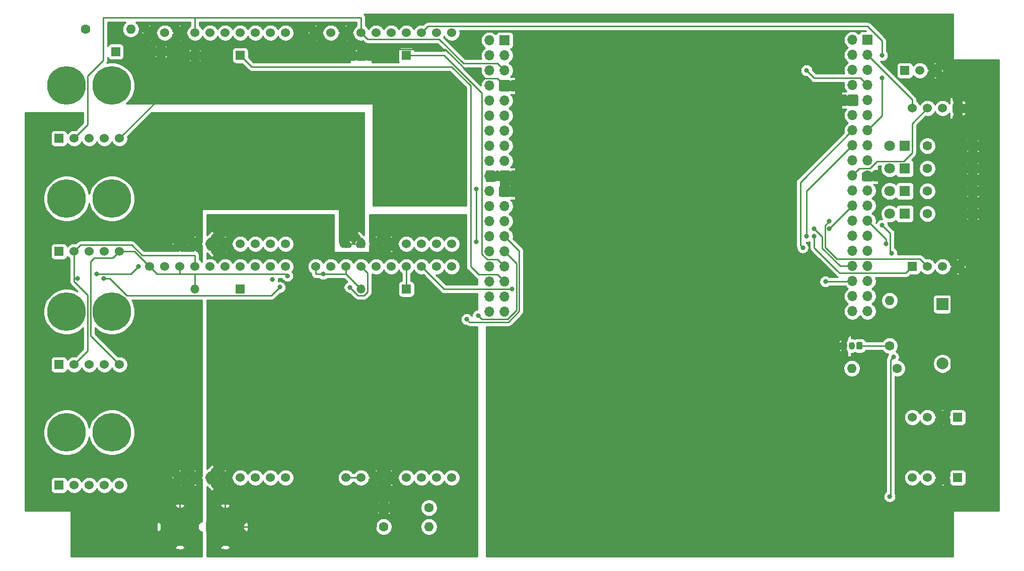
<source format=gbl>
G04 #@! TF.GenerationSoftware,KiCad,Pcbnew,(5.1.9)-1*
G04 #@! TF.CreationDate,2021-06-19T16:16:09+09:00*
G04 #@! TF.ProjectId,_______,b3de8ab7-fceb-4c92-9e6b-696361645f70,rev?*
G04 #@! TF.SameCoordinates,Original*
G04 #@! TF.FileFunction,Copper,L2,Bot*
G04 #@! TF.FilePolarity,Positive*
%FSLAX46Y46*%
G04 Gerber Fmt 4.6, Leading zero omitted, Abs format (unit mm)*
G04 Created by KiCad (PCBNEW (5.1.9)-1) date 2021-06-19 16:16:09*
%MOMM*%
%LPD*%
G01*
G04 APERTURE LIST*
G04 #@! TA.AperFunction,ComponentPad*
%ADD10C,1.524000*%
G04 #@! TD*
G04 #@! TA.AperFunction,ComponentPad*
%ADD11C,6.500000*%
G04 #@! TD*
G04 #@! TA.AperFunction,ComponentPad*
%ADD12R,1.700000X1.700000*%
G04 #@! TD*
G04 #@! TA.AperFunction,ComponentPad*
%ADD13O,1.700000X1.700000*%
G04 #@! TD*
G04 #@! TA.AperFunction,ComponentPad*
%ADD14R,1.500000X1.500000*%
G04 #@! TD*
G04 #@! TA.AperFunction,ComponentPad*
%ADD15O,1.500000X1.500000*%
G04 #@! TD*
G04 #@! TA.AperFunction,ComponentPad*
%ADD16R,1.800000X1.800000*%
G04 #@! TD*
G04 #@! TA.AperFunction,ComponentPad*
%ADD17C,1.800000*%
G04 #@! TD*
G04 #@! TA.AperFunction,ComponentPad*
%ADD18R,1.524000X1.524000*%
G04 #@! TD*
G04 #@! TA.AperFunction,ComponentPad*
%ADD19C,1.600000*%
G04 #@! TD*
G04 #@! TA.AperFunction,ComponentPad*
%ADD20O,1.600000X1.600000*%
G04 #@! TD*
G04 #@! TA.AperFunction,ComponentPad*
%ADD21C,2.000000*%
G04 #@! TD*
G04 #@! TA.AperFunction,ComponentPad*
%ADD22R,2.000000X2.000000*%
G04 #@! TD*
G04 #@! TA.AperFunction,ComponentPad*
%ADD23O,1.050000X1.300000*%
G04 #@! TD*
G04 #@! TA.AperFunction,ViaPad*
%ADD24C,0.800000*%
G04 #@! TD*
G04 #@! TA.AperFunction,Conductor*
%ADD25C,0.250000*%
G04 #@! TD*
G04 #@! TA.AperFunction,Conductor*
%ADD26C,0.254000*%
G04 #@! TD*
G04 #@! TA.AperFunction,Conductor*
%ADD27C,0.150000*%
G04 #@! TD*
G04 APERTURE END LIST*
D10*
X111760000Y-81280000D03*
X109220000Y-81280000D03*
X106680000Y-81280000D03*
X104140000Y-81280000D03*
X101600000Y-81280000D03*
X99060000Y-81280000D03*
X96520000Y-81280000D03*
X93980000Y-81280000D03*
X91440000Y-81280000D03*
X88900000Y-81280000D03*
X111760000Y-116840000D03*
X109220000Y-116840000D03*
X106680000Y-116840000D03*
X104140000Y-116840000D03*
X101600000Y-116840000D03*
X99060000Y-116840000D03*
X96520000Y-116840000D03*
X93980000Y-116840000D03*
D11*
X74930000Y-50800000D03*
X82550000Y-50800000D03*
D12*
X209635001Y-43100001D03*
D13*
X207095001Y-43100001D03*
X209635001Y-45640001D03*
X207095001Y-45640001D03*
X209635001Y-48180001D03*
X207095001Y-48180001D03*
X209635001Y-50720001D03*
X207095001Y-50720001D03*
X209635001Y-53260001D03*
X207095001Y-53260001D03*
X209635001Y-55800001D03*
X207095001Y-55800001D03*
X209635001Y-58340001D03*
X207095001Y-58340001D03*
X209635001Y-60880001D03*
X207095001Y-60880001D03*
X209635001Y-63420001D03*
X207095001Y-63420001D03*
X209635001Y-65960001D03*
X207095001Y-65960001D03*
X209635001Y-68500001D03*
X207095001Y-68500001D03*
X209635001Y-71040001D03*
X207095001Y-71040001D03*
X209635001Y-73580001D03*
X207095001Y-73580001D03*
X209635001Y-76120001D03*
X207095001Y-76120001D03*
X209635001Y-78660001D03*
X207095001Y-78660001D03*
X209635001Y-81200001D03*
X207095001Y-81200001D03*
X209635001Y-83740001D03*
X207095001Y-83740001D03*
X209635001Y-86280001D03*
X207095001Y-86280001D03*
X209635001Y-88820001D03*
X207095001Y-88820001D03*
D10*
X121920000Y-116840000D03*
X124460000Y-116840000D03*
X127000000Y-116840000D03*
X129540000Y-116840000D03*
X132080000Y-116840000D03*
X134620000Y-116840000D03*
X137160000Y-116840000D03*
X139700000Y-116840000D03*
X116840000Y-81280000D03*
X119380000Y-81280000D03*
X121920000Y-81280000D03*
X124460000Y-81280000D03*
X127000000Y-81280000D03*
X129540000Y-81280000D03*
X132080000Y-81280000D03*
X134620000Y-81280000D03*
X137160000Y-81280000D03*
X139700000Y-81280000D03*
D14*
X132080000Y-85090000D03*
D15*
X124460000Y-85090000D03*
X124460000Y-45720000D03*
D14*
X132080000Y-45720000D03*
D15*
X96520000Y-45720000D03*
D14*
X104140000Y-45720000D03*
X104140000Y-85090000D03*
D15*
X96520000Y-85090000D03*
D16*
X215900000Y-60960000D03*
D17*
X213360000Y-60960000D03*
D16*
X215900000Y-68580000D03*
D17*
X213360000Y-68580000D03*
X213360000Y-64770000D03*
D16*
X215900000Y-64770000D03*
D17*
X213360000Y-72390000D03*
D16*
X215900000Y-72390000D03*
D18*
X224790000Y-106680000D03*
D10*
X222250000Y-106680000D03*
X219710000Y-106680000D03*
X217170000Y-106680000D03*
D13*
X146050000Y-88900000D03*
X148590000Y-88900000D03*
X146050000Y-86360000D03*
X148590000Y-86360000D03*
X146050000Y-83820000D03*
X148590000Y-83820000D03*
X146050000Y-81280000D03*
X148590000Y-81280000D03*
X146050000Y-78740000D03*
X148590000Y-78740000D03*
X146050000Y-76200000D03*
X148590000Y-76200000D03*
X146050000Y-73660000D03*
X148590000Y-73660000D03*
X146050000Y-71120000D03*
X148590000Y-71120000D03*
X146050000Y-68580000D03*
X148590000Y-68580000D03*
X146050000Y-66040000D03*
X148590000Y-66040000D03*
X146050000Y-63500000D03*
X148590000Y-63500000D03*
X146050000Y-60960000D03*
X148590000Y-60960000D03*
X146050000Y-58420000D03*
X148590000Y-58420000D03*
X146050000Y-55880000D03*
X148590000Y-55880000D03*
X146050000Y-53340000D03*
X148590000Y-53340000D03*
X146050000Y-50800000D03*
X148590000Y-50800000D03*
X146050000Y-48260000D03*
X148590000Y-48260000D03*
X146050000Y-45720000D03*
X148590000Y-45720000D03*
X146050000Y-43180000D03*
D12*
X148590000Y-43180000D03*
D10*
X121920000Y-77470000D03*
X124460000Y-77470000D03*
X127000000Y-77470000D03*
X129540000Y-77470000D03*
X132080000Y-77470000D03*
X134620000Y-77470000D03*
X137160000Y-77470000D03*
X139700000Y-77470000D03*
X116840000Y-41910000D03*
X119380000Y-41910000D03*
X121920000Y-41910000D03*
X124460000Y-41910000D03*
X127000000Y-41910000D03*
X129540000Y-41910000D03*
X132080000Y-41910000D03*
X134620000Y-41910000D03*
X137160000Y-41910000D03*
X139700000Y-41910000D03*
X111760000Y-41910000D03*
X109220000Y-41910000D03*
X106680000Y-41910000D03*
X104140000Y-41910000D03*
X101600000Y-41910000D03*
X99060000Y-41910000D03*
X96520000Y-41910000D03*
X93980000Y-41910000D03*
X91440000Y-41910000D03*
X88900000Y-41910000D03*
X111760000Y-77470000D03*
X109220000Y-77470000D03*
X106680000Y-77470000D03*
X104140000Y-77470000D03*
X101600000Y-77470000D03*
X99060000Y-77470000D03*
X96520000Y-77470000D03*
X93980000Y-77470000D03*
X217170000Y-54610000D03*
X219710000Y-54610000D03*
X222250000Y-54610000D03*
D18*
X224790000Y-54610000D03*
D19*
X219710000Y-60960000D03*
D20*
X227330000Y-60960000D03*
D19*
X219710000Y-68580000D03*
D20*
X227330000Y-68580000D03*
X227330000Y-64770000D03*
D19*
X219710000Y-64770000D03*
D20*
X227330000Y-72390000D03*
D19*
X219710000Y-72390000D03*
D18*
X73660000Y-59690000D03*
D10*
X76200000Y-59690000D03*
X78740000Y-59690000D03*
X81280000Y-59690000D03*
X83820000Y-59690000D03*
X83820000Y-78740000D03*
X81280000Y-78740000D03*
X78740000Y-78740000D03*
X76200000Y-78740000D03*
D18*
X73660000Y-78740000D03*
D10*
X83820000Y-97790000D03*
X81280000Y-97790000D03*
X78740000Y-97790000D03*
X76200000Y-97790000D03*
D18*
X73660000Y-97790000D03*
X73660000Y-118110000D03*
D10*
X76200000Y-118110000D03*
X78740000Y-118110000D03*
X81280000Y-118110000D03*
X83820000Y-118110000D03*
D18*
X217170000Y-81280000D03*
D10*
X219710000Y-81280000D03*
X222250000Y-81280000D03*
X224790000Y-81280000D03*
D21*
X222250000Y-97630000D03*
D22*
X222250000Y-87630000D03*
D11*
X82550000Y-69850000D03*
X74930000Y-69850000D03*
X82550000Y-88900000D03*
X74930000Y-88900000D03*
X74930000Y-109220000D03*
X82550000Y-109220000D03*
X101600000Y-125095000D03*
X93980000Y-125095000D03*
D18*
X215900000Y-48260000D03*
D10*
X218440000Y-48260000D03*
X220980000Y-48260000D03*
D23*
X207010000Y-94615000D03*
X205740000Y-94615000D03*
G04 #@! TA.AperFunction,ComponentPad*
G36*
G01*
X208805000Y-94214900D02*
X208805000Y-95015100D01*
G75*
G02*
X208555100Y-95265000I-249900J0D01*
G01*
X208004900Y-95265000D01*
G75*
G02*
X207755000Y-95015100I0J249900D01*
G01*
X207755000Y-94214900D01*
G75*
G02*
X208004900Y-93965000I249900J0D01*
G01*
X208555100Y-93965000D01*
G75*
G02*
X208805000Y-94214900I0J-249900D01*
G01*
G37*
G04 #@! TD.AperFunction*
D19*
X213360000Y-94615000D03*
D20*
X213360000Y-86995000D03*
X207010000Y-98425000D03*
D19*
X214630000Y-98425000D03*
D20*
X135890000Y-125095000D03*
D19*
X128270000Y-125095000D03*
X135890000Y-121920000D03*
D20*
X128270000Y-121920000D03*
D14*
X83185000Y-45085000D03*
D15*
X90805000Y-45085000D03*
D19*
X78105000Y-41275000D03*
D20*
X85725000Y-41275000D03*
D18*
X224790000Y-116840000D03*
D10*
X222250000Y-116840000D03*
X219710000Y-116840000D03*
X217170000Y-116840000D03*
D24*
X112077500Y-82867500D03*
X118110000Y-82550000D03*
X122555000Y-84776002D03*
X109537500Y-83502500D03*
X110807500Y-84772500D03*
X199390000Y-48260000D03*
X81189999Y-83275001D03*
X76744999Y-83275001D03*
X144145000Y-89535000D03*
X142240000Y-90170000D03*
X80010000Y-82550000D03*
X86995000Y-81280000D03*
X143827500Y-77152500D03*
X143827500Y-68262500D03*
X198755000Y-78105000D03*
X199390000Y-76200000D03*
X212090000Y-74295000D03*
X213677500Y-79057500D03*
X213995000Y-96520000D03*
X213360000Y-120015000D03*
X212090000Y-45720000D03*
X212090000Y-49530000D03*
X200660000Y-74930000D03*
X203200000Y-74930000D03*
X149860000Y-85090000D03*
X202565000Y-83820000D03*
X200660000Y-76200000D03*
X203200000Y-73660000D03*
X212725000Y-77470000D03*
D25*
X88900000Y-41910000D02*
X88900000Y-43815000D01*
X88900000Y-43815000D02*
X93980000Y-43815000D01*
X93980000Y-43815000D02*
X93980000Y-41910000D01*
X116840000Y-43815000D02*
X116840000Y-41910000D01*
X116840000Y-43815000D02*
X121920000Y-43815000D01*
X121920000Y-43815000D02*
X121920000Y-41910000D01*
X96520000Y-85090000D02*
X96520000Y-83185000D01*
X96520000Y-43815000D02*
X116840000Y-43815000D01*
X96520000Y-45720000D02*
X96520000Y-43815000D01*
X93980000Y-43815000D02*
X96520000Y-43815000D01*
X124460000Y-45720000D02*
X124460000Y-43815000D01*
X124460000Y-43815000D02*
X121920000Y-43815000D01*
X223702999Y-105227001D02*
X222250000Y-106680000D01*
X224790000Y-81280000D02*
X223702999Y-82367001D01*
X222250000Y-106680000D02*
X222250000Y-116840000D01*
X90805000Y-45085000D02*
X90805000Y-43815000D01*
X93980000Y-82550000D02*
X93980000Y-81280000D01*
X90170000Y-82550000D02*
X93980000Y-82550000D01*
X88900000Y-81280000D02*
X90170000Y-82550000D01*
X96520000Y-82550000D02*
X93980000Y-82550000D01*
X96520000Y-83185000D02*
X96520000Y-82550000D01*
X121920000Y-81280000D02*
X121920000Y-82550000D01*
X116840000Y-81280000D02*
X116840000Y-82550000D01*
X116840000Y-82550000D02*
X116840000Y-82550000D01*
X96520000Y-82550000D02*
X111760000Y-82550000D01*
X111760000Y-82550000D02*
X112077500Y-82867500D01*
X86360000Y-78740000D02*
X88900000Y-81280000D01*
X83820000Y-78740000D02*
X86360000Y-78740000D01*
X90805000Y-52705000D02*
X83820000Y-59690000D01*
X90805000Y-45085000D02*
X90805000Y-52705000D01*
X121920000Y-82550000D02*
X121285000Y-82550000D01*
X124460000Y-85090000D02*
X121920000Y-82550000D01*
X121285000Y-82550000D02*
X116840000Y-82550000D01*
X222424998Y-56975002D02*
X221154998Y-56975002D01*
X148590000Y-68580000D02*
X148590000Y-66040000D01*
X146050000Y-66040000D02*
X148590000Y-66040000D01*
X148590000Y-50800000D02*
X150495000Y-50800000D01*
X150495000Y-50800000D02*
X150495000Y-66040000D01*
X150495000Y-66040000D02*
X148590000Y-66040000D01*
X147414999Y-49624999D02*
X148590000Y-50800000D01*
X143603589Y-49624999D02*
X147414999Y-49624999D01*
X138623589Y-44644999D02*
X143603589Y-49624999D01*
X125535001Y-44644999D02*
X138623589Y-44644999D01*
X124460000Y-45720000D02*
X125535001Y-44644999D01*
X152955001Y-53260001D02*
X150495000Y-50800000D01*
X207095001Y-53260001D02*
X152955001Y-53260001D01*
X206562001Y-92892999D02*
X223702999Y-92892999D01*
X205740000Y-94615000D02*
X205740000Y-93715000D01*
X223702999Y-92892999D02*
X223702999Y-105227001D01*
X205740000Y-93715000D02*
X206562001Y-92892999D01*
X223702999Y-82367001D02*
X223702999Y-92892999D01*
X82732999Y-79827001D02*
X83820000Y-78740000D01*
X79557999Y-79827001D02*
X82732999Y-79827001D01*
X78974999Y-80410001D02*
X79557999Y-79827001D01*
X78974999Y-92944999D02*
X78974999Y-80410001D01*
X83820000Y-97790000D02*
X78974999Y-92944999D01*
X147414999Y-80104999D02*
X148590000Y-81280000D01*
X145675997Y-80104999D02*
X147414999Y-80104999D01*
X144780000Y-52068590D02*
X144780000Y-79209002D01*
X144780000Y-79209002D02*
X145675997Y-80104999D01*
X138431410Y-45720000D02*
X144780000Y-52068590D01*
X132080000Y-45720000D02*
X138431410Y-45720000D01*
X132080000Y-85090000D02*
X132080000Y-81280000D01*
X104140000Y-45720000D02*
X106045000Y-47625000D01*
X106045000Y-47625000D02*
X139700000Y-47625000D01*
X139700000Y-47625000D02*
X142875000Y-50800000D01*
X147414999Y-82644999D02*
X148590000Y-83820000D01*
X144239999Y-82644999D02*
X147414999Y-82644999D01*
X142875000Y-81280000D02*
X144239999Y-82644999D01*
X142875000Y-50800000D02*
X142875000Y-81280000D01*
X124460000Y-39370000D02*
X124460000Y-41910000D01*
X96520000Y-39370000D02*
X124460000Y-39370000D01*
X96520000Y-41910000D02*
X96520000Y-39370000D01*
X123943999Y-86165001D02*
X122555000Y-84776002D01*
X124976001Y-86165001D02*
X123943999Y-86165001D01*
X125535001Y-85606001D02*
X124976001Y-86165001D01*
X125535001Y-82355001D02*
X125535001Y-85606001D01*
X124460000Y-81280000D02*
X125535001Y-82355001D01*
X122555000Y-84776002D02*
X122555000Y-84776002D01*
X147414999Y-47084999D02*
X141699999Y-47084999D01*
X148590000Y-48260000D02*
X147414999Y-47084999D01*
X125547001Y-42997001D02*
X124460000Y-41910000D01*
X137612001Y-42997001D02*
X125547001Y-42997001D01*
X141699999Y-47084999D02*
X137612001Y-42997001D01*
X81068998Y-39370000D02*
X96520000Y-39370000D01*
X208460000Y-49545000D02*
X200675000Y-49545000D01*
X209635001Y-50720001D02*
X208460000Y-49545000D01*
X200675000Y-49545000D02*
X199390000Y-48260000D01*
X199390000Y-48260000D02*
X199390000Y-48260000D01*
X77287001Y-77652999D02*
X76200000Y-78740000D01*
X85909409Y-77652999D02*
X77287001Y-77652999D01*
X87631410Y-79375000D02*
X85909409Y-77652999D01*
X96520000Y-79375000D02*
X87631410Y-79375000D01*
X96520000Y-81280000D02*
X96520000Y-79375000D01*
X78505001Y-86109415D02*
X76200000Y-83804414D01*
X78505001Y-95484999D02*
X78505001Y-86109415D01*
X76200000Y-97790000D02*
X78505001Y-95484999D01*
X76290001Y-83275001D02*
X76200000Y-83185000D01*
X82216003Y-83275001D02*
X81189999Y-83275001D01*
X85106003Y-86165001D02*
X82216003Y-83275001D01*
X109414999Y-86165001D02*
X85106003Y-86165001D01*
X110807500Y-84772500D02*
X109414999Y-86165001D01*
X76200000Y-83185000D02*
X76200000Y-78740000D01*
X76200000Y-83804414D02*
X76200000Y-83185000D01*
X76744999Y-83275001D02*
X76290001Y-83275001D01*
X78505001Y-57384999D02*
X76200000Y-59690000D01*
X81068998Y-46566002D02*
X78505001Y-49129999D01*
X78505001Y-49129999D02*
X78505001Y-57384999D01*
X81068998Y-39370000D02*
X81068998Y-46566002D01*
X150585001Y-88644001D02*
X149059002Y-90170000D01*
X150585001Y-80735001D02*
X150585001Y-88644001D01*
X148590000Y-78740000D02*
X150585001Y-80735001D01*
X149059002Y-90170000D02*
X144780000Y-90170000D01*
X144780000Y-90170000D02*
X144780000Y-90170000D01*
X144780000Y-90170000D02*
X144145000Y-89535000D01*
X149225000Y-76200000D02*
X148590000Y-76200000D01*
X142690009Y-90620009D02*
X142240000Y-90170000D01*
X149245402Y-90620010D02*
X142690009Y-90620009D01*
X151035010Y-88830402D02*
X149245402Y-90620010D01*
X151035010Y-78645010D02*
X151035010Y-88830402D01*
X148590000Y-76200000D02*
X151035010Y-78645010D01*
X80010000Y-82550000D02*
X85725000Y-82550000D01*
X85725000Y-82550000D02*
X86995000Y-81280000D01*
X86995000Y-81280000D02*
X86995000Y-81280000D01*
X143827500Y-77152500D02*
X143827500Y-68262500D01*
X143827500Y-68262500D02*
X143827500Y-68262500D01*
X217170000Y-53175000D02*
X209635001Y-45640001D01*
X217170000Y-54610000D02*
X217170000Y-53175000D01*
X198355001Y-67080001D02*
X207095001Y-58340001D01*
X198355001Y-77705001D02*
X198355001Y-67080001D01*
X198755000Y-78105000D02*
X198355001Y-77705001D01*
X199390000Y-68585002D02*
X207095001Y-60880001D01*
X199390000Y-76200000D02*
X199390000Y-68585002D01*
X213450001Y-75655001D02*
X213450001Y-78830001D01*
X212090000Y-74295000D02*
X213450001Y-75655001D01*
X213450001Y-78830001D02*
X213677500Y-79057500D01*
X213504999Y-97010001D02*
X213504999Y-109364999D01*
X213995000Y-96520000D02*
X213504999Y-97010001D01*
X213504999Y-109364999D02*
X213504999Y-119870001D01*
X213504999Y-119870001D02*
X213360000Y-120015000D01*
X213360000Y-120015000D02*
X213360000Y-120015000D01*
X208270002Y-64785000D02*
X207095001Y-65960001D01*
X211249005Y-63544999D02*
X210009004Y-64785000D01*
X215700003Y-63544999D02*
X211249005Y-63544999D01*
X217125001Y-62120001D02*
X215700003Y-63544999D01*
X210009004Y-64785000D02*
X208270002Y-64785000D01*
X217125001Y-57194999D02*
X217125001Y-62120001D01*
X219710000Y-54610000D02*
X217125001Y-57194999D01*
X209643001Y-40822999D02*
X212090000Y-43269998D01*
X135707001Y-40822999D02*
X209643001Y-40822999D01*
X134620000Y-41910000D02*
X135707001Y-40822999D01*
X212090000Y-43269998D02*
X212090000Y-45720000D01*
X212090000Y-45720000D02*
X212090000Y-45720000D01*
X212090000Y-55885002D02*
X209635001Y-58340001D01*
X212090000Y-49530000D02*
X212090000Y-55885002D01*
X207089999Y-81200001D02*
X207095001Y-81200001D01*
X205023591Y-81200001D02*
X207095001Y-81200001D01*
X202024990Y-78201400D02*
X205023591Y-81200001D01*
X202024990Y-76294990D02*
X202024990Y-78201400D01*
X200660000Y-74930000D02*
X202024990Y-76294990D01*
X207095001Y-71040001D02*
X203205002Y-74930000D01*
X203205002Y-74930000D02*
X203200000Y-74930000D01*
X203200000Y-74930000D02*
X203200000Y-74930000D01*
X138335001Y-84995001D02*
X134620000Y-81280000D01*
X138430000Y-85090000D02*
X138335001Y-84995001D01*
X149860000Y-85090000D02*
X138430000Y-85090000D01*
X207015002Y-83820000D02*
X207095001Y-83740001D01*
X202565000Y-83820000D02*
X207015002Y-83820000D01*
X93980000Y-125095000D02*
X93980000Y-116840000D01*
X93980000Y-116840000D02*
X96520000Y-116840000D01*
X93980000Y-75565000D02*
X93980000Y-77470000D01*
X69215000Y-74930000D02*
X69215000Y-64770000D01*
X69215000Y-64770000D02*
X121920000Y-64770000D01*
X121920000Y-64770000D02*
X121920000Y-77470000D01*
X93980000Y-77470000D02*
X93980000Y-64770000D01*
X93980000Y-77470000D02*
X96520000Y-77470000D01*
X121920000Y-77470000D02*
X124460000Y-77470000D01*
X121920000Y-116840000D02*
X124460000Y-116840000D01*
X101600000Y-125095000D02*
X101600000Y-116840000D01*
X101600000Y-125095000D02*
X102725001Y-126220001D01*
X127000000Y-125095000D02*
X127000000Y-116840000D01*
X101600000Y-125095000D02*
X114300000Y-125095000D01*
X114300000Y-125095000D02*
X127000000Y-125095000D01*
X127000000Y-79375000D02*
X127000000Y-77470000D01*
X101600000Y-77470000D02*
X101600000Y-79375000D01*
X114300000Y-79375000D02*
X114300000Y-125095000D01*
X101600000Y-79375000D02*
X114300000Y-79375000D01*
X114300000Y-79375000D02*
X127000000Y-79375000D01*
X99060000Y-77470000D02*
X101600000Y-77470000D01*
X127000000Y-77470000D02*
X129540000Y-77470000D01*
X127000000Y-116840000D02*
X129540000Y-116840000D01*
X99060000Y-116840000D02*
X101600000Y-116840000D01*
X217170000Y-81280000D02*
X216074998Y-82375002D01*
X204928592Y-82375002D02*
X204468590Y-81915000D01*
X216074998Y-82375002D02*
X204928592Y-82375002D01*
X204468590Y-81915000D02*
X201930000Y-79376410D01*
X201930000Y-79376410D02*
X201930000Y-79375000D01*
X201930000Y-79375000D02*
X200660000Y-78105000D01*
X200660000Y-78105000D02*
X200660000Y-76200000D01*
X200660000Y-76200000D02*
X200660000Y-76200000D01*
X219710000Y-81280000D02*
X218440000Y-80010000D01*
X218440000Y-80010000D02*
X204470000Y-80010000D01*
X202474999Y-78014999D02*
X202474999Y-74385001D01*
X204470000Y-80010000D02*
X202474999Y-78014999D01*
X202474999Y-74385001D02*
X203200000Y-73660000D01*
X203200000Y-73660000D02*
X203200000Y-73660000D01*
X212725000Y-76670000D02*
X209635001Y-73580001D01*
X212725000Y-77470000D02*
X212725000Y-76670000D01*
X208280000Y-94615000D02*
X212725000Y-94615000D01*
D26*
X119888000Y-78740000D02*
X119890440Y-78764776D01*
X119897667Y-78788601D01*
X119909403Y-78810557D01*
X119925197Y-78829803D01*
X119944443Y-78845597D01*
X119966399Y-78857333D01*
X119990224Y-78864560D01*
X120015000Y-78867000D01*
X125730000Y-78867000D01*
X125754776Y-78864560D01*
X125778601Y-78857333D01*
X125800557Y-78845597D01*
X125819803Y-78829803D01*
X125835597Y-78810557D01*
X125847333Y-78788601D01*
X125854560Y-78764776D01*
X125857000Y-78740000D01*
X125857000Y-78676252D01*
X126691774Y-78676252D01*
X126777863Y-78856071D01*
X127052541Y-78872775D01*
X127222137Y-78856071D01*
X127308226Y-78676252D01*
X129231774Y-78676252D01*
X129317863Y-78856071D01*
X129592541Y-78872775D01*
X129762137Y-78856071D01*
X129848226Y-78676252D01*
X129540000Y-78368026D01*
X129231774Y-78676252D01*
X127308226Y-78676252D01*
X127000000Y-78368026D01*
X126691774Y-78676252D01*
X125857000Y-78676252D01*
X125857000Y-77714974D01*
X126101974Y-77470000D01*
X127898026Y-77470000D01*
X128206252Y-77778226D01*
X128270000Y-77747706D01*
X128333748Y-77778226D01*
X128641974Y-77470000D01*
X130438026Y-77470000D01*
X130709663Y-77741637D01*
X130736686Y-77877490D01*
X130841995Y-78131727D01*
X130994880Y-78360535D01*
X131189465Y-78555120D01*
X131418273Y-78708005D01*
X131672510Y-78813314D01*
X131942408Y-78867000D01*
X132217592Y-78867000D01*
X132487490Y-78813314D01*
X132741727Y-78708005D01*
X132970535Y-78555120D01*
X133165120Y-78360535D01*
X133318005Y-78131727D01*
X133350000Y-78054485D01*
X133381995Y-78131727D01*
X133534880Y-78360535D01*
X133729465Y-78555120D01*
X133958273Y-78708005D01*
X134212510Y-78813314D01*
X134482408Y-78867000D01*
X134757592Y-78867000D01*
X135027490Y-78813314D01*
X135281727Y-78708005D01*
X135510535Y-78555120D01*
X135705120Y-78360535D01*
X135858005Y-78131727D01*
X135890000Y-78054485D01*
X135921995Y-78131727D01*
X136074880Y-78360535D01*
X136269465Y-78555120D01*
X136498273Y-78708005D01*
X136752510Y-78813314D01*
X137022408Y-78867000D01*
X137297592Y-78867000D01*
X137567490Y-78813314D01*
X137821727Y-78708005D01*
X138050535Y-78555120D01*
X138245120Y-78360535D01*
X138398005Y-78131727D01*
X138430000Y-78054485D01*
X138461995Y-78131727D01*
X138614880Y-78360535D01*
X138809465Y-78555120D01*
X139038273Y-78708005D01*
X139292510Y-78813314D01*
X139562408Y-78867000D01*
X139837592Y-78867000D01*
X140107490Y-78813314D01*
X140361727Y-78708005D01*
X140590535Y-78555120D01*
X140785120Y-78360535D01*
X140938005Y-78131727D01*
X141043314Y-77877490D01*
X141097000Y-77607592D01*
X141097000Y-77332408D01*
X141043314Y-77062510D01*
X140938005Y-76808273D01*
X140785120Y-76579465D01*
X140590535Y-76384880D01*
X140361727Y-76231995D01*
X140107490Y-76126686D01*
X139837592Y-76073000D01*
X139562408Y-76073000D01*
X139292510Y-76126686D01*
X139038273Y-76231995D01*
X138809465Y-76384880D01*
X138614880Y-76579465D01*
X138461995Y-76808273D01*
X138430000Y-76885515D01*
X138398005Y-76808273D01*
X138245120Y-76579465D01*
X138050535Y-76384880D01*
X137821727Y-76231995D01*
X137567490Y-76126686D01*
X137297592Y-76073000D01*
X137022408Y-76073000D01*
X136752510Y-76126686D01*
X136498273Y-76231995D01*
X136269465Y-76384880D01*
X136074880Y-76579465D01*
X135921995Y-76808273D01*
X135890000Y-76885515D01*
X135858005Y-76808273D01*
X135705120Y-76579465D01*
X135510535Y-76384880D01*
X135281727Y-76231995D01*
X135027490Y-76126686D01*
X134757592Y-76073000D01*
X134482408Y-76073000D01*
X134212510Y-76126686D01*
X133958273Y-76231995D01*
X133729465Y-76384880D01*
X133534880Y-76579465D01*
X133381995Y-76808273D01*
X133350000Y-76885515D01*
X133318005Y-76808273D01*
X133165120Y-76579465D01*
X132970535Y-76384880D01*
X132741727Y-76231995D01*
X132487490Y-76126686D01*
X132217592Y-76073000D01*
X131942408Y-76073000D01*
X131672510Y-76126686D01*
X131418273Y-76231995D01*
X131189465Y-76384880D01*
X130994880Y-76579465D01*
X130841995Y-76808273D01*
X130736686Y-77062510D01*
X130709663Y-77198363D01*
X130438026Y-77470000D01*
X128641974Y-77470000D01*
X128333748Y-77161774D01*
X128270000Y-77192294D01*
X128206252Y-77161774D01*
X127898026Y-77470000D01*
X126101974Y-77470000D01*
X125857000Y-77225026D01*
X125857000Y-76263748D01*
X126691774Y-76263748D01*
X127000000Y-76571974D01*
X127308226Y-76263748D01*
X129231774Y-76263748D01*
X129540000Y-76571974D01*
X129848226Y-76263748D01*
X129762137Y-76083929D01*
X129487459Y-76067225D01*
X129317863Y-76083929D01*
X129231774Y-76263748D01*
X127308226Y-76263748D01*
X127222137Y-76083929D01*
X126947459Y-76067225D01*
X126777863Y-76083929D01*
X126691774Y-76263748D01*
X125857000Y-76263748D01*
X125857000Y-72517000D01*
X142115001Y-72517000D01*
X142115001Y-81242667D01*
X142111324Y-81280000D01*
X142125998Y-81428985D01*
X142169454Y-81572246D01*
X142240026Y-81704276D01*
X142307362Y-81786324D01*
X142335000Y-81820001D01*
X142363998Y-81843799D01*
X143676200Y-83156002D01*
X143699998Y-83185000D01*
X143728996Y-83208798D01*
X143815722Y-83279973D01*
X143947752Y-83350545D01*
X144018000Y-83371854D01*
X144018000Y-84330000D01*
X138744802Y-84330000D01*
X137091802Y-82677000D01*
X137297592Y-82677000D01*
X137567490Y-82623314D01*
X137821727Y-82518005D01*
X138050535Y-82365120D01*
X138245120Y-82170535D01*
X138398005Y-81941727D01*
X138430000Y-81864485D01*
X138461995Y-81941727D01*
X138614880Y-82170535D01*
X138809465Y-82365120D01*
X139038273Y-82518005D01*
X139292510Y-82623314D01*
X139562408Y-82677000D01*
X139837592Y-82677000D01*
X140107490Y-82623314D01*
X140361727Y-82518005D01*
X140590535Y-82365120D01*
X140785120Y-82170535D01*
X140938005Y-81941727D01*
X141043314Y-81687490D01*
X141097000Y-81417592D01*
X141097000Y-81142408D01*
X141043314Y-80872510D01*
X140938005Y-80618273D01*
X140785120Y-80389465D01*
X140590535Y-80194880D01*
X140361727Y-80041995D01*
X140107490Y-79936686D01*
X139837592Y-79883000D01*
X139562408Y-79883000D01*
X139292510Y-79936686D01*
X139038273Y-80041995D01*
X138809465Y-80194880D01*
X138614880Y-80389465D01*
X138461995Y-80618273D01*
X138430000Y-80695515D01*
X138398005Y-80618273D01*
X138245120Y-80389465D01*
X138050535Y-80194880D01*
X137821727Y-80041995D01*
X137567490Y-79936686D01*
X137297592Y-79883000D01*
X137022408Y-79883000D01*
X136752510Y-79936686D01*
X136498273Y-80041995D01*
X136269465Y-80194880D01*
X136074880Y-80389465D01*
X135921995Y-80618273D01*
X135890000Y-80695515D01*
X135858005Y-80618273D01*
X135705120Y-80389465D01*
X135510535Y-80194880D01*
X135281727Y-80041995D01*
X135027490Y-79936686D01*
X134757592Y-79883000D01*
X134482408Y-79883000D01*
X134212510Y-79936686D01*
X133958273Y-80041995D01*
X133729465Y-80194880D01*
X133534880Y-80389465D01*
X133381995Y-80618273D01*
X133350000Y-80695515D01*
X133318005Y-80618273D01*
X133165120Y-80389465D01*
X132970535Y-80194880D01*
X132741727Y-80041995D01*
X132487490Y-79936686D01*
X132217592Y-79883000D01*
X131942408Y-79883000D01*
X131672510Y-79936686D01*
X131418273Y-80041995D01*
X131189465Y-80194880D01*
X130994880Y-80389465D01*
X130841995Y-80618273D01*
X130810000Y-80695515D01*
X130778005Y-80618273D01*
X130625120Y-80389465D01*
X130430535Y-80194880D01*
X130201727Y-80041995D01*
X129947490Y-79936686D01*
X129677592Y-79883000D01*
X129402408Y-79883000D01*
X129132510Y-79936686D01*
X128878273Y-80041995D01*
X128649465Y-80194880D01*
X128454880Y-80389465D01*
X128301995Y-80618273D01*
X128270000Y-80695515D01*
X128238005Y-80618273D01*
X128085120Y-80389465D01*
X127890535Y-80194880D01*
X127661727Y-80041995D01*
X127407490Y-79936686D01*
X127137592Y-79883000D01*
X126862408Y-79883000D01*
X126592510Y-79936686D01*
X126338273Y-80041995D01*
X126109465Y-80194880D01*
X125914880Y-80389465D01*
X125761995Y-80618273D01*
X125730000Y-80695515D01*
X125698005Y-80618273D01*
X125545120Y-80389465D01*
X125350535Y-80194880D01*
X125121727Y-80041995D01*
X124867490Y-79936686D01*
X124597592Y-79883000D01*
X124322408Y-79883000D01*
X124052510Y-79936686D01*
X123798273Y-80041995D01*
X123569465Y-80194880D01*
X123374880Y-80389465D01*
X123221995Y-80618273D01*
X123190000Y-80695515D01*
X123158005Y-80618273D01*
X123005120Y-80389465D01*
X122810535Y-80194880D01*
X122581727Y-80041995D01*
X122327490Y-79936686D01*
X122057592Y-79883000D01*
X121782408Y-79883000D01*
X121512510Y-79936686D01*
X121258273Y-80041995D01*
X121029465Y-80194880D01*
X120834880Y-80389465D01*
X120681995Y-80618273D01*
X120650000Y-80695515D01*
X120618005Y-80618273D01*
X120465120Y-80389465D01*
X120270535Y-80194880D01*
X120041727Y-80041995D01*
X119787490Y-79936686D01*
X119517592Y-79883000D01*
X119242408Y-79883000D01*
X118972510Y-79936686D01*
X118718273Y-80041995D01*
X118489465Y-80194880D01*
X118294880Y-80389465D01*
X118141995Y-80618273D01*
X118110000Y-80695515D01*
X118078005Y-80618273D01*
X117925120Y-80389465D01*
X117730535Y-80194880D01*
X117501727Y-80041995D01*
X117247490Y-79936686D01*
X116977592Y-79883000D01*
X116702408Y-79883000D01*
X116432510Y-79936686D01*
X116178273Y-80041995D01*
X115949465Y-80194880D01*
X115754880Y-80389465D01*
X115601995Y-80618273D01*
X115496686Y-80872510D01*
X115443000Y-81142408D01*
X115443000Y-81417592D01*
X115496686Y-81687490D01*
X115601995Y-81941727D01*
X115754880Y-82170535D01*
X115949465Y-82365120D01*
X116080001Y-82452342D01*
X116080001Y-82512658D01*
X116076323Y-82550000D01*
X116090997Y-82698986D01*
X116134454Y-82842247D01*
X116205026Y-82974276D01*
X116299999Y-83090001D01*
X116415724Y-83184974D01*
X116547753Y-83255546D01*
X116691014Y-83299003D01*
X116802667Y-83310000D01*
X116840000Y-83313677D01*
X116877333Y-83310000D01*
X117406289Y-83310000D01*
X117450226Y-83353937D01*
X117619744Y-83467205D01*
X117808102Y-83545226D01*
X118008061Y-83585000D01*
X118211939Y-83585000D01*
X118411898Y-83545226D01*
X118600256Y-83467205D01*
X118769774Y-83353937D01*
X118813711Y-83310000D01*
X121605199Y-83310000D01*
X122127854Y-83832656D01*
X122064744Y-83858797D01*
X121895226Y-83972065D01*
X121751063Y-84116228D01*
X121637795Y-84285746D01*
X121559774Y-84474104D01*
X121520000Y-84674063D01*
X121520000Y-84877941D01*
X121559774Y-85077900D01*
X121637795Y-85266258D01*
X121751063Y-85435776D01*
X121895226Y-85579939D01*
X122064744Y-85693207D01*
X122253102Y-85771228D01*
X122453061Y-85811002D01*
X122515199Y-85811002D01*
X123380200Y-86676004D01*
X123403998Y-86705002D01*
X123519723Y-86799975D01*
X123651752Y-86870547D01*
X123795013Y-86914004D01*
X123906666Y-86925001D01*
X123906675Y-86925001D01*
X123943998Y-86928677D01*
X123981321Y-86925001D01*
X124938679Y-86925001D01*
X124976001Y-86928677D01*
X125013323Y-86925001D01*
X125013334Y-86925001D01*
X125124987Y-86914004D01*
X125268248Y-86870547D01*
X125400277Y-86799975D01*
X125516002Y-86705002D01*
X125539804Y-86675999D01*
X126046008Y-86169796D01*
X126075002Y-86146002D01*
X126098796Y-86117009D01*
X126098800Y-86117005D01*
X126169974Y-86030278D01*
X126169975Y-86030277D01*
X126240547Y-85898248D01*
X126284004Y-85754987D01*
X126295001Y-85643334D01*
X126295001Y-85643325D01*
X126298677Y-85606002D01*
X126295001Y-85568679D01*
X126295001Y-82489092D01*
X126338273Y-82518005D01*
X126592510Y-82623314D01*
X126862408Y-82677000D01*
X127137592Y-82677000D01*
X127407490Y-82623314D01*
X127661727Y-82518005D01*
X127890535Y-82365120D01*
X128085120Y-82170535D01*
X128238005Y-81941727D01*
X128270000Y-81864485D01*
X128301995Y-81941727D01*
X128454880Y-82170535D01*
X128649465Y-82365120D01*
X128878273Y-82518005D01*
X129132510Y-82623314D01*
X129402408Y-82677000D01*
X129677592Y-82677000D01*
X129947490Y-82623314D01*
X130201727Y-82518005D01*
X130430535Y-82365120D01*
X130625120Y-82170535D01*
X130778005Y-81941727D01*
X130810000Y-81864485D01*
X130841995Y-81941727D01*
X130994880Y-82170535D01*
X131189465Y-82365120D01*
X131320001Y-82452341D01*
X131320000Y-83702913D01*
X131205518Y-83714188D01*
X131085820Y-83750498D01*
X130975506Y-83809463D01*
X130878815Y-83888815D01*
X130799463Y-83985506D01*
X130740498Y-84095820D01*
X130704188Y-84215518D01*
X130691928Y-84340000D01*
X130691928Y-85840000D01*
X130704188Y-85964482D01*
X130740498Y-86084180D01*
X130799463Y-86194494D01*
X130878815Y-86291185D01*
X130975506Y-86370537D01*
X131085820Y-86429502D01*
X131205518Y-86465812D01*
X131330000Y-86478072D01*
X132830000Y-86478072D01*
X132954482Y-86465812D01*
X133074180Y-86429502D01*
X133184494Y-86370537D01*
X133281185Y-86291185D01*
X133360537Y-86194494D01*
X133419502Y-86084180D01*
X133455812Y-85964482D01*
X133468072Y-85840000D01*
X133468072Y-84340000D01*
X133455812Y-84215518D01*
X133419502Y-84095820D01*
X133360537Y-83985506D01*
X133281185Y-83888815D01*
X133184494Y-83809463D01*
X133074180Y-83750498D01*
X132954482Y-83714188D01*
X132840000Y-83702913D01*
X132840000Y-82452341D01*
X132970535Y-82365120D01*
X133165120Y-82170535D01*
X133318005Y-81941727D01*
X133350000Y-81864485D01*
X133381995Y-81941727D01*
X133534880Y-82170535D01*
X133729465Y-82365120D01*
X133958273Y-82518005D01*
X134212510Y-82623314D01*
X134482408Y-82677000D01*
X134757592Y-82677000D01*
X134911571Y-82646372D01*
X137823998Y-85558800D01*
X137824004Y-85558805D01*
X137866196Y-85600997D01*
X137889999Y-85630001D01*
X138005724Y-85724974D01*
X138137753Y-85795546D01*
X138281014Y-85839003D01*
X138392667Y-85850000D01*
X138392678Y-85850000D01*
X138430000Y-85853676D01*
X138467323Y-85850000D01*
X144018000Y-85850000D01*
X144018000Y-88504985D01*
X143843102Y-88539774D01*
X143654744Y-88617795D01*
X143485226Y-88731063D01*
X143341063Y-88875226D01*
X143227795Y-89044744D01*
X143149774Y-89233102D01*
X143110000Y-89433061D01*
X143110000Y-89609097D01*
X143043937Y-89510226D01*
X142899774Y-89366063D01*
X142730256Y-89252795D01*
X142541898Y-89174774D01*
X142341939Y-89135000D01*
X142138061Y-89135000D01*
X141938102Y-89174774D01*
X141749744Y-89252795D01*
X141580226Y-89366063D01*
X141436063Y-89510226D01*
X141322795Y-89679744D01*
X141244774Y-89868102D01*
X141205000Y-90068061D01*
X141205000Y-90271939D01*
X141244774Y-90471898D01*
X141322795Y-90660256D01*
X141436063Y-90829774D01*
X141580226Y-90973937D01*
X141749744Y-91087205D01*
X141938102Y-91165226D01*
X142138061Y-91205000D01*
X142204829Y-91205000D01*
X142265733Y-91254983D01*
X142397762Y-91325555D01*
X142541023Y-91369011D01*
X142690009Y-91383685D01*
X142727342Y-91380008D01*
X144018000Y-91380008D01*
X144018000Y-130150000D01*
X98552000Y-130150000D01*
X98552000Y-128712581D01*
X100631241Y-128712581D01*
X101102048Y-128966909D01*
X101866988Y-128989656D01*
X102097952Y-128966909D01*
X102568759Y-128712581D01*
X101600000Y-127743822D01*
X100631241Y-128712581D01*
X98552000Y-128712581D01*
X98552000Y-125494178D01*
X98951178Y-125095000D01*
X104248822Y-125095000D01*
X105217581Y-126063759D01*
X105471909Y-125592952D01*
X105490919Y-124953665D01*
X126835000Y-124953665D01*
X126835000Y-125236335D01*
X126890147Y-125513574D01*
X126998320Y-125774727D01*
X127155363Y-126009759D01*
X127355241Y-126209637D01*
X127590273Y-126366680D01*
X127851426Y-126474853D01*
X128128665Y-126530000D01*
X128411335Y-126530000D01*
X128688574Y-126474853D01*
X128949727Y-126366680D01*
X129184759Y-126209637D01*
X129384637Y-126009759D01*
X129541680Y-125774727D01*
X129649853Y-125513574D01*
X129705000Y-125236335D01*
X129705000Y-124953665D01*
X134455000Y-124953665D01*
X134455000Y-125236335D01*
X134510147Y-125513574D01*
X134618320Y-125774727D01*
X134775363Y-126009759D01*
X134975241Y-126209637D01*
X135210273Y-126366680D01*
X135471426Y-126474853D01*
X135748665Y-126530000D01*
X136031335Y-126530000D01*
X136308574Y-126474853D01*
X136569727Y-126366680D01*
X136804759Y-126209637D01*
X137004637Y-126009759D01*
X137161680Y-125774727D01*
X137269853Y-125513574D01*
X137325000Y-125236335D01*
X137325000Y-124953665D01*
X137269853Y-124676426D01*
X137161680Y-124415273D01*
X137004637Y-124180241D01*
X136804759Y-123980363D01*
X136569727Y-123823320D01*
X136308574Y-123715147D01*
X136031335Y-123660000D01*
X135748665Y-123660000D01*
X135471426Y-123715147D01*
X135210273Y-123823320D01*
X134975241Y-123980363D01*
X134775363Y-124180241D01*
X134618320Y-124415273D01*
X134510147Y-124676426D01*
X134455000Y-124953665D01*
X129705000Y-124953665D01*
X129649853Y-124676426D01*
X129541680Y-124415273D01*
X129384637Y-124180241D01*
X129184759Y-123980363D01*
X128949727Y-123823320D01*
X128688574Y-123715147D01*
X128411335Y-123660000D01*
X128128665Y-123660000D01*
X127851426Y-123715147D01*
X127590273Y-123823320D01*
X127355241Y-123980363D01*
X127155363Y-124180241D01*
X126998320Y-124415273D01*
X126890147Y-124676426D01*
X126835000Y-124953665D01*
X105490919Y-124953665D01*
X105494656Y-124828012D01*
X105471909Y-124597048D01*
X105217581Y-124126241D01*
X104248822Y-125095000D01*
X98951178Y-125095000D01*
X98552000Y-124695822D01*
X98552000Y-122782979D01*
X127123487Y-122782979D01*
X127199919Y-122876152D01*
X127407016Y-123066542D01*
X127597000Y-123028677D01*
X127597000Y-122593000D01*
X128943000Y-122593000D01*
X128943000Y-123028677D01*
X129132984Y-123066542D01*
X129340081Y-122876152D01*
X129416513Y-122782979D01*
X129354382Y-122593000D01*
X128943000Y-122593000D01*
X127597000Y-122593000D01*
X127185618Y-122593000D01*
X127123487Y-122782979D01*
X98552000Y-122782979D01*
X98552000Y-121477419D01*
X100631241Y-121477419D01*
X101600000Y-122446178D01*
X102267513Y-121778665D01*
X134455000Y-121778665D01*
X134455000Y-122061335D01*
X134510147Y-122338574D01*
X134618320Y-122599727D01*
X134775363Y-122834759D01*
X134975241Y-123034637D01*
X135210273Y-123191680D01*
X135471426Y-123299853D01*
X135748665Y-123355000D01*
X136031335Y-123355000D01*
X136308574Y-123299853D01*
X136569727Y-123191680D01*
X136804759Y-123034637D01*
X137004637Y-122834759D01*
X137161680Y-122599727D01*
X137269853Y-122338574D01*
X137325000Y-122061335D01*
X137325000Y-121778665D01*
X137269853Y-121501426D01*
X137161680Y-121240273D01*
X137004637Y-121005241D01*
X136804759Y-120805363D01*
X136569727Y-120648320D01*
X136308574Y-120540147D01*
X136031335Y-120485000D01*
X135748665Y-120485000D01*
X135471426Y-120540147D01*
X135210273Y-120648320D01*
X134975241Y-120805363D01*
X134775363Y-121005241D01*
X134618320Y-121240273D01*
X134510147Y-121501426D01*
X134455000Y-121778665D01*
X102267513Y-121778665D01*
X102568759Y-121477419D01*
X102097952Y-121223091D01*
X101333012Y-121200344D01*
X101102048Y-121223091D01*
X100631241Y-121477419D01*
X98552000Y-121477419D01*
X98552000Y-121057021D01*
X127123487Y-121057021D01*
X127185618Y-121247000D01*
X127597000Y-121247000D01*
X127597000Y-120811323D01*
X128943000Y-120811323D01*
X128943000Y-121247000D01*
X129354382Y-121247000D01*
X129416513Y-121057021D01*
X129340081Y-120963848D01*
X129132984Y-120773458D01*
X128943000Y-120811323D01*
X127597000Y-120811323D01*
X127407016Y-120773458D01*
X127199919Y-120963848D01*
X127123487Y-121057021D01*
X98552000Y-121057021D01*
X98552000Y-118316347D01*
X99392239Y-119156586D01*
X99845597Y-118703228D01*
X99310078Y-118167709D01*
X99368226Y-118046252D01*
X101291774Y-118046252D01*
X101377863Y-118226071D01*
X101652541Y-118242775D01*
X101822137Y-118226071D01*
X101908226Y-118046252D01*
X101600000Y-117738026D01*
X101291774Y-118046252D01*
X99368226Y-118046252D01*
X99060000Y-117738026D01*
X98970198Y-117827829D01*
X98552000Y-117409631D01*
X98552000Y-116840000D01*
X99958026Y-116840000D01*
X100266252Y-117148226D01*
X100330000Y-117117706D01*
X100393748Y-117148226D01*
X100701974Y-116840000D01*
X102498026Y-116840000D01*
X102769663Y-117111637D01*
X102796686Y-117247490D01*
X102901995Y-117501727D01*
X103054880Y-117730535D01*
X103249465Y-117925120D01*
X103478273Y-118078005D01*
X103732510Y-118183314D01*
X104002408Y-118237000D01*
X104277592Y-118237000D01*
X104547490Y-118183314D01*
X104801727Y-118078005D01*
X105030535Y-117925120D01*
X105225120Y-117730535D01*
X105378005Y-117501727D01*
X105410000Y-117424485D01*
X105441995Y-117501727D01*
X105594880Y-117730535D01*
X105789465Y-117925120D01*
X106018273Y-118078005D01*
X106272510Y-118183314D01*
X106542408Y-118237000D01*
X106817592Y-118237000D01*
X107087490Y-118183314D01*
X107341727Y-118078005D01*
X107570535Y-117925120D01*
X107765120Y-117730535D01*
X107918005Y-117501727D01*
X107950000Y-117424485D01*
X107981995Y-117501727D01*
X108134880Y-117730535D01*
X108329465Y-117925120D01*
X108558273Y-118078005D01*
X108812510Y-118183314D01*
X109082408Y-118237000D01*
X109357592Y-118237000D01*
X109627490Y-118183314D01*
X109881727Y-118078005D01*
X110110535Y-117925120D01*
X110305120Y-117730535D01*
X110458005Y-117501727D01*
X110490000Y-117424485D01*
X110521995Y-117501727D01*
X110674880Y-117730535D01*
X110869465Y-117925120D01*
X111098273Y-118078005D01*
X111352510Y-118183314D01*
X111622408Y-118237000D01*
X111897592Y-118237000D01*
X112167490Y-118183314D01*
X112421727Y-118078005D01*
X112650535Y-117925120D01*
X112845120Y-117730535D01*
X112998005Y-117501727D01*
X113103314Y-117247490D01*
X113157000Y-116977592D01*
X113157000Y-116702408D01*
X120523000Y-116702408D01*
X120523000Y-116977592D01*
X120576686Y-117247490D01*
X120681995Y-117501727D01*
X120834880Y-117730535D01*
X121029465Y-117925120D01*
X121258273Y-118078005D01*
X121512510Y-118183314D01*
X121782408Y-118237000D01*
X122057592Y-118237000D01*
X122327490Y-118183314D01*
X122581727Y-118078005D01*
X122810535Y-117925120D01*
X123005120Y-117730535D01*
X123092341Y-117600000D01*
X123287659Y-117600000D01*
X123374880Y-117730535D01*
X123569465Y-117925120D01*
X123798273Y-118078005D01*
X124052510Y-118183314D01*
X124322408Y-118237000D01*
X124597592Y-118237000D01*
X124867490Y-118183314D01*
X125121727Y-118078005D01*
X125169248Y-118046252D01*
X126691774Y-118046252D01*
X126777863Y-118226071D01*
X127052541Y-118242775D01*
X127222137Y-118226071D01*
X127308226Y-118046252D01*
X129231774Y-118046252D01*
X129317863Y-118226071D01*
X129592541Y-118242775D01*
X129762137Y-118226071D01*
X129848226Y-118046252D01*
X129540000Y-117738026D01*
X129231774Y-118046252D01*
X127308226Y-118046252D01*
X127000000Y-117738026D01*
X126691774Y-118046252D01*
X125169248Y-118046252D01*
X125350535Y-117925120D01*
X125545120Y-117730535D01*
X125698005Y-117501727D01*
X125803314Y-117247490D01*
X125830337Y-117111637D01*
X126101974Y-116840000D01*
X127898026Y-116840000D01*
X128206252Y-117148226D01*
X128270000Y-117117706D01*
X128333748Y-117148226D01*
X128641974Y-116840000D01*
X130438026Y-116840000D01*
X130709663Y-117111637D01*
X130736686Y-117247490D01*
X130841995Y-117501727D01*
X130994880Y-117730535D01*
X131189465Y-117925120D01*
X131418273Y-118078005D01*
X131672510Y-118183314D01*
X131942408Y-118237000D01*
X132217592Y-118237000D01*
X132487490Y-118183314D01*
X132741727Y-118078005D01*
X132970535Y-117925120D01*
X133165120Y-117730535D01*
X133318005Y-117501727D01*
X133350000Y-117424485D01*
X133381995Y-117501727D01*
X133534880Y-117730535D01*
X133729465Y-117925120D01*
X133958273Y-118078005D01*
X134212510Y-118183314D01*
X134482408Y-118237000D01*
X134757592Y-118237000D01*
X135027490Y-118183314D01*
X135281727Y-118078005D01*
X135510535Y-117925120D01*
X135705120Y-117730535D01*
X135858005Y-117501727D01*
X135890000Y-117424485D01*
X135921995Y-117501727D01*
X136074880Y-117730535D01*
X136269465Y-117925120D01*
X136498273Y-118078005D01*
X136752510Y-118183314D01*
X137022408Y-118237000D01*
X137297592Y-118237000D01*
X137567490Y-118183314D01*
X137821727Y-118078005D01*
X138050535Y-117925120D01*
X138245120Y-117730535D01*
X138398005Y-117501727D01*
X138430000Y-117424485D01*
X138461995Y-117501727D01*
X138614880Y-117730535D01*
X138809465Y-117925120D01*
X139038273Y-118078005D01*
X139292510Y-118183314D01*
X139562408Y-118237000D01*
X139837592Y-118237000D01*
X140107490Y-118183314D01*
X140361727Y-118078005D01*
X140590535Y-117925120D01*
X140785120Y-117730535D01*
X140938005Y-117501727D01*
X141043314Y-117247490D01*
X141097000Y-116977592D01*
X141097000Y-116702408D01*
X141043314Y-116432510D01*
X140938005Y-116178273D01*
X140785120Y-115949465D01*
X140590535Y-115754880D01*
X140361727Y-115601995D01*
X140107490Y-115496686D01*
X139837592Y-115443000D01*
X139562408Y-115443000D01*
X139292510Y-115496686D01*
X139038273Y-115601995D01*
X138809465Y-115754880D01*
X138614880Y-115949465D01*
X138461995Y-116178273D01*
X138430000Y-116255515D01*
X138398005Y-116178273D01*
X138245120Y-115949465D01*
X138050535Y-115754880D01*
X137821727Y-115601995D01*
X137567490Y-115496686D01*
X137297592Y-115443000D01*
X137022408Y-115443000D01*
X136752510Y-115496686D01*
X136498273Y-115601995D01*
X136269465Y-115754880D01*
X136074880Y-115949465D01*
X135921995Y-116178273D01*
X135890000Y-116255515D01*
X135858005Y-116178273D01*
X135705120Y-115949465D01*
X135510535Y-115754880D01*
X135281727Y-115601995D01*
X135027490Y-115496686D01*
X134757592Y-115443000D01*
X134482408Y-115443000D01*
X134212510Y-115496686D01*
X133958273Y-115601995D01*
X133729465Y-115754880D01*
X133534880Y-115949465D01*
X133381995Y-116178273D01*
X133350000Y-116255515D01*
X133318005Y-116178273D01*
X133165120Y-115949465D01*
X132970535Y-115754880D01*
X132741727Y-115601995D01*
X132487490Y-115496686D01*
X132217592Y-115443000D01*
X131942408Y-115443000D01*
X131672510Y-115496686D01*
X131418273Y-115601995D01*
X131189465Y-115754880D01*
X130994880Y-115949465D01*
X130841995Y-116178273D01*
X130736686Y-116432510D01*
X130709663Y-116568363D01*
X130438026Y-116840000D01*
X128641974Y-116840000D01*
X128333748Y-116531774D01*
X128270000Y-116562294D01*
X128206252Y-116531774D01*
X127898026Y-116840000D01*
X126101974Y-116840000D01*
X125830337Y-116568363D01*
X125803314Y-116432510D01*
X125698005Y-116178273D01*
X125545120Y-115949465D01*
X125350535Y-115754880D01*
X125169249Y-115633748D01*
X126691774Y-115633748D01*
X127000000Y-115941974D01*
X127308226Y-115633748D01*
X129231774Y-115633748D01*
X129540000Y-115941974D01*
X129848226Y-115633748D01*
X129762137Y-115453929D01*
X129487459Y-115437225D01*
X129317863Y-115453929D01*
X129231774Y-115633748D01*
X127308226Y-115633748D01*
X127222137Y-115453929D01*
X126947459Y-115437225D01*
X126777863Y-115453929D01*
X126691774Y-115633748D01*
X125169249Y-115633748D01*
X125121727Y-115601995D01*
X124867490Y-115496686D01*
X124597592Y-115443000D01*
X124322408Y-115443000D01*
X124052510Y-115496686D01*
X123798273Y-115601995D01*
X123569465Y-115754880D01*
X123374880Y-115949465D01*
X123287659Y-116080000D01*
X123092341Y-116080000D01*
X123005120Y-115949465D01*
X122810535Y-115754880D01*
X122581727Y-115601995D01*
X122327490Y-115496686D01*
X122057592Y-115443000D01*
X121782408Y-115443000D01*
X121512510Y-115496686D01*
X121258273Y-115601995D01*
X121029465Y-115754880D01*
X120834880Y-115949465D01*
X120681995Y-116178273D01*
X120576686Y-116432510D01*
X120523000Y-116702408D01*
X113157000Y-116702408D01*
X113103314Y-116432510D01*
X112998005Y-116178273D01*
X112845120Y-115949465D01*
X112650535Y-115754880D01*
X112421727Y-115601995D01*
X112167490Y-115496686D01*
X111897592Y-115443000D01*
X111622408Y-115443000D01*
X111352510Y-115496686D01*
X111098273Y-115601995D01*
X110869465Y-115754880D01*
X110674880Y-115949465D01*
X110521995Y-116178273D01*
X110490000Y-116255515D01*
X110458005Y-116178273D01*
X110305120Y-115949465D01*
X110110535Y-115754880D01*
X109881727Y-115601995D01*
X109627490Y-115496686D01*
X109357592Y-115443000D01*
X109082408Y-115443000D01*
X108812510Y-115496686D01*
X108558273Y-115601995D01*
X108329465Y-115754880D01*
X108134880Y-115949465D01*
X107981995Y-116178273D01*
X107950000Y-116255515D01*
X107918005Y-116178273D01*
X107765120Y-115949465D01*
X107570535Y-115754880D01*
X107341727Y-115601995D01*
X107087490Y-115496686D01*
X106817592Y-115443000D01*
X106542408Y-115443000D01*
X106272510Y-115496686D01*
X106018273Y-115601995D01*
X105789465Y-115754880D01*
X105594880Y-115949465D01*
X105441995Y-116178273D01*
X105410000Y-116255515D01*
X105378005Y-116178273D01*
X105225120Y-115949465D01*
X105030535Y-115754880D01*
X104801727Y-115601995D01*
X104547490Y-115496686D01*
X104277592Y-115443000D01*
X104002408Y-115443000D01*
X103732510Y-115496686D01*
X103478273Y-115601995D01*
X103249465Y-115754880D01*
X103054880Y-115949465D01*
X102901995Y-116178273D01*
X102796686Y-116432510D01*
X102769663Y-116568363D01*
X102498026Y-116840000D01*
X100701974Y-116840000D01*
X100393748Y-116531774D01*
X100330000Y-116562294D01*
X100266252Y-116531774D01*
X99958026Y-116840000D01*
X98552000Y-116840000D01*
X98552000Y-116270369D01*
X98970198Y-115852172D01*
X99060000Y-115941974D01*
X99368226Y-115633748D01*
X101291774Y-115633748D01*
X101600000Y-115941974D01*
X101908226Y-115633748D01*
X101822137Y-115453929D01*
X101547459Y-115437225D01*
X101377863Y-115453929D01*
X101291774Y-115633748D01*
X99368226Y-115633748D01*
X99310078Y-115512291D01*
X99845597Y-114976772D01*
X99392239Y-114523414D01*
X98552000Y-115363653D01*
X98552000Y-86925001D01*
X109377677Y-86925001D01*
X109414999Y-86928677D01*
X109452321Y-86925001D01*
X109452332Y-86925001D01*
X109563985Y-86914004D01*
X109707246Y-86870547D01*
X109839275Y-86799975D01*
X109955000Y-86705002D01*
X109978803Y-86675998D01*
X110847302Y-85807500D01*
X110909439Y-85807500D01*
X111109398Y-85767726D01*
X111297756Y-85689705D01*
X111467274Y-85576437D01*
X111611437Y-85432274D01*
X111724705Y-85262756D01*
X111802726Y-85074398D01*
X111842500Y-84874439D01*
X111842500Y-84670561D01*
X111802726Y-84470602D01*
X111724705Y-84282244D01*
X111611437Y-84112726D01*
X111467274Y-83968563D01*
X111297756Y-83855295D01*
X111109398Y-83777274D01*
X110909439Y-83737500D01*
X110705561Y-83737500D01*
X110539461Y-83770539D01*
X110572500Y-83604439D01*
X110572500Y-83400561D01*
X110554486Y-83310000D01*
X111140514Y-83310000D01*
X111160295Y-83357756D01*
X111273563Y-83527274D01*
X111417726Y-83671437D01*
X111587244Y-83784705D01*
X111775602Y-83862726D01*
X111975561Y-83902500D01*
X112179439Y-83902500D01*
X112379398Y-83862726D01*
X112567756Y-83784705D01*
X112737274Y-83671437D01*
X112881437Y-83527274D01*
X112994705Y-83357756D01*
X113072726Y-83169398D01*
X113112500Y-82969439D01*
X113112500Y-82765561D01*
X113072726Y-82565602D01*
X112994705Y-82377244D01*
X112881437Y-82207726D01*
X112844683Y-82170972D01*
X112845120Y-82170535D01*
X112998005Y-81941727D01*
X113103314Y-81687490D01*
X113157000Y-81417592D01*
X113157000Y-81142408D01*
X113103314Y-80872510D01*
X112998005Y-80618273D01*
X112845120Y-80389465D01*
X112650535Y-80194880D01*
X112421727Y-80041995D01*
X112167490Y-79936686D01*
X111897592Y-79883000D01*
X111622408Y-79883000D01*
X111352510Y-79936686D01*
X111098273Y-80041995D01*
X110869465Y-80194880D01*
X110674880Y-80389465D01*
X110521995Y-80618273D01*
X110490000Y-80695515D01*
X110458005Y-80618273D01*
X110305120Y-80389465D01*
X110110535Y-80194880D01*
X109881727Y-80041995D01*
X109627490Y-79936686D01*
X109357592Y-79883000D01*
X109082408Y-79883000D01*
X108812510Y-79936686D01*
X108558273Y-80041995D01*
X108329465Y-80194880D01*
X108134880Y-80389465D01*
X107981995Y-80618273D01*
X107950000Y-80695515D01*
X107918005Y-80618273D01*
X107765120Y-80389465D01*
X107570535Y-80194880D01*
X107341727Y-80041995D01*
X107087490Y-79936686D01*
X106817592Y-79883000D01*
X106542408Y-79883000D01*
X106272510Y-79936686D01*
X106018273Y-80041995D01*
X105789465Y-80194880D01*
X105594880Y-80389465D01*
X105441995Y-80618273D01*
X105410000Y-80695515D01*
X105378005Y-80618273D01*
X105225120Y-80389465D01*
X105030535Y-80194880D01*
X104801727Y-80041995D01*
X104547490Y-79936686D01*
X104277592Y-79883000D01*
X104002408Y-79883000D01*
X103732510Y-79936686D01*
X103478273Y-80041995D01*
X103249465Y-80194880D01*
X103054880Y-80389465D01*
X102901995Y-80618273D01*
X102870000Y-80695515D01*
X102838005Y-80618273D01*
X102685120Y-80389465D01*
X102490535Y-80194880D01*
X102261727Y-80041995D01*
X102007490Y-79936686D01*
X101737592Y-79883000D01*
X101462408Y-79883000D01*
X101192510Y-79936686D01*
X100938273Y-80041995D01*
X100709465Y-80194880D01*
X100514880Y-80389465D01*
X100361995Y-80618273D01*
X100330000Y-80695515D01*
X100298005Y-80618273D01*
X100145120Y-80389465D01*
X99950535Y-80194880D01*
X99721727Y-80041995D01*
X99467490Y-79936686D01*
X99197592Y-79883000D01*
X98922408Y-79883000D01*
X98652510Y-79936686D01*
X98552000Y-79978319D01*
X98552000Y-78946347D01*
X99392239Y-79786586D01*
X99845597Y-79333228D01*
X99310078Y-78797709D01*
X99368226Y-78676252D01*
X101291774Y-78676252D01*
X101377863Y-78856071D01*
X101652541Y-78872775D01*
X101822137Y-78856071D01*
X101908226Y-78676252D01*
X101600000Y-78368026D01*
X101291774Y-78676252D01*
X99368226Y-78676252D01*
X99060000Y-78368026D01*
X98970198Y-78457829D01*
X98552000Y-78039631D01*
X98552000Y-77470000D01*
X99958026Y-77470000D01*
X100266252Y-77778226D01*
X100330000Y-77747706D01*
X100393748Y-77778226D01*
X100701974Y-77470000D01*
X102498026Y-77470000D01*
X102769663Y-77741637D01*
X102796686Y-77877490D01*
X102901995Y-78131727D01*
X103054880Y-78360535D01*
X103249465Y-78555120D01*
X103478273Y-78708005D01*
X103732510Y-78813314D01*
X104002408Y-78867000D01*
X104277592Y-78867000D01*
X104547490Y-78813314D01*
X104801727Y-78708005D01*
X105030535Y-78555120D01*
X105225120Y-78360535D01*
X105378005Y-78131727D01*
X105410000Y-78054485D01*
X105441995Y-78131727D01*
X105594880Y-78360535D01*
X105789465Y-78555120D01*
X106018273Y-78708005D01*
X106272510Y-78813314D01*
X106542408Y-78867000D01*
X106817592Y-78867000D01*
X107087490Y-78813314D01*
X107341727Y-78708005D01*
X107570535Y-78555120D01*
X107765120Y-78360535D01*
X107918005Y-78131727D01*
X107950000Y-78054485D01*
X107981995Y-78131727D01*
X108134880Y-78360535D01*
X108329465Y-78555120D01*
X108558273Y-78708005D01*
X108812510Y-78813314D01*
X109082408Y-78867000D01*
X109357592Y-78867000D01*
X109627490Y-78813314D01*
X109881727Y-78708005D01*
X110110535Y-78555120D01*
X110305120Y-78360535D01*
X110458005Y-78131727D01*
X110490000Y-78054485D01*
X110521995Y-78131727D01*
X110674880Y-78360535D01*
X110869465Y-78555120D01*
X111098273Y-78708005D01*
X111352510Y-78813314D01*
X111622408Y-78867000D01*
X111897592Y-78867000D01*
X112167490Y-78813314D01*
X112421727Y-78708005D01*
X112650535Y-78555120D01*
X112845120Y-78360535D01*
X112998005Y-78131727D01*
X113103314Y-77877490D01*
X113157000Y-77607592D01*
X113157000Y-77332408D01*
X113103314Y-77062510D01*
X112998005Y-76808273D01*
X112845120Y-76579465D01*
X112650535Y-76384880D01*
X112421727Y-76231995D01*
X112167490Y-76126686D01*
X111897592Y-76073000D01*
X111622408Y-76073000D01*
X111352510Y-76126686D01*
X111098273Y-76231995D01*
X110869465Y-76384880D01*
X110674880Y-76579465D01*
X110521995Y-76808273D01*
X110490000Y-76885515D01*
X110458005Y-76808273D01*
X110305120Y-76579465D01*
X110110535Y-76384880D01*
X109881727Y-76231995D01*
X109627490Y-76126686D01*
X109357592Y-76073000D01*
X109082408Y-76073000D01*
X108812510Y-76126686D01*
X108558273Y-76231995D01*
X108329465Y-76384880D01*
X108134880Y-76579465D01*
X107981995Y-76808273D01*
X107950000Y-76885515D01*
X107918005Y-76808273D01*
X107765120Y-76579465D01*
X107570535Y-76384880D01*
X107341727Y-76231995D01*
X107087490Y-76126686D01*
X106817592Y-76073000D01*
X106542408Y-76073000D01*
X106272510Y-76126686D01*
X106018273Y-76231995D01*
X105789465Y-76384880D01*
X105594880Y-76579465D01*
X105441995Y-76808273D01*
X105410000Y-76885515D01*
X105378005Y-76808273D01*
X105225120Y-76579465D01*
X105030535Y-76384880D01*
X104801727Y-76231995D01*
X104547490Y-76126686D01*
X104277592Y-76073000D01*
X104002408Y-76073000D01*
X103732510Y-76126686D01*
X103478273Y-76231995D01*
X103249465Y-76384880D01*
X103054880Y-76579465D01*
X102901995Y-76808273D01*
X102796686Y-77062510D01*
X102769663Y-77198363D01*
X102498026Y-77470000D01*
X100701974Y-77470000D01*
X100393748Y-77161774D01*
X100330000Y-77192294D01*
X100266252Y-77161774D01*
X99958026Y-77470000D01*
X98552000Y-77470000D01*
X98552000Y-76900369D01*
X98970198Y-76482172D01*
X99060000Y-76571974D01*
X99368226Y-76263748D01*
X101291774Y-76263748D01*
X101600000Y-76571974D01*
X101908226Y-76263748D01*
X101822137Y-76083929D01*
X101547459Y-76067225D01*
X101377863Y-76083929D01*
X101291774Y-76263748D01*
X99368226Y-76263748D01*
X99310078Y-76142291D01*
X99845597Y-75606772D01*
X99392239Y-75153414D01*
X98552000Y-75993653D01*
X98552000Y-72517000D01*
X119888000Y-72517000D01*
X119888000Y-78740000D01*
G04 #@! TA.AperFunction,Conductor*
D27*
G36*
X119888000Y-78740000D02*
G01*
X119890440Y-78764776D01*
X119897667Y-78788601D01*
X119909403Y-78810557D01*
X119925197Y-78829803D01*
X119944443Y-78845597D01*
X119966399Y-78857333D01*
X119990224Y-78864560D01*
X120015000Y-78867000D01*
X125730000Y-78867000D01*
X125754776Y-78864560D01*
X125778601Y-78857333D01*
X125800557Y-78845597D01*
X125819803Y-78829803D01*
X125835597Y-78810557D01*
X125847333Y-78788601D01*
X125854560Y-78764776D01*
X125857000Y-78740000D01*
X125857000Y-78676252D01*
X126691774Y-78676252D01*
X126777863Y-78856071D01*
X127052541Y-78872775D01*
X127222137Y-78856071D01*
X127308226Y-78676252D01*
X129231774Y-78676252D01*
X129317863Y-78856071D01*
X129592541Y-78872775D01*
X129762137Y-78856071D01*
X129848226Y-78676252D01*
X129540000Y-78368026D01*
X129231774Y-78676252D01*
X127308226Y-78676252D01*
X127000000Y-78368026D01*
X126691774Y-78676252D01*
X125857000Y-78676252D01*
X125857000Y-77714974D01*
X126101974Y-77470000D01*
X127898026Y-77470000D01*
X128206252Y-77778226D01*
X128270000Y-77747706D01*
X128333748Y-77778226D01*
X128641974Y-77470000D01*
X130438026Y-77470000D01*
X130709663Y-77741637D01*
X130736686Y-77877490D01*
X130841995Y-78131727D01*
X130994880Y-78360535D01*
X131189465Y-78555120D01*
X131418273Y-78708005D01*
X131672510Y-78813314D01*
X131942408Y-78867000D01*
X132217592Y-78867000D01*
X132487490Y-78813314D01*
X132741727Y-78708005D01*
X132970535Y-78555120D01*
X133165120Y-78360535D01*
X133318005Y-78131727D01*
X133350000Y-78054485D01*
X133381995Y-78131727D01*
X133534880Y-78360535D01*
X133729465Y-78555120D01*
X133958273Y-78708005D01*
X134212510Y-78813314D01*
X134482408Y-78867000D01*
X134757592Y-78867000D01*
X135027490Y-78813314D01*
X135281727Y-78708005D01*
X135510535Y-78555120D01*
X135705120Y-78360535D01*
X135858005Y-78131727D01*
X135890000Y-78054485D01*
X135921995Y-78131727D01*
X136074880Y-78360535D01*
X136269465Y-78555120D01*
X136498273Y-78708005D01*
X136752510Y-78813314D01*
X137022408Y-78867000D01*
X137297592Y-78867000D01*
X137567490Y-78813314D01*
X137821727Y-78708005D01*
X138050535Y-78555120D01*
X138245120Y-78360535D01*
X138398005Y-78131727D01*
X138430000Y-78054485D01*
X138461995Y-78131727D01*
X138614880Y-78360535D01*
X138809465Y-78555120D01*
X139038273Y-78708005D01*
X139292510Y-78813314D01*
X139562408Y-78867000D01*
X139837592Y-78867000D01*
X140107490Y-78813314D01*
X140361727Y-78708005D01*
X140590535Y-78555120D01*
X140785120Y-78360535D01*
X140938005Y-78131727D01*
X141043314Y-77877490D01*
X141097000Y-77607592D01*
X141097000Y-77332408D01*
X141043314Y-77062510D01*
X140938005Y-76808273D01*
X140785120Y-76579465D01*
X140590535Y-76384880D01*
X140361727Y-76231995D01*
X140107490Y-76126686D01*
X139837592Y-76073000D01*
X139562408Y-76073000D01*
X139292510Y-76126686D01*
X139038273Y-76231995D01*
X138809465Y-76384880D01*
X138614880Y-76579465D01*
X138461995Y-76808273D01*
X138430000Y-76885515D01*
X138398005Y-76808273D01*
X138245120Y-76579465D01*
X138050535Y-76384880D01*
X137821727Y-76231995D01*
X137567490Y-76126686D01*
X137297592Y-76073000D01*
X137022408Y-76073000D01*
X136752510Y-76126686D01*
X136498273Y-76231995D01*
X136269465Y-76384880D01*
X136074880Y-76579465D01*
X135921995Y-76808273D01*
X135890000Y-76885515D01*
X135858005Y-76808273D01*
X135705120Y-76579465D01*
X135510535Y-76384880D01*
X135281727Y-76231995D01*
X135027490Y-76126686D01*
X134757592Y-76073000D01*
X134482408Y-76073000D01*
X134212510Y-76126686D01*
X133958273Y-76231995D01*
X133729465Y-76384880D01*
X133534880Y-76579465D01*
X133381995Y-76808273D01*
X133350000Y-76885515D01*
X133318005Y-76808273D01*
X133165120Y-76579465D01*
X132970535Y-76384880D01*
X132741727Y-76231995D01*
X132487490Y-76126686D01*
X132217592Y-76073000D01*
X131942408Y-76073000D01*
X131672510Y-76126686D01*
X131418273Y-76231995D01*
X131189465Y-76384880D01*
X130994880Y-76579465D01*
X130841995Y-76808273D01*
X130736686Y-77062510D01*
X130709663Y-77198363D01*
X130438026Y-77470000D01*
X128641974Y-77470000D01*
X128333748Y-77161774D01*
X128270000Y-77192294D01*
X128206252Y-77161774D01*
X127898026Y-77470000D01*
X126101974Y-77470000D01*
X125857000Y-77225026D01*
X125857000Y-76263748D01*
X126691774Y-76263748D01*
X127000000Y-76571974D01*
X127308226Y-76263748D01*
X129231774Y-76263748D01*
X129540000Y-76571974D01*
X129848226Y-76263748D01*
X129762137Y-76083929D01*
X129487459Y-76067225D01*
X129317863Y-76083929D01*
X129231774Y-76263748D01*
X127308226Y-76263748D01*
X127222137Y-76083929D01*
X126947459Y-76067225D01*
X126777863Y-76083929D01*
X126691774Y-76263748D01*
X125857000Y-76263748D01*
X125857000Y-72517000D01*
X142115001Y-72517000D01*
X142115001Y-81242667D01*
X142111324Y-81280000D01*
X142125998Y-81428985D01*
X142169454Y-81572246D01*
X142240026Y-81704276D01*
X142307362Y-81786324D01*
X142335000Y-81820001D01*
X142363998Y-81843799D01*
X143676200Y-83156002D01*
X143699998Y-83185000D01*
X143728996Y-83208798D01*
X143815722Y-83279973D01*
X143947752Y-83350545D01*
X144018000Y-83371854D01*
X144018000Y-84330000D01*
X138744802Y-84330000D01*
X137091802Y-82677000D01*
X137297592Y-82677000D01*
X137567490Y-82623314D01*
X137821727Y-82518005D01*
X138050535Y-82365120D01*
X138245120Y-82170535D01*
X138398005Y-81941727D01*
X138430000Y-81864485D01*
X138461995Y-81941727D01*
X138614880Y-82170535D01*
X138809465Y-82365120D01*
X139038273Y-82518005D01*
X139292510Y-82623314D01*
X139562408Y-82677000D01*
X139837592Y-82677000D01*
X140107490Y-82623314D01*
X140361727Y-82518005D01*
X140590535Y-82365120D01*
X140785120Y-82170535D01*
X140938005Y-81941727D01*
X141043314Y-81687490D01*
X141097000Y-81417592D01*
X141097000Y-81142408D01*
X141043314Y-80872510D01*
X140938005Y-80618273D01*
X140785120Y-80389465D01*
X140590535Y-80194880D01*
X140361727Y-80041995D01*
X140107490Y-79936686D01*
X139837592Y-79883000D01*
X139562408Y-79883000D01*
X139292510Y-79936686D01*
X139038273Y-80041995D01*
X138809465Y-80194880D01*
X138614880Y-80389465D01*
X138461995Y-80618273D01*
X138430000Y-80695515D01*
X138398005Y-80618273D01*
X138245120Y-80389465D01*
X138050535Y-80194880D01*
X137821727Y-80041995D01*
X137567490Y-79936686D01*
X137297592Y-79883000D01*
X137022408Y-79883000D01*
X136752510Y-79936686D01*
X136498273Y-80041995D01*
X136269465Y-80194880D01*
X136074880Y-80389465D01*
X135921995Y-80618273D01*
X135890000Y-80695515D01*
X135858005Y-80618273D01*
X135705120Y-80389465D01*
X135510535Y-80194880D01*
X135281727Y-80041995D01*
X135027490Y-79936686D01*
X134757592Y-79883000D01*
X134482408Y-79883000D01*
X134212510Y-79936686D01*
X133958273Y-80041995D01*
X133729465Y-80194880D01*
X133534880Y-80389465D01*
X133381995Y-80618273D01*
X133350000Y-80695515D01*
X133318005Y-80618273D01*
X133165120Y-80389465D01*
X132970535Y-80194880D01*
X132741727Y-80041995D01*
X132487490Y-79936686D01*
X132217592Y-79883000D01*
X131942408Y-79883000D01*
X131672510Y-79936686D01*
X131418273Y-80041995D01*
X131189465Y-80194880D01*
X130994880Y-80389465D01*
X130841995Y-80618273D01*
X130810000Y-80695515D01*
X130778005Y-80618273D01*
X130625120Y-80389465D01*
X130430535Y-80194880D01*
X130201727Y-80041995D01*
X129947490Y-79936686D01*
X129677592Y-79883000D01*
X129402408Y-79883000D01*
X129132510Y-79936686D01*
X128878273Y-80041995D01*
X128649465Y-80194880D01*
X128454880Y-80389465D01*
X128301995Y-80618273D01*
X128270000Y-80695515D01*
X128238005Y-80618273D01*
X128085120Y-80389465D01*
X127890535Y-80194880D01*
X127661727Y-80041995D01*
X127407490Y-79936686D01*
X127137592Y-79883000D01*
X126862408Y-79883000D01*
X126592510Y-79936686D01*
X126338273Y-80041995D01*
X126109465Y-80194880D01*
X125914880Y-80389465D01*
X125761995Y-80618273D01*
X125730000Y-80695515D01*
X125698005Y-80618273D01*
X125545120Y-80389465D01*
X125350535Y-80194880D01*
X125121727Y-80041995D01*
X124867490Y-79936686D01*
X124597592Y-79883000D01*
X124322408Y-79883000D01*
X124052510Y-79936686D01*
X123798273Y-80041995D01*
X123569465Y-80194880D01*
X123374880Y-80389465D01*
X123221995Y-80618273D01*
X123190000Y-80695515D01*
X123158005Y-80618273D01*
X123005120Y-80389465D01*
X122810535Y-80194880D01*
X122581727Y-80041995D01*
X122327490Y-79936686D01*
X122057592Y-79883000D01*
X121782408Y-79883000D01*
X121512510Y-79936686D01*
X121258273Y-80041995D01*
X121029465Y-80194880D01*
X120834880Y-80389465D01*
X120681995Y-80618273D01*
X120650000Y-80695515D01*
X120618005Y-80618273D01*
X120465120Y-80389465D01*
X120270535Y-80194880D01*
X120041727Y-80041995D01*
X119787490Y-79936686D01*
X119517592Y-79883000D01*
X119242408Y-79883000D01*
X118972510Y-79936686D01*
X118718273Y-80041995D01*
X118489465Y-80194880D01*
X118294880Y-80389465D01*
X118141995Y-80618273D01*
X118110000Y-80695515D01*
X118078005Y-80618273D01*
X117925120Y-80389465D01*
X117730535Y-80194880D01*
X117501727Y-80041995D01*
X117247490Y-79936686D01*
X116977592Y-79883000D01*
X116702408Y-79883000D01*
X116432510Y-79936686D01*
X116178273Y-80041995D01*
X115949465Y-80194880D01*
X115754880Y-80389465D01*
X115601995Y-80618273D01*
X115496686Y-80872510D01*
X115443000Y-81142408D01*
X115443000Y-81417592D01*
X115496686Y-81687490D01*
X115601995Y-81941727D01*
X115754880Y-82170535D01*
X115949465Y-82365120D01*
X116080001Y-82452342D01*
X116080001Y-82512658D01*
X116076323Y-82550000D01*
X116090997Y-82698986D01*
X116134454Y-82842247D01*
X116205026Y-82974276D01*
X116299999Y-83090001D01*
X116415724Y-83184974D01*
X116547753Y-83255546D01*
X116691014Y-83299003D01*
X116802667Y-83310000D01*
X116840000Y-83313677D01*
X116877333Y-83310000D01*
X117406289Y-83310000D01*
X117450226Y-83353937D01*
X117619744Y-83467205D01*
X117808102Y-83545226D01*
X118008061Y-83585000D01*
X118211939Y-83585000D01*
X118411898Y-83545226D01*
X118600256Y-83467205D01*
X118769774Y-83353937D01*
X118813711Y-83310000D01*
X121605199Y-83310000D01*
X122127854Y-83832656D01*
X122064744Y-83858797D01*
X121895226Y-83972065D01*
X121751063Y-84116228D01*
X121637795Y-84285746D01*
X121559774Y-84474104D01*
X121520000Y-84674063D01*
X121520000Y-84877941D01*
X121559774Y-85077900D01*
X121637795Y-85266258D01*
X121751063Y-85435776D01*
X121895226Y-85579939D01*
X122064744Y-85693207D01*
X122253102Y-85771228D01*
X122453061Y-85811002D01*
X122515199Y-85811002D01*
X123380200Y-86676004D01*
X123403998Y-86705002D01*
X123519723Y-86799975D01*
X123651752Y-86870547D01*
X123795013Y-86914004D01*
X123906666Y-86925001D01*
X123906675Y-86925001D01*
X123943998Y-86928677D01*
X123981321Y-86925001D01*
X124938679Y-86925001D01*
X124976001Y-86928677D01*
X125013323Y-86925001D01*
X125013334Y-86925001D01*
X125124987Y-86914004D01*
X125268248Y-86870547D01*
X125400277Y-86799975D01*
X125516002Y-86705002D01*
X125539804Y-86675999D01*
X126046008Y-86169796D01*
X126075002Y-86146002D01*
X126098796Y-86117009D01*
X126098800Y-86117005D01*
X126169974Y-86030278D01*
X126169975Y-86030277D01*
X126240547Y-85898248D01*
X126284004Y-85754987D01*
X126295001Y-85643334D01*
X126295001Y-85643325D01*
X126298677Y-85606002D01*
X126295001Y-85568679D01*
X126295001Y-82489092D01*
X126338273Y-82518005D01*
X126592510Y-82623314D01*
X126862408Y-82677000D01*
X127137592Y-82677000D01*
X127407490Y-82623314D01*
X127661727Y-82518005D01*
X127890535Y-82365120D01*
X128085120Y-82170535D01*
X128238005Y-81941727D01*
X128270000Y-81864485D01*
X128301995Y-81941727D01*
X128454880Y-82170535D01*
X128649465Y-82365120D01*
X128878273Y-82518005D01*
X129132510Y-82623314D01*
X129402408Y-82677000D01*
X129677592Y-82677000D01*
X129947490Y-82623314D01*
X130201727Y-82518005D01*
X130430535Y-82365120D01*
X130625120Y-82170535D01*
X130778005Y-81941727D01*
X130810000Y-81864485D01*
X130841995Y-81941727D01*
X130994880Y-82170535D01*
X131189465Y-82365120D01*
X131320001Y-82452341D01*
X131320000Y-83702913D01*
X131205518Y-83714188D01*
X131085820Y-83750498D01*
X130975506Y-83809463D01*
X130878815Y-83888815D01*
X130799463Y-83985506D01*
X130740498Y-84095820D01*
X130704188Y-84215518D01*
X130691928Y-84340000D01*
X130691928Y-85840000D01*
X130704188Y-85964482D01*
X130740498Y-86084180D01*
X130799463Y-86194494D01*
X130878815Y-86291185D01*
X130975506Y-86370537D01*
X131085820Y-86429502D01*
X131205518Y-86465812D01*
X131330000Y-86478072D01*
X132830000Y-86478072D01*
X132954482Y-86465812D01*
X133074180Y-86429502D01*
X133184494Y-86370537D01*
X133281185Y-86291185D01*
X133360537Y-86194494D01*
X133419502Y-86084180D01*
X133455812Y-85964482D01*
X133468072Y-85840000D01*
X133468072Y-84340000D01*
X133455812Y-84215518D01*
X133419502Y-84095820D01*
X133360537Y-83985506D01*
X133281185Y-83888815D01*
X133184494Y-83809463D01*
X133074180Y-83750498D01*
X132954482Y-83714188D01*
X132840000Y-83702913D01*
X132840000Y-82452341D01*
X132970535Y-82365120D01*
X133165120Y-82170535D01*
X133318005Y-81941727D01*
X133350000Y-81864485D01*
X133381995Y-81941727D01*
X133534880Y-82170535D01*
X133729465Y-82365120D01*
X133958273Y-82518005D01*
X134212510Y-82623314D01*
X134482408Y-82677000D01*
X134757592Y-82677000D01*
X134911571Y-82646372D01*
X137823998Y-85558800D01*
X137824004Y-85558805D01*
X137866196Y-85600997D01*
X137889999Y-85630001D01*
X138005724Y-85724974D01*
X138137753Y-85795546D01*
X138281014Y-85839003D01*
X138392667Y-85850000D01*
X138392678Y-85850000D01*
X138430000Y-85853676D01*
X138467323Y-85850000D01*
X144018000Y-85850000D01*
X144018000Y-88504985D01*
X143843102Y-88539774D01*
X143654744Y-88617795D01*
X143485226Y-88731063D01*
X143341063Y-88875226D01*
X143227795Y-89044744D01*
X143149774Y-89233102D01*
X143110000Y-89433061D01*
X143110000Y-89609097D01*
X143043937Y-89510226D01*
X142899774Y-89366063D01*
X142730256Y-89252795D01*
X142541898Y-89174774D01*
X142341939Y-89135000D01*
X142138061Y-89135000D01*
X141938102Y-89174774D01*
X141749744Y-89252795D01*
X141580226Y-89366063D01*
X141436063Y-89510226D01*
X141322795Y-89679744D01*
X141244774Y-89868102D01*
X141205000Y-90068061D01*
X141205000Y-90271939D01*
X141244774Y-90471898D01*
X141322795Y-90660256D01*
X141436063Y-90829774D01*
X141580226Y-90973937D01*
X141749744Y-91087205D01*
X141938102Y-91165226D01*
X142138061Y-91205000D01*
X142204829Y-91205000D01*
X142265733Y-91254983D01*
X142397762Y-91325555D01*
X142541023Y-91369011D01*
X142690009Y-91383685D01*
X142727342Y-91380008D01*
X144018000Y-91380008D01*
X144018000Y-130150000D01*
X98552000Y-130150000D01*
X98552000Y-128712581D01*
X100631241Y-128712581D01*
X101102048Y-128966909D01*
X101866988Y-128989656D01*
X102097952Y-128966909D01*
X102568759Y-128712581D01*
X101600000Y-127743822D01*
X100631241Y-128712581D01*
X98552000Y-128712581D01*
X98552000Y-125494178D01*
X98951178Y-125095000D01*
X104248822Y-125095000D01*
X105217581Y-126063759D01*
X105471909Y-125592952D01*
X105490919Y-124953665D01*
X126835000Y-124953665D01*
X126835000Y-125236335D01*
X126890147Y-125513574D01*
X126998320Y-125774727D01*
X127155363Y-126009759D01*
X127355241Y-126209637D01*
X127590273Y-126366680D01*
X127851426Y-126474853D01*
X128128665Y-126530000D01*
X128411335Y-126530000D01*
X128688574Y-126474853D01*
X128949727Y-126366680D01*
X129184759Y-126209637D01*
X129384637Y-126009759D01*
X129541680Y-125774727D01*
X129649853Y-125513574D01*
X129705000Y-125236335D01*
X129705000Y-124953665D01*
X134455000Y-124953665D01*
X134455000Y-125236335D01*
X134510147Y-125513574D01*
X134618320Y-125774727D01*
X134775363Y-126009759D01*
X134975241Y-126209637D01*
X135210273Y-126366680D01*
X135471426Y-126474853D01*
X135748665Y-126530000D01*
X136031335Y-126530000D01*
X136308574Y-126474853D01*
X136569727Y-126366680D01*
X136804759Y-126209637D01*
X137004637Y-126009759D01*
X137161680Y-125774727D01*
X137269853Y-125513574D01*
X137325000Y-125236335D01*
X137325000Y-124953665D01*
X137269853Y-124676426D01*
X137161680Y-124415273D01*
X137004637Y-124180241D01*
X136804759Y-123980363D01*
X136569727Y-123823320D01*
X136308574Y-123715147D01*
X136031335Y-123660000D01*
X135748665Y-123660000D01*
X135471426Y-123715147D01*
X135210273Y-123823320D01*
X134975241Y-123980363D01*
X134775363Y-124180241D01*
X134618320Y-124415273D01*
X134510147Y-124676426D01*
X134455000Y-124953665D01*
X129705000Y-124953665D01*
X129649853Y-124676426D01*
X129541680Y-124415273D01*
X129384637Y-124180241D01*
X129184759Y-123980363D01*
X128949727Y-123823320D01*
X128688574Y-123715147D01*
X128411335Y-123660000D01*
X128128665Y-123660000D01*
X127851426Y-123715147D01*
X127590273Y-123823320D01*
X127355241Y-123980363D01*
X127155363Y-124180241D01*
X126998320Y-124415273D01*
X126890147Y-124676426D01*
X126835000Y-124953665D01*
X105490919Y-124953665D01*
X105494656Y-124828012D01*
X105471909Y-124597048D01*
X105217581Y-124126241D01*
X104248822Y-125095000D01*
X98951178Y-125095000D01*
X98552000Y-124695822D01*
X98552000Y-122782979D01*
X127123487Y-122782979D01*
X127199919Y-122876152D01*
X127407016Y-123066542D01*
X127597000Y-123028677D01*
X127597000Y-122593000D01*
X128943000Y-122593000D01*
X128943000Y-123028677D01*
X129132984Y-123066542D01*
X129340081Y-122876152D01*
X129416513Y-122782979D01*
X129354382Y-122593000D01*
X128943000Y-122593000D01*
X127597000Y-122593000D01*
X127185618Y-122593000D01*
X127123487Y-122782979D01*
X98552000Y-122782979D01*
X98552000Y-121477419D01*
X100631241Y-121477419D01*
X101600000Y-122446178D01*
X102267513Y-121778665D01*
X134455000Y-121778665D01*
X134455000Y-122061335D01*
X134510147Y-122338574D01*
X134618320Y-122599727D01*
X134775363Y-122834759D01*
X134975241Y-123034637D01*
X135210273Y-123191680D01*
X135471426Y-123299853D01*
X135748665Y-123355000D01*
X136031335Y-123355000D01*
X136308574Y-123299853D01*
X136569727Y-123191680D01*
X136804759Y-123034637D01*
X137004637Y-122834759D01*
X137161680Y-122599727D01*
X137269853Y-122338574D01*
X137325000Y-122061335D01*
X137325000Y-121778665D01*
X137269853Y-121501426D01*
X137161680Y-121240273D01*
X137004637Y-121005241D01*
X136804759Y-120805363D01*
X136569727Y-120648320D01*
X136308574Y-120540147D01*
X136031335Y-120485000D01*
X135748665Y-120485000D01*
X135471426Y-120540147D01*
X135210273Y-120648320D01*
X134975241Y-120805363D01*
X134775363Y-121005241D01*
X134618320Y-121240273D01*
X134510147Y-121501426D01*
X134455000Y-121778665D01*
X102267513Y-121778665D01*
X102568759Y-121477419D01*
X102097952Y-121223091D01*
X101333012Y-121200344D01*
X101102048Y-121223091D01*
X100631241Y-121477419D01*
X98552000Y-121477419D01*
X98552000Y-121057021D01*
X127123487Y-121057021D01*
X127185618Y-121247000D01*
X127597000Y-121247000D01*
X127597000Y-120811323D01*
X128943000Y-120811323D01*
X128943000Y-121247000D01*
X129354382Y-121247000D01*
X129416513Y-121057021D01*
X129340081Y-120963848D01*
X129132984Y-120773458D01*
X128943000Y-120811323D01*
X127597000Y-120811323D01*
X127407016Y-120773458D01*
X127199919Y-120963848D01*
X127123487Y-121057021D01*
X98552000Y-121057021D01*
X98552000Y-118316347D01*
X99392239Y-119156586D01*
X99845597Y-118703228D01*
X99310078Y-118167709D01*
X99368226Y-118046252D01*
X101291774Y-118046252D01*
X101377863Y-118226071D01*
X101652541Y-118242775D01*
X101822137Y-118226071D01*
X101908226Y-118046252D01*
X101600000Y-117738026D01*
X101291774Y-118046252D01*
X99368226Y-118046252D01*
X99060000Y-117738026D01*
X98970198Y-117827829D01*
X98552000Y-117409631D01*
X98552000Y-116840000D01*
X99958026Y-116840000D01*
X100266252Y-117148226D01*
X100330000Y-117117706D01*
X100393748Y-117148226D01*
X100701974Y-116840000D01*
X102498026Y-116840000D01*
X102769663Y-117111637D01*
X102796686Y-117247490D01*
X102901995Y-117501727D01*
X103054880Y-117730535D01*
X103249465Y-117925120D01*
X103478273Y-118078005D01*
X103732510Y-118183314D01*
X104002408Y-118237000D01*
X104277592Y-118237000D01*
X104547490Y-118183314D01*
X104801727Y-118078005D01*
X105030535Y-117925120D01*
X105225120Y-117730535D01*
X105378005Y-117501727D01*
X105410000Y-117424485D01*
X105441995Y-117501727D01*
X105594880Y-117730535D01*
X105789465Y-117925120D01*
X106018273Y-118078005D01*
X106272510Y-118183314D01*
X106542408Y-118237000D01*
X106817592Y-118237000D01*
X107087490Y-118183314D01*
X107341727Y-118078005D01*
X107570535Y-117925120D01*
X107765120Y-117730535D01*
X107918005Y-117501727D01*
X107950000Y-117424485D01*
X107981995Y-117501727D01*
X108134880Y-117730535D01*
X108329465Y-117925120D01*
X108558273Y-118078005D01*
X108812510Y-118183314D01*
X109082408Y-118237000D01*
X109357592Y-118237000D01*
X109627490Y-118183314D01*
X109881727Y-118078005D01*
X110110535Y-117925120D01*
X110305120Y-117730535D01*
X110458005Y-117501727D01*
X110490000Y-117424485D01*
X110521995Y-117501727D01*
X110674880Y-117730535D01*
X110869465Y-117925120D01*
X111098273Y-118078005D01*
X111352510Y-118183314D01*
X111622408Y-118237000D01*
X111897592Y-118237000D01*
X112167490Y-118183314D01*
X112421727Y-118078005D01*
X112650535Y-117925120D01*
X112845120Y-117730535D01*
X112998005Y-117501727D01*
X113103314Y-117247490D01*
X113157000Y-116977592D01*
X113157000Y-116702408D01*
X120523000Y-116702408D01*
X120523000Y-116977592D01*
X120576686Y-117247490D01*
X120681995Y-117501727D01*
X120834880Y-117730535D01*
X121029465Y-117925120D01*
X121258273Y-118078005D01*
X121512510Y-118183314D01*
X121782408Y-118237000D01*
X122057592Y-118237000D01*
X122327490Y-118183314D01*
X122581727Y-118078005D01*
X122810535Y-117925120D01*
X123005120Y-117730535D01*
X123092341Y-117600000D01*
X123287659Y-117600000D01*
X123374880Y-117730535D01*
X123569465Y-117925120D01*
X123798273Y-118078005D01*
X124052510Y-118183314D01*
X124322408Y-118237000D01*
X124597592Y-118237000D01*
X124867490Y-118183314D01*
X125121727Y-118078005D01*
X125169248Y-118046252D01*
X126691774Y-118046252D01*
X126777863Y-118226071D01*
X127052541Y-118242775D01*
X127222137Y-118226071D01*
X127308226Y-118046252D01*
X129231774Y-118046252D01*
X129317863Y-118226071D01*
X129592541Y-118242775D01*
X129762137Y-118226071D01*
X129848226Y-118046252D01*
X129540000Y-117738026D01*
X129231774Y-118046252D01*
X127308226Y-118046252D01*
X127000000Y-117738026D01*
X126691774Y-118046252D01*
X125169248Y-118046252D01*
X125350535Y-117925120D01*
X125545120Y-117730535D01*
X125698005Y-117501727D01*
X125803314Y-117247490D01*
X125830337Y-117111637D01*
X126101974Y-116840000D01*
X127898026Y-116840000D01*
X128206252Y-117148226D01*
X128270000Y-117117706D01*
X128333748Y-117148226D01*
X128641974Y-116840000D01*
X130438026Y-116840000D01*
X130709663Y-117111637D01*
X130736686Y-117247490D01*
X130841995Y-117501727D01*
X130994880Y-117730535D01*
X131189465Y-117925120D01*
X131418273Y-118078005D01*
X131672510Y-118183314D01*
X131942408Y-118237000D01*
X132217592Y-118237000D01*
X132487490Y-118183314D01*
X132741727Y-118078005D01*
X132970535Y-117925120D01*
X133165120Y-117730535D01*
X133318005Y-117501727D01*
X133350000Y-117424485D01*
X133381995Y-117501727D01*
X133534880Y-117730535D01*
X133729465Y-117925120D01*
X133958273Y-118078005D01*
X134212510Y-118183314D01*
X134482408Y-118237000D01*
X134757592Y-118237000D01*
X135027490Y-118183314D01*
X135281727Y-118078005D01*
X135510535Y-117925120D01*
X135705120Y-117730535D01*
X135858005Y-117501727D01*
X135890000Y-117424485D01*
X135921995Y-117501727D01*
X136074880Y-117730535D01*
X136269465Y-117925120D01*
X136498273Y-118078005D01*
X136752510Y-118183314D01*
X137022408Y-118237000D01*
X137297592Y-118237000D01*
X137567490Y-118183314D01*
X137821727Y-118078005D01*
X138050535Y-117925120D01*
X138245120Y-117730535D01*
X138398005Y-117501727D01*
X138430000Y-117424485D01*
X138461995Y-117501727D01*
X138614880Y-117730535D01*
X138809465Y-117925120D01*
X139038273Y-118078005D01*
X139292510Y-118183314D01*
X139562408Y-118237000D01*
X139837592Y-118237000D01*
X140107490Y-118183314D01*
X140361727Y-118078005D01*
X140590535Y-117925120D01*
X140785120Y-117730535D01*
X140938005Y-117501727D01*
X141043314Y-117247490D01*
X141097000Y-116977592D01*
X141097000Y-116702408D01*
X141043314Y-116432510D01*
X140938005Y-116178273D01*
X140785120Y-115949465D01*
X140590535Y-115754880D01*
X140361727Y-115601995D01*
X140107490Y-115496686D01*
X139837592Y-115443000D01*
X139562408Y-115443000D01*
X139292510Y-115496686D01*
X139038273Y-115601995D01*
X138809465Y-115754880D01*
X138614880Y-115949465D01*
X138461995Y-116178273D01*
X138430000Y-116255515D01*
X138398005Y-116178273D01*
X138245120Y-115949465D01*
X138050535Y-115754880D01*
X137821727Y-115601995D01*
X137567490Y-115496686D01*
X137297592Y-115443000D01*
X137022408Y-115443000D01*
X136752510Y-115496686D01*
X136498273Y-115601995D01*
X136269465Y-115754880D01*
X136074880Y-115949465D01*
X135921995Y-116178273D01*
X135890000Y-116255515D01*
X135858005Y-116178273D01*
X135705120Y-115949465D01*
X135510535Y-115754880D01*
X135281727Y-115601995D01*
X135027490Y-115496686D01*
X134757592Y-115443000D01*
X134482408Y-115443000D01*
X134212510Y-115496686D01*
X133958273Y-115601995D01*
X133729465Y-115754880D01*
X133534880Y-115949465D01*
X133381995Y-116178273D01*
X133350000Y-116255515D01*
X133318005Y-116178273D01*
X133165120Y-115949465D01*
X132970535Y-115754880D01*
X132741727Y-115601995D01*
X132487490Y-115496686D01*
X132217592Y-115443000D01*
X131942408Y-115443000D01*
X131672510Y-115496686D01*
X131418273Y-115601995D01*
X131189465Y-115754880D01*
X130994880Y-115949465D01*
X130841995Y-116178273D01*
X130736686Y-116432510D01*
X130709663Y-116568363D01*
X130438026Y-116840000D01*
X128641974Y-116840000D01*
X128333748Y-116531774D01*
X128270000Y-116562294D01*
X128206252Y-116531774D01*
X127898026Y-116840000D01*
X126101974Y-116840000D01*
X125830337Y-116568363D01*
X125803314Y-116432510D01*
X125698005Y-116178273D01*
X125545120Y-115949465D01*
X125350535Y-115754880D01*
X125169249Y-115633748D01*
X126691774Y-115633748D01*
X127000000Y-115941974D01*
X127308226Y-115633748D01*
X129231774Y-115633748D01*
X129540000Y-115941974D01*
X129848226Y-115633748D01*
X129762137Y-115453929D01*
X129487459Y-115437225D01*
X129317863Y-115453929D01*
X129231774Y-115633748D01*
X127308226Y-115633748D01*
X127222137Y-115453929D01*
X126947459Y-115437225D01*
X126777863Y-115453929D01*
X126691774Y-115633748D01*
X125169249Y-115633748D01*
X125121727Y-115601995D01*
X124867490Y-115496686D01*
X124597592Y-115443000D01*
X124322408Y-115443000D01*
X124052510Y-115496686D01*
X123798273Y-115601995D01*
X123569465Y-115754880D01*
X123374880Y-115949465D01*
X123287659Y-116080000D01*
X123092341Y-116080000D01*
X123005120Y-115949465D01*
X122810535Y-115754880D01*
X122581727Y-115601995D01*
X122327490Y-115496686D01*
X122057592Y-115443000D01*
X121782408Y-115443000D01*
X121512510Y-115496686D01*
X121258273Y-115601995D01*
X121029465Y-115754880D01*
X120834880Y-115949465D01*
X120681995Y-116178273D01*
X120576686Y-116432510D01*
X120523000Y-116702408D01*
X113157000Y-116702408D01*
X113103314Y-116432510D01*
X112998005Y-116178273D01*
X112845120Y-115949465D01*
X112650535Y-115754880D01*
X112421727Y-115601995D01*
X112167490Y-115496686D01*
X111897592Y-115443000D01*
X111622408Y-115443000D01*
X111352510Y-115496686D01*
X111098273Y-115601995D01*
X110869465Y-115754880D01*
X110674880Y-115949465D01*
X110521995Y-116178273D01*
X110490000Y-116255515D01*
X110458005Y-116178273D01*
X110305120Y-115949465D01*
X110110535Y-115754880D01*
X109881727Y-115601995D01*
X109627490Y-115496686D01*
X109357592Y-115443000D01*
X109082408Y-115443000D01*
X108812510Y-115496686D01*
X108558273Y-115601995D01*
X108329465Y-115754880D01*
X108134880Y-115949465D01*
X107981995Y-116178273D01*
X107950000Y-116255515D01*
X107918005Y-116178273D01*
X107765120Y-115949465D01*
X107570535Y-115754880D01*
X107341727Y-115601995D01*
X107087490Y-115496686D01*
X106817592Y-115443000D01*
X106542408Y-115443000D01*
X106272510Y-115496686D01*
X106018273Y-115601995D01*
X105789465Y-115754880D01*
X105594880Y-115949465D01*
X105441995Y-116178273D01*
X105410000Y-116255515D01*
X105378005Y-116178273D01*
X105225120Y-115949465D01*
X105030535Y-115754880D01*
X104801727Y-115601995D01*
X104547490Y-115496686D01*
X104277592Y-115443000D01*
X104002408Y-115443000D01*
X103732510Y-115496686D01*
X103478273Y-115601995D01*
X103249465Y-115754880D01*
X103054880Y-115949465D01*
X102901995Y-116178273D01*
X102796686Y-116432510D01*
X102769663Y-116568363D01*
X102498026Y-116840000D01*
X100701974Y-116840000D01*
X100393748Y-116531774D01*
X100330000Y-116562294D01*
X100266252Y-116531774D01*
X99958026Y-116840000D01*
X98552000Y-116840000D01*
X98552000Y-116270369D01*
X98970198Y-115852172D01*
X99060000Y-115941974D01*
X99368226Y-115633748D01*
X101291774Y-115633748D01*
X101600000Y-115941974D01*
X101908226Y-115633748D01*
X101822137Y-115453929D01*
X101547459Y-115437225D01*
X101377863Y-115453929D01*
X101291774Y-115633748D01*
X99368226Y-115633748D01*
X99310078Y-115512291D01*
X99845597Y-114976772D01*
X99392239Y-114523414D01*
X98552000Y-115363653D01*
X98552000Y-86925001D01*
X109377677Y-86925001D01*
X109414999Y-86928677D01*
X109452321Y-86925001D01*
X109452332Y-86925001D01*
X109563985Y-86914004D01*
X109707246Y-86870547D01*
X109839275Y-86799975D01*
X109955000Y-86705002D01*
X109978803Y-86675998D01*
X110847302Y-85807500D01*
X110909439Y-85807500D01*
X111109398Y-85767726D01*
X111297756Y-85689705D01*
X111467274Y-85576437D01*
X111611437Y-85432274D01*
X111724705Y-85262756D01*
X111802726Y-85074398D01*
X111842500Y-84874439D01*
X111842500Y-84670561D01*
X111802726Y-84470602D01*
X111724705Y-84282244D01*
X111611437Y-84112726D01*
X111467274Y-83968563D01*
X111297756Y-83855295D01*
X111109398Y-83777274D01*
X110909439Y-83737500D01*
X110705561Y-83737500D01*
X110539461Y-83770539D01*
X110572500Y-83604439D01*
X110572500Y-83400561D01*
X110554486Y-83310000D01*
X111140514Y-83310000D01*
X111160295Y-83357756D01*
X111273563Y-83527274D01*
X111417726Y-83671437D01*
X111587244Y-83784705D01*
X111775602Y-83862726D01*
X111975561Y-83902500D01*
X112179439Y-83902500D01*
X112379398Y-83862726D01*
X112567756Y-83784705D01*
X112737274Y-83671437D01*
X112881437Y-83527274D01*
X112994705Y-83357756D01*
X113072726Y-83169398D01*
X113112500Y-82969439D01*
X113112500Y-82765561D01*
X113072726Y-82565602D01*
X112994705Y-82377244D01*
X112881437Y-82207726D01*
X112844683Y-82170972D01*
X112845120Y-82170535D01*
X112998005Y-81941727D01*
X113103314Y-81687490D01*
X113157000Y-81417592D01*
X113157000Y-81142408D01*
X113103314Y-80872510D01*
X112998005Y-80618273D01*
X112845120Y-80389465D01*
X112650535Y-80194880D01*
X112421727Y-80041995D01*
X112167490Y-79936686D01*
X111897592Y-79883000D01*
X111622408Y-79883000D01*
X111352510Y-79936686D01*
X111098273Y-80041995D01*
X110869465Y-80194880D01*
X110674880Y-80389465D01*
X110521995Y-80618273D01*
X110490000Y-80695515D01*
X110458005Y-80618273D01*
X110305120Y-80389465D01*
X110110535Y-80194880D01*
X109881727Y-80041995D01*
X109627490Y-79936686D01*
X109357592Y-79883000D01*
X109082408Y-79883000D01*
X108812510Y-79936686D01*
X108558273Y-80041995D01*
X108329465Y-80194880D01*
X108134880Y-80389465D01*
X107981995Y-80618273D01*
X107950000Y-80695515D01*
X107918005Y-80618273D01*
X107765120Y-80389465D01*
X107570535Y-80194880D01*
X107341727Y-80041995D01*
X107087490Y-79936686D01*
X106817592Y-79883000D01*
X106542408Y-79883000D01*
X106272510Y-79936686D01*
X106018273Y-80041995D01*
X105789465Y-80194880D01*
X105594880Y-80389465D01*
X105441995Y-80618273D01*
X105410000Y-80695515D01*
X105378005Y-80618273D01*
X105225120Y-80389465D01*
X105030535Y-80194880D01*
X104801727Y-80041995D01*
X104547490Y-79936686D01*
X104277592Y-79883000D01*
X104002408Y-79883000D01*
X103732510Y-79936686D01*
X103478273Y-80041995D01*
X103249465Y-80194880D01*
X103054880Y-80389465D01*
X102901995Y-80618273D01*
X102870000Y-80695515D01*
X102838005Y-80618273D01*
X102685120Y-80389465D01*
X102490535Y-80194880D01*
X102261727Y-80041995D01*
X102007490Y-79936686D01*
X101737592Y-79883000D01*
X101462408Y-79883000D01*
X101192510Y-79936686D01*
X100938273Y-80041995D01*
X100709465Y-80194880D01*
X100514880Y-80389465D01*
X100361995Y-80618273D01*
X100330000Y-80695515D01*
X100298005Y-80618273D01*
X100145120Y-80389465D01*
X99950535Y-80194880D01*
X99721727Y-80041995D01*
X99467490Y-79936686D01*
X99197592Y-79883000D01*
X98922408Y-79883000D01*
X98652510Y-79936686D01*
X98552000Y-79978319D01*
X98552000Y-78946347D01*
X99392239Y-79786586D01*
X99845597Y-79333228D01*
X99310078Y-78797709D01*
X99368226Y-78676252D01*
X101291774Y-78676252D01*
X101377863Y-78856071D01*
X101652541Y-78872775D01*
X101822137Y-78856071D01*
X101908226Y-78676252D01*
X101600000Y-78368026D01*
X101291774Y-78676252D01*
X99368226Y-78676252D01*
X99060000Y-78368026D01*
X98970198Y-78457829D01*
X98552000Y-78039631D01*
X98552000Y-77470000D01*
X99958026Y-77470000D01*
X100266252Y-77778226D01*
X100330000Y-77747706D01*
X100393748Y-77778226D01*
X100701974Y-77470000D01*
X102498026Y-77470000D01*
X102769663Y-77741637D01*
X102796686Y-77877490D01*
X102901995Y-78131727D01*
X103054880Y-78360535D01*
X103249465Y-78555120D01*
X103478273Y-78708005D01*
X103732510Y-78813314D01*
X104002408Y-78867000D01*
X104277592Y-78867000D01*
X104547490Y-78813314D01*
X104801727Y-78708005D01*
X105030535Y-78555120D01*
X105225120Y-78360535D01*
X105378005Y-78131727D01*
X105410000Y-78054485D01*
X105441995Y-78131727D01*
X105594880Y-78360535D01*
X105789465Y-78555120D01*
X106018273Y-78708005D01*
X106272510Y-78813314D01*
X106542408Y-78867000D01*
X106817592Y-78867000D01*
X107087490Y-78813314D01*
X107341727Y-78708005D01*
X107570535Y-78555120D01*
X107765120Y-78360535D01*
X107918005Y-78131727D01*
X107950000Y-78054485D01*
X107981995Y-78131727D01*
X108134880Y-78360535D01*
X108329465Y-78555120D01*
X108558273Y-78708005D01*
X108812510Y-78813314D01*
X109082408Y-78867000D01*
X109357592Y-78867000D01*
X109627490Y-78813314D01*
X109881727Y-78708005D01*
X110110535Y-78555120D01*
X110305120Y-78360535D01*
X110458005Y-78131727D01*
X110490000Y-78054485D01*
X110521995Y-78131727D01*
X110674880Y-78360535D01*
X110869465Y-78555120D01*
X111098273Y-78708005D01*
X111352510Y-78813314D01*
X111622408Y-78867000D01*
X111897592Y-78867000D01*
X112167490Y-78813314D01*
X112421727Y-78708005D01*
X112650535Y-78555120D01*
X112845120Y-78360535D01*
X112998005Y-78131727D01*
X113103314Y-77877490D01*
X113157000Y-77607592D01*
X113157000Y-77332408D01*
X113103314Y-77062510D01*
X112998005Y-76808273D01*
X112845120Y-76579465D01*
X112650535Y-76384880D01*
X112421727Y-76231995D01*
X112167490Y-76126686D01*
X111897592Y-76073000D01*
X111622408Y-76073000D01*
X111352510Y-76126686D01*
X111098273Y-76231995D01*
X110869465Y-76384880D01*
X110674880Y-76579465D01*
X110521995Y-76808273D01*
X110490000Y-76885515D01*
X110458005Y-76808273D01*
X110305120Y-76579465D01*
X110110535Y-76384880D01*
X109881727Y-76231995D01*
X109627490Y-76126686D01*
X109357592Y-76073000D01*
X109082408Y-76073000D01*
X108812510Y-76126686D01*
X108558273Y-76231995D01*
X108329465Y-76384880D01*
X108134880Y-76579465D01*
X107981995Y-76808273D01*
X107950000Y-76885515D01*
X107918005Y-76808273D01*
X107765120Y-76579465D01*
X107570535Y-76384880D01*
X107341727Y-76231995D01*
X107087490Y-76126686D01*
X106817592Y-76073000D01*
X106542408Y-76073000D01*
X106272510Y-76126686D01*
X106018273Y-76231995D01*
X105789465Y-76384880D01*
X105594880Y-76579465D01*
X105441995Y-76808273D01*
X105410000Y-76885515D01*
X105378005Y-76808273D01*
X105225120Y-76579465D01*
X105030535Y-76384880D01*
X104801727Y-76231995D01*
X104547490Y-76126686D01*
X104277592Y-76073000D01*
X104002408Y-76073000D01*
X103732510Y-76126686D01*
X103478273Y-76231995D01*
X103249465Y-76384880D01*
X103054880Y-76579465D01*
X102901995Y-76808273D01*
X102796686Y-77062510D01*
X102769663Y-77198363D01*
X102498026Y-77470000D01*
X100701974Y-77470000D01*
X100393748Y-77161774D01*
X100330000Y-77192294D01*
X100266252Y-77161774D01*
X99958026Y-77470000D01*
X98552000Y-77470000D01*
X98552000Y-76900369D01*
X98970198Y-76482172D01*
X99060000Y-76571974D01*
X99368226Y-76263748D01*
X101291774Y-76263748D01*
X101600000Y-76571974D01*
X101908226Y-76263748D01*
X101822137Y-76083929D01*
X101547459Y-76067225D01*
X101377863Y-76083929D01*
X101291774Y-76263748D01*
X99368226Y-76263748D01*
X99310078Y-76142291D01*
X99845597Y-75606772D01*
X99392239Y-75153414D01*
X98552000Y-75993653D01*
X98552000Y-72517000D01*
X119888000Y-72517000D01*
X119888000Y-78740000D01*
G37*
G04 #@! TD.AperFunction*
D26*
X77745002Y-57070196D02*
X76491570Y-58323628D01*
X76337592Y-58293000D01*
X76062408Y-58293000D01*
X75792510Y-58346686D01*
X75538273Y-58451995D01*
X75309465Y-58604880D01*
X75114880Y-58799465D01*
X75056080Y-58887465D01*
X75047812Y-58803518D01*
X75011502Y-58683820D01*
X74952537Y-58573506D01*
X74873185Y-58476815D01*
X74776494Y-58397463D01*
X74666180Y-58338498D01*
X74546482Y-58302188D01*
X74422000Y-58289928D01*
X72898000Y-58289928D01*
X72773518Y-58302188D01*
X72653820Y-58338498D01*
X72543506Y-58397463D01*
X72446815Y-58476815D01*
X72367463Y-58573506D01*
X72308498Y-58683820D01*
X72272188Y-58803518D01*
X72259928Y-58928000D01*
X72259928Y-60452000D01*
X72272188Y-60576482D01*
X72308498Y-60696180D01*
X72367463Y-60806494D01*
X72446815Y-60903185D01*
X72543506Y-60982537D01*
X72653820Y-61041502D01*
X72773518Y-61077812D01*
X72898000Y-61090072D01*
X74422000Y-61090072D01*
X74546482Y-61077812D01*
X74666180Y-61041502D01*
X74776494Y-60982537D01*
X74873185Y-60903185D01*
X74952537Y-60806494D01*
X75011502Y-60696180D01*
X75047812Y-60576482D01*
X75056080Y-60492535D01*
X75114880Y-60580535D01*
X75309465Y-60775120D01*
X75538273Y-60928005D01*
X75792510Y-61033314D01*
X76062408Y-61087000D01*
X76337592Y-61087000D01*
X76607490Y-61033314D01*
X76861727Y-60928005D01*
X77090535Y-60775120D01*
X77285120Y-60580535D01*
X77438005Y-60351727D01*
X77470000Y-60274485D01*
X77501995Y-60351727D01*
X77654880Y-60580535D01*
X77849465Y-60775120D01*
X78078273Y-60928005D01*
X78332510Y-61033314D01*
X78602408Y-61087000D01*
X78877592Y-61087000D01*
X79147490Y-61033314D01*
X79401727Y-60928005D01*
X79630535Y-60775120D01*
X79825120Y-60580535D01*
X79978005Y-60351727D01*
X80010000Y-60274485D01*
X80041995Y-60351727D01*
X80194880Y-60580535D01*
X80389465Y-60775120D01*
X80618273Y-60928005D01*
X80872510Y-61033314D01*
X81142408Y-61087000D01*
X81417592Y-61087000D01*
X81687490Y-61033314D01*
X81941727Y-60928005D01*
X82170535Y-60775120D01*
X82365120Y-60580535D01*
X82518005Y-60351727D01*
X82550000Y-60274485D01*
X82581995Y-60351727D01*
X82734880Y-60580535D01*
X82929465Y-60775120D01*
X83158273Y-60928005D01*
X83412510Y-61033314D01*
X83682408Y-61087000D01*
X83957592Y-61087000D01*
X84227490Y-61033314D01*
X84481727Y-60928005D01*
X84710535Y-60775120D01*
X84905120Y-60580535D01*
X85058005Y-60351727D01*
X85163314Y-60097490D01*
X85217000Y-59827592D01*
X85217000Y-59552408D01*
X85186372Y-59398429D01*
X89212802Y-55372000D01*
X124968000Y-55372000D01*
X124968000Y-75993653D01*
X124127761Y-75153414D01*
X123674403Y-75606772D01*
X124209922Y-76142291D01*
X124151774Y-76263748D01*
X124460000Y-76571974D01*
X124549803Y-76482172D01*
X124968000Y-76900369D01*
X124968000Y-77978000D01*
X123890369Y-77978000D01*
X123643358Y-77730989D01*
X124236586Y-77137761D01*
X123783228Y-76684403D01*
X123279803Y-77187829D01*
X123253748Y-77161774D01*
X123190000Y-77192294D01*
X123126252Y-77161774D01*
X123100198Y-77187829D01*
X122596772Y-76684403D01*
X122143414Y-77137761D01*
X122736642Y-77730989D01*
X122489631Y-77978000D01*
X121350369Y-77978000D01*
X120932172Y-77559803D01*
X121021974Y-77470000D01*
X120777000Y-77225026D01*
X120777000Y-76263748D01*
X121611774Y-76263748D01*
X121920000Y-76571974D01*
X122228226Y-76263748D01*
X122142137Y-76083929D01*
X121867459Y-76067225D01*
X121697863Y-76083929D01*
X121611774Y-76263748D01*
X120777000Y-76263748D01*
X120777000Y-71755000D01*
X120774560Y-71730224D01*
X120767333Y-71706399D01*
X120755597Y-71684443D01*
X120739803Y-71665197D01*
X120720557Y-71649403D01*
X120698601Y-71637667D01*
X120674776Y-71630440D01*
X120650000Y-71628000D01*
X97790000Y-71628000D01*
X97765224Y-71630440D01*
X97741399Y-71637667D01*
X97719443Y-71649403D01*
X97700197Y-71665197D01*
X97684403Y-71684443D01*
X97672667Y-71706399D01*
X97665440Y-71730224D01*
X97663000Y-71755000D01*
X97663000Y-77225026D01*
X97418026Y-77470000D01*
X97663000Y-77714974D01*
X97663000Y-80476088D01*
X97605120Y-80389465D01*
X97410535Y-80194880D01*
X97280000Y-80107659D01*
X97280000Y-79412333D01*
X97283677Y-79375000D01*
X97269003Y-79226014D01*
X97225546Y-79082753D01*
X97154974Y-78950724D01*
X97060001Y-78834999D01*
X96944276Y-78740026D01*
X96827562Y-78677640D01*
X96828226Y-78676252D01*
X96520000Y-78368026D01*
X96273026Y-78615000D01*
X94226974Y-78615000D01*
X93980000Y-78368026D01*
X93733026Y-78615000D01*
X87946212Y-78615000D01*
X86853753Y-77522541D01*
X92577225Y-77522541D01*
X92593929Y-77692137D01*
X92773748Y-77778226D01*
X93081974Y-77470000D01*
X94878026Y-77470000D01*
X95186252Y-77778226D01*
X95250000Y-77747706D01*
X95313748Y-77778226D01*
X95621974Y-77470000D01*
X95313748Y-77161774D01*
X95250000Y-77192294D01*
X95186252Y-77161774D01*
X94878026Y-77470000D01*
X93081974Y-77470000D01*
X92773748Y-77161774D01*
X92593929Y-77247863D01*
X92577225Y-77522541D01*
X86853753Y-77522541D01*
X86473213Y-77142002D01*
X86449410Y-77112998D01*
X86333685Y-77018025D01*
X86201656Y-76947453D01*
X86058395Y-76903996D01*
X85946742Y-76892999D01*
X85946731Y-76892999D01*
X85909409Y-76889323D01*
X85872087Y-76892999D01*
X77324334Y-76892999D01*
X77287001Y-76889322D01*
X77249668Y-76892999D01*
X77138015Y-76903996D01*
X76994754Y-76947453D01*
X76862725Y-77018025D01*
X76747000Y-77112998D01*
X76723202Y-77141996D01*
X76491570Y-77373628D01*
X76337592Y-77343000D01*
X76062408Y-77343000D01*
X75792510Y-77396686D01*
X75538273Y-77501995D01*
X75309465Y-77654880D01*
X75114880Y-77849465D01*
X75056080Y-77937465D01*
X75047812Y-77853518D01*
X75011502Y-77733820D01*
X74952537Y-77623506D01*
X74873185Y-77526815D01*
X74776494Y-77447463D01*
X74666180Y-77388498D01*
X74546482Y-77352188D01*
X74422000Y-77339928D01*
X72898000Y-77339928D01*
X72773518Y-77352188D01*
X72653820Y-77388498D01*
X72543506Y-77447463D01*
X72446815Y-77526815D01*
X72367463Y-77623506D01*
X72308498Y-77733820D01*
X72272188Y-77853518D01*
X72259928Y-77978000D01*
X72259928Y-79502000D01*
X72272188Y-79626482D01*
X72308498Y-79746180D01*
X72367463Y-79856494D01*
X72446815Y-79953185D01*
X72543506Y-80032537D01*
X72653820Y-80091502D01*
X72773518Y-80127812D01*
X72898000Y-80140072D01*
X74422000Y-80140072D01*
X74546482Y-80127812D01*
X74666180Y-80091502D01*
X74776494Y-80032537D01*
X74873185Y-79953185D01*
X74952537Y-79856494D01*
X75011502Y-79746180D01*
X75047812Y-79626482D01*
X75056080Y-79542535D01*
X75114880Y-79630535D01*
X75309465Y-79825120D01*
X75440001Y-79912341D01*
X75440000Y-83147667D01*
X75440000Y-83147678D01*
X75436324Y-83185000D01*
X75440000Y-83222322D01*
X75440000Y-83767092D01*
X75436324Y-83804414D01*
X75440000Y-83841736D01*
X75440000Y-83841746D01*
X75450997Y-83953399D01*
X75485443Y-84066954D01*
X75494454Y-84096660D01*
X75565026Y-84228690D01*
X75599115Y-84270227D01*
X75659999Y-84344415D01*
X75689003Y-84368218D01*
X76793457Y-85472672D01*
X76770238Y-85457158D01*
X76063213Y-85164298D01*
X75312639Y-85015000D01*
X74547361Y-85015000D01*
X73796787Y-85164298D01*
X73089762Y-85457158D01*
X72453457Y-85882323D01*
X71912323Y-86423457D01*
X71487158Y-87059762D01*
X71194298Y-87766787D01*
X71045000Y-88517361D01*
X71045000Y-89282639D01*
X71194298Y-90033213D01*
X71487158Y-90740238D01*
X71912323Y-91376543D01*
X72453457Y-91917677D01*
X73089762Y-92342842D01*
X73796787Y-92635702D01*
X74547361Y-92785000D01*
X75312639Y-92785000D01*
X76063213Y-92635702D01*
X76770238Y-92342842D01*
X77406543Y-91917677D01*
X77745001Y-91579219D01*
X77745001Y-95170197D01*
X76491570Y-96423628D01*
X76337592Y-96393000D01*
X76062408Y-96393000D01*
X75792510Y-96446686D01*
X75538273Y-96551995D01*
X75309465Y-96704880D01*
X75114880Y-96899465D01*
X75056080Y-96987465D01*
X75047812Y-96903518D01*
X75011502Y-96783820D01*
X74952537Y-96673506D01*
X74873185Y-96576815D01*
X74776494Y-96497463D01*
X74666180Y-96438498D01*
X74546482Y-96402188D01*
X74422000Y-96389928D01*
X72898000Y-96389928D01*
X72773518Y-96402188D01*
X72653820Y-96438498D01*
X72543506Y-96497463D01*
X72446815Y-96576815D01*
X72367463Y-96673506D01*
X72308498Y-96783820D01*
X72272188Y-96903518D01*
X72259928Y-97028000D01*
X72259928Y-98552000D01*
X72272188Y-98676482D01*
X72308498Y-98796180D01*
X72367463Y-98906494D01*
X72446815Y-99003185D01*
X72543506Y-99082537D01*
X72653820Y-99141502D01*
X72773518Y-99177812D01*
X72898000Y-99190072D01*
X74422000Y-99190072D01*
X74546482Y-99177812D01*
X74666180Y-99141502D01*
X74776494Y-99082537D01*
X74873185Y-99003185D01*
X74952537Y-98906494D01*
X75011502Y-98796180D01*
X75047812Y-98676482D01*
X75056080Y-98592535D01*
X75114880Y-98680535D01*
X75309465Y-98875120D01*
X75538273Y-99028005D01*
X75792510Y-99133314D01*
X76062408Y-99187000D01*
X76337592Y-99187000D01*
X76607490Y-99133314D01*
X76861727Y-99028005D01*
X77090535Y-98875120D01*
X77285120Y-98680535D01*
X77438005Y-98451727D01*
X77470000Y-98374485D01*
X77501995Y-98451727D01*
X77654880Y-98680535D01*
X77849465Y-98875120D01*
X78078273Y-99028005D01*
X78332510Y-99133314D01*
X78602408Y-99187000D01*
X78877592Y-99187000D01*
X79147490Y-99133314D01*
X79401727Y-99028005D01*
X79630535Y-98875120D01*
X79825120Y-98680535D01*
X79978005Y-98451727D01*
X80010000Y-98374485D01*
X80041995Y-98451727D01*
X80194880Y-98680535D01*
X80389465Y-98875120D01*
X80618273Y-99028005D01*
X80872510Y-99133314D01*
X81142408Y-99187000D01*
X81417592Y-99187000D01*
X81687490Y-99133314D01*
X81941727Y-99028005D01*
X82170535Y-98875120D01*
X82365120Y-98680535D01*
X82518005Y-98451727D01*
X82550000Y-98374485D01*
X82581995Y-98451727D01*
X82734880Y-98680535D01*
X82929465Y-98875120D01*
X83158273Y-99028005D01*
X83412510Y-99133314D01*
X83682408Y-99187000D01*
X83957592Y-99187000D01*
X84227490Y-99133314D01*
X84481727Y-99028005D01*
X84710535Y-98875120D01*
X84905120Y-98680535D01*
X85058005Y-98451727D01*
X85163314Y-98197490D01*
X85217000Y-97927592D01*
X85217000Y-97652408D01*
X85163314Y-97382510D01*
X85058005Y-97128273D01*
X84905120Y-96899465D01*
X84710535Y-96704880D01*
X84481727Y-96551995D01*
X84227490Y-96446686D01*
X83957592Y-96393000D01*
X83682408Y-96393000D01*
X83528430Y-96423628D01*
X79734999Y-92630198D01*
X79734999Y-91579219D01*
X80073457Y-91917677D01*
X80709762Y-92342842D01*
X81416787Y-92635702D01*
X82167361Y-92785000D01*
X82932639Y-92785000D01*
X83683213Y-92635702D01*
X84390238Y-92342842D01*
X85026543Y-91917677D01*
X85567677Y-91376543D01*
X85992842Y-90740238D01*
X86285702Y-90033213D01*
X86435000Y-89282639D01*
X86435000Y-88517361D01*
X86285702Y-87766787D01*
X85992842Y-87059762D01*
X85902798Y-86925001D01*
X97663000Y-86925001D01*
X97663000Y-116595026D01*
X97418026Y-116840000D01*
X97663000Y-117084974D01*
X97663000Y-124247343D01*
X97597581Y-124126241D01*
X96628822Y-125095000D01*
X97597581Y-126063759D01*
X97663000Y-125942657D01*
X97663000Y-130150000D01*
X75692000Y-130150000D01*
X75692000Y-128712581D01*
X93011241Y-128712581D01*
X93482048Y-128966909D01*
X94246988Y-128989656D01*
X94477952Y-128966909D01*
X94948759Y-128712581D01*
X93980000Y-127743822D01*
X93011241Y-128712581D01*
X75692000Y-128712581D01*
X75692000Y-125361988D01*
X90085344Y-125361988D01*
X90108091Y-125592952D01*
X90362419Y-126063759D01*
X91331178Y-125095000D01*
X90362419Y-124126241D01*
X90108091Y-124597048D01*
X90085344Y-125361988D01*
X75692000Y-125361988D01*
X75692000Y-122555000D01*
X75689560Y-122530224D01*
X75682333Y-122506399D01*
X75670597Y-122484443D01*
X75654803Y-122465197D01*
X75635557Y-122449403D01*
X75613601Y-122437667D01*
X75589776Y-122430440D01*
X75565000Y-122428000D01*
X67970000Y-122428000D01*
X67970000Y-121477419D01*
X93011241Y-121477419D01*
X93980000Y-122446178D01*
X94948759Y-121477419D01*
X94477952Y-121223091D01*
X93713012Y-121200344D01*
X93482048Y-121223091D01*
X93011241Y-121477419D01*
X67970000Y-121477419D01*
X67970000Y-117348000D01*
X72259928Y-117348000D01*
X72259928Y-118872000D01*
X72272188Y-118996482D01*
X72308498Y-119116180D01*
X72367463Y-119226494D01*
X72446815Y-119323185D01*
X72543506Y-119402537D01*
X72653820Y-119461502D01*
X72773518Y-119497812D01*
X72898000Y-119510072D01*
X74422000Y-119510072D01*
X74546482Y-119497812D01*
X74666180Y-119461502D01*
X74776494Y-119402537D01*
X74873185Y-119323185D01*
X74952537Y-119226494D01*
X75011502Y-119116180D01*
X75047812Y-118996482D01*
X75056080Y-118912535D01*
X75114880Y-119000535D01*
X75309465Y-119195120D01*
X75538273Y-119348005D01*
X75792510Y-119453314D01*
X76062408Y-119507000D01*
X76337592Y-119507000D01*
X76607490Y-119453314D01*
X76861727Y-119348005D01*
X77090535Y-119195120D01*
X77285120Y-119000535D01*
X77438005Y-118771727D01*
X77470000Y-118694485D01*
X77501995Y-118771727D01*
X77654880Y-119000535D01*
X77849465Y-119195120D01*
X78078273Y-119348005D01*
X78332510Y-119453314D01*
X78602408Y-119507000D01*
X78877592Y-119507000D01*
X79147490Y-119453314D01*
X79401727Y-119348005D01*
X79630535Y-119195120D01*
X79825120Y-119000535D01*
X79978005Y-118771727D01*
X80010000Y-118694485D01*
X80041995Y-118771727D01*
X80194880Y-119000535D01*
X80389465Y-119195120D01*
X80618273Y-119348005D01*
X80872510Y-119453314D01*
X81142408Y-119507000D01*
X81417592Y-119507000D01*
X81687490Y-119453314D01*
X81941727Y-119348005D01*
X82170535Y-119195120D01*
X82365120Y-119000535D01*
X82518005Y-118771727D01*
X82550000Y-118694485D01*
X82581995Y-118771727D01*
X82734880Y-119000535D01*
X82929465Y-119195120D01*
X83158273Y-119348005D01*
X83412510Y-119453314D01*
X83682408Y-119507000D01*
X83957592Y-119507000D01*
X84227490Y-119453314D01*
X84481727Y-119348005D01*
X84710535Y-119195120D01*
X84905120Y-119000535D01*
X85058005Y-118771727D01*
X85163314Y-118517490D01*
X85217000Y-118247592D01*
X85217000Y-118046252D01*
X93671774Y-118046252D01*
X93757863Y-118226071D01*
X94032541Y-118242775D01*
X94202137Y-118226071D01*
X94288226Y-118046252D01*
X96211774Y-118046252D01*
X96297863Y-118226071D01*
X96572541Y-118242775D01*
X96742137Y-118226071D01*
X96828226Y-118046252D01*
X96520000Y-117738026D01*
X96211774Y-118046252D01*
X94288226Y-118046252D01*
X93980000Y-117738026D01*
X93671774Y-118046252D01*
X85217000Y-118046252D01*
X85217000Y-117972408D01*
X85163314Y-117702510D01*
X85058005Y-117448273D01*
X84905120Y-117219465D01*
X84710535Y-117024880D01*
X84512477Y-116892541D01*
X92577225Y-116892541D01*
X92593929Y-117062137D01*
X92773748Y-117148226D01*
X93081974Y-116840000D01*
X94878026Y-116840000D01*
X95186252Y-117148226D01*
X95250000Y-117117706D01*
X95313748Y-117148226D01*
X95621974Y-116840000D01*
X95313748Y-116531774D01*
X95250000Y-116562294D01*
X95186252Y-116531774D01*
X94878026Y-116840000D01*
X93081974Y-116840000D01*
X92773748Y-116531774D01*
X92593929Y-116617863D01*
X92577225Y-116892541D01*
X84512477Y-116892541D01*
X84481727Y-116871995D01*
X84227490Y-116766686D01*
X83957592Y-116713000D01*
X83682408Y-116713000D01*
X83412510Y-116766686D01*
X83158273Y-116871995D01*
X82929465Y-117024880D01*
X82734880Y-117219465D01*
X82581995Y-117448273D01*
X82550000Y-117525515D01*
X82518005Y-117448273D01*
X82365120Y-117219465D01*
X82170535Y-117024880D01*
X81941727Y-116871995D01*
X81687490Y-116766686D01*
X81417592Y-116713000D01*
X81142408Y-116713000D01*
X80872510Y-116766686D01*
X80618273Y-116871995D01*
X80389465Y-117024880D01*
X80194880Y-117219465D01*
X80041995Y-117448273D01*
X80010000Y-117525515D01*
X79978005Y-117448273D01*
X79825120Y-117219465D01*
X79630535Y-117024880D01*
X79401727Y-116871995D01*
X79147490Y-116766686D01*
X78877592Y-116713000D01*
X78602408Y-116713000D01*
X78332510Y-116766686D01*
X78078273Y-116871995D01*
X77849465Y-117024880D01*
X77654880Y-117219465D01*
X77501995Y-117448273D01*
X77470000Y-117525515D01*
X77438005Y-117448273D01*
X77285120Y-117219465D01*
X77090535Y-117024880D01*
X76861727Y-116871995D01*
X76607490Y-116766686D01*
X76337592Y-116713000D01*
X76062408Y-116713000D01*
X75792510Y-116766686D01*
X75538273Y-116871995D01*
X75309465Y-117024880D01*
X75114880Y-117219465D01*
X75056080Y-117307465D01*
X75047812Y-117223518D01*
X75011502Y-117103820D01*
X74952537Y-116993506D01*
X74873185Y-116896815D01*
X74776494Y-116817463D01*
X74666180Y-116758498D01*
X74546482Y-116722188D01*
X74422000Y-116709928D01*
X72898000Y-116709928D01*
X72773518Y-116722188D01*
X72653820Y-116758498D01*
X72543506Y-116817463D01*
X72446815Y-116896815D01*
X72367463Y-116993506D01*
X72308498Y-117103820D01*
X72272188Y-117223518D01*
X72259928Y-117348000D01*
X67970000Y-117348000D01*
X67970000Y-115633748D01*
X93671774Y-115633748D01*
X93980000Y-115941974D01*
X94288226Y-115633748D01*
X96211774Y-115633748D01*
X96520000Y-115941974D01*
X96828226Y-115633748D01*
X96742137Y-115453929D01*
X96467459Y-115437225D01*
X96297863Y-115453929D01*
X96211774Y-115633748D01*
X94288226Y-115633748D01*
X94202137Y-115453929D01*
X93927459Y-115437225D01*
X93757863Y-115453929D01*
X93671774Y-115633748D01*
X67970000Y-115633748D01*
X67970000Y-108837361D01*
X71045000Y-108837361D01*
X71045000Y-109602639D01*
X71194298Y-110353213D01*
X71487158Y-111060238D01*
X71912323Y-111696543D01*
X72453457Y-112237677D01*
X73089762Y-112662842D01*
X73796787Y-112955702D01*
X74547361Y-113105000D01*
X75312639Y-113105000D01*
X76063213Y-112955702D01*
X76770238Y-112662842D01*
X77406543Y-112237677D01*
X77947677Y-111696543D01*
X78372842Y-111060238D01*
X78665702Y-110353213D01*
X78740000Y-109979691D01*
X78814298Y-110353213D01*
X79107158Y-111060238D01*
X79532323Y-111696543D01*
X80073457Y-112237677D01*
X80709762Y-112662842D01*
X81416787Y-112955702D01*
X82167361Y-113105000D01*
X82932639Y-113105000D01*
X83683213Y-112955702D01*
X84390238Y-112662842D01*
X85026543Y-112237677D01*
X85567677Y-111696543D01*
X85992842Y-111060238D01*
X86285702Y-110353213D01*
X86435000Y-109602639D01*
X86435000Y-108837361D01*
X86285702Y-108086787D01*
X85992842Y-107379762D01*
X85567677Y-106743457D01*
X85026543Y-106202323D01*
X84390238Y-105777158D01*
X83683213Y-105484298D01*
X82932639Y-105335000D01*
X82167361Y-105335000D01*
X81416787Y-105484298D01*
X80709762Y-105777158D01*
X80073457Y-106202323D01*
X79532323Y-106743457D01*
X79107158Y-107379762D01*
X78814298Y-108086787D01*
X78740000Y-108460309D01*
X78665702Y-108086787D01*
X78372842Y-107379762D01*
X77947677Y-106743457D01*
X77406543Y-106202323D01*
X76770238Y-105777158D01*
X76063213Y-105484298D01*
X75312639Y-105335000D01*
X74547361Y-105335000D01*
X73796787Y-105484298D01*
X73089762Y-105777158D01*
X72453457Y-106202323D01*
X71912323Y-106743457D01*
X71487158Y-107379762D01*
X71194298Y-108086787D01*
X71045000Y-108837361D01*
X67970000Y-108837361D01*
X67970000Y-76263748D01*
X93671774Y-76263748D01*
X93980000Y-76571974D01*
X94288226Y-76263748D01*
X96211774Y-76263748D01*
X96520000Y-76571974D01*
X96828226Y-76263748D01*
X96742137Y-76083929D01*
X96467459Y-76067225D01*
X96297863Y-76083929D01*
X96211774Y-76263748D01*
X94288226Y-76263748D01*
X94202137Y-76083929D01*
X93927459Y-76067225D01*
X93757863Y-76083929D01*
X93671774Y-76263748D01*
X67970000Y-76263748D01*
X67970000Y-69467361D01*
X71045000Y-69467361D01*
X71045000Y-70232639D01*
X71194298Y-70983213D01*
X71487158Y-71690238D01*
X71912323Y-72326543D01*
X72453457Y-72867677D01*
X73089762Y-73292842D01*
X73796787Y-73585702D01*
X74547361Y-73735000D01*
X75312639Y-73735000D01*
X76063213Y-73585702D01*
X76770238Y-73292842D01*
X77406543Y-72867677D01*
X77947677Y-72326543D01*
X78372842Y-71690238D01*
X78665702Y-70983213D01*
X78740000Y-70609691D01*
X78814298Y-70983213D01*
X79107158Y-71690238D01*
X79532323Y-72326543D01*
X80073457Y-72867677D01*
X80709762Y-73292842D01*
X81416787Y-73585702D01*
X82167361Y-73735000D01*
X82932639Y-73735000D01*
X83683213Y-73585702D01*
X84390238Y-73292842D01*
X85026543Y-72867677D01*
X85567677Y-72326543D01*
X85992842Y-71690238D01*
X86285702Y-70983213D01*
X86435000Y-70232639D01*
X86435000Y-69467361D01*
X86285702Y-68716787D01*
X85992842Y-68009762D01*
X85567677Y-67373457D01*
X85026543Y-66832323D01*
X84390238Y-66407158D01*
X83683213Y-66114298D01*
X82932639Y-65965000D01*
X82167361Y-65965000D01*
X81416787Y-66114298D01*
X80709762Y-66407158D01*
X80073457Y-66832323D01*
X79532323Y-67373457D01*
X79107158Y-68009762D01*
X78814298Y-68716787D01*
X78740000Y-69090309D01*
X78665702Y-68716787D01*
X78372842Y-68009762D01*
X77947677Y-67373457D01*
X77406543Y-66832323D01*
X76770238Y-66407158D01*
X76063213Y-66114298D01*
X75312639Y-65965000D01*
X74547361Y-65965000D01*
X73796787Y-66114298D01*
X73089762Y-66407158D01*
X72453457Y-66832323D01*
X71912323Y-67373457D01*
X71487158Y-68009762D01*
X71194298Y-68716787D01*
X71045000Y-69467361D01*
X67970000Y-69467361D01*
X67970000Y-55372000D01*
X77745002Y-55372000D01*
X77745002Y-57070196D01*
G04 #@! TA.AperFunction,Conductor*
D27*
G36*
X77745002Y-57070196D02*
G01*
X76491570Y-58323628D01*
X76337592Y-58293000D01*
X76062408Y-58293000D01*
X75792510Y-58346686D01*
X75538273Y-58451995D01*
X75309465Y-58604880D01*
X75114880Y-58799465D01*
X75056080Y-58887465D01*
X75047812Y-58803518D01*
X75011502Y-58683820D01*
X74952537Y-58573506D01*
X74873185Y-58476815D01*
X74776494Y-58397463D01*
X74666180Y-58338498D01*
X74546482Y-58302188D01*
X74422000Y-58289928D01*
X72898000Y-58289928D01*
X72773518Y-58302188D01*
X72653820Y-58338498D01*
X72543506Y-58397463D01*
X72446815Y-58476815D01*
X72367463Y-58573506D01*
X72308498Y-58683820D01*
X72272188Y-58803518D01*
X72259928Y-58928000D01*
X72259928Y-60452000D01*
X72272188Y-60576482D01*
X72308498Y-60696180D01*
X72367463Y-60806494D01*
X72446815Y-60903185D01*
X72543506Y-60982537D01*
X72653820Y-61041502D01*
X72773518Y-61077812D01*
X72898000Y-61090072D01*
X74422000Y-61090072D01*
X74546482Y-61077812D01*
X74666180Y-61041502D01*
X74776494Y-60982537D01*
X74873185Y-60903185D01*
X74952537Y-60806494D01*
X75011502Y-60696180D01*
X75047812Y-60576482D01*
X75056080Y-60492535D01*
X75114880Y-60580535D01*
X75309465Y-60775120D01*
X75538273Y-60928005D01*
X75792510Y-61033314D01*
X76062408Y-61087000D01*
X76337592Y-61087000D01*
X76607490Y-61033314D01*
X76861727Y-60928005D01*
X77090535Y-60775120D01*
X77285120Y-60580535D01*
X77438005Y-60351727D01*
X77470000Y-60274485D01*
X77501995Y-60351727D01*
X77654880Y-60580535D01*
X77849465Y-60775120D01*
X78078273Y-60928005D01*
X78332510Y-61033314D01*
X78602408Y-61087000D01*
X78877592Y-61087000D01*
X79147490Y-61033314D01*
X79401727Y-60928005D01*
X79630535Y-60775120D01*
X79825120Y-60580535D01*
X79978005Y-60351727D01*
X80010000Y-60274485D01*
X80041995Y-60351727D01*
X80194880Y-60580535D01*
X80389465Y-60775120D01*
X80618273Y-60928005D01*
X80872510Y-61033314D01*
X81142408Y-61087000D01*
X81417592Y-61087000D01*
X81687490Y-61033314D01*
X81941727Y-60928005D01*
X82170535Y-60775120D01*
X82365120Y-60580535D01*
X82518005Y-60351727D01*
X82550000Y-60274485D01*
X82581995Y-60351727D01*
X82734880Y-60580535D01*
X82929465Y-60775120D01*
X83158273Y-60928005D01*
X83412510Y-61033314D01*
X83682408Y-61087000D01*
X83957592Y-61087000D01*
X84227490Y-61033314D01*
X84481727Y-60928005D01*
X84710535Y-60775120D01*
X84905120Y-60580535D01*
X85058005Y-60351727D01*
X85163314Y-60097490D01*
X85217000Y-59827592D01*
X85217000Y-59552408D01*
X85186372Y-59398429D01*
X89212802Y-55372000D01*
X124968000Y-55372000D01*
X124968000Y-75993653D01*
X124127761Y-75153414D01*
X123674403Y-75606772D01*
X124209922Y-76142291D01*
X124151774Y-76263748D01*
X124460000Y-76571974D01*
X124549803Y-76482172D01*
X124968000Y-76900369D01*
X124968000Y-77978000D01*
X123890369Y-77978000D01*
X123643358Y-77730989D01*
X124236586Y-77137761D01*
X123783228Y-76684403D01*
X123279803Y-77187829D01*
X123253748Y-77161774D01*
X123190000Y-77192294D01*
X123126252Y-77161774D01*
X123100198Y-77187829D01*
X122596772Y-76684403D01*
X122143414Y-77137761D01*
X122736642Y-77730989D01*
X122489631Y-77978000D01*
X121350369Y-77978000D01*
X120932172Y-77559803D01*
X121021974Y-77470000D01*
X120777000Y-77225026D01*
X120777000Y-76263748D01*
X121611774Y-76263748D01*
X121920000Y-76571974D01*
X122228226Y-76263748D01*
X122142137Y-76083929D01*
X121867459Y-76067225D01*
X121697863Y-76083929D01*
X121611774Y-76263748D01*
X120777000Y-76263748D01*
X120777000Y-71755000D01*
X120774560Y-71730224D01*
X120767333Y-71706399D01*
X120755597Y-71684443D01*
X120739803Y-71665197D01*
X120720557Y-71649403D01*
X120698601Y-71637667D01*
X120674776Y-71630440D01*
X120650000Y-71628000D01*
X97790000Y-71628000D01*
X97765224Y-71630440D01*
X97741399Y-71637667D01*
X97719443Y-71649403D01*
X97700197Y-71665197D01*
X97684403Y-71684443D01*
X97672667Y-71706399D01*
X97665440Y-71730224D01*
X97663000Y-71755000D01*
X97663000Y-77225026D01*
X97418026Y-77470000D01*
X97663000Y-77714974D01*
X97663000Y-80476088D01*
X97605120Y-80389465D01*
X97410535Y-80194880D01*
X97280000Y-80107659D01*
X97280000Y-79412333D01*
X97283677Y-79375000D01*
X97269003Y-79226014D01*
X97225546Y-79082753D01*
X97154974Y-78950724D01*
X97060001Y-78834999D01*
X96944276Y-78740026D01*
X96827562Y-78677640D01*
X96828226Y-78676252D01*
X96520000Y-78368026D01*
X96273026Y-78615000D01*
X94226974Y-78615000D01*
X93980000Y-78368026D01*
X93733026Y-78615000D01*
X87946212Y-78615000D01*
X86853753Y-77522541D01*
X92577225Y-77522541D01*
X92593929Y-77692137D01*
X92773748Y-77778226D01*
X93081974Y-77470000D01*
X94878026Y-77470000D01*
X95186252Y-77778226D01*
X95250000Y-77747706D01*
X95313748Y-77778226D01*
X95621974Y-77470000D01*
X95313748Y-77161774D01*
X95250000Y-77192294D01*
X95186252Y-77161774D01*
X94878026Y-77470000D01*
X93081974Y-77470000D01*
X92773748Y-77161774D01*
X92593929Y-77247863D01*
X92577225Y-77522541D01*
X86853753Y-77522541D01*
X86473213Y-77142002D01*
X86449410Y-77112998D01*
X86333685Y-77018025D01*
X86201656Y-76947453D01*
X86058395Y-76903996D01*
X85946742Y-76892999D01*
X85946731Y-76892999D01*
X85909409Y-76889323D01*
X85872087Y-76892999D01*
X77324334Y-76892999D01*
X77287001Y-76889322D01*
X77249668Y-76892999D01*
X77138015Y-76903996D01*
X76994754Y-76947453D01*
X76862725Y-77018025D01*
X76747000Y-77112998D01*
X76723202Y-77141996D01*
X76491570Y-77373628D01*
X76337592Y-77343000D01*
X76062408Y-77343000D01*
X75792510Y-77396686D01*
X75538273Y-77501995D01*
X75309465Y-77654880D01*
X75114880Y-77849465D01*
X75056080Y-77937465D01*
X75047812Y-77853518D01*
X75011502Y-77733820D01*
X74952537Y-77623506D01*
X74873185Y-77526815D01*
X74776494Y-77447463D01*
X74666180Y-77388498D01*
X74546482Y-77352188D01*
X74422000Y-77339928D01*
X72898000Y-77339928D01*
X72773518Y-77352188D01*
X72653820Y-77388498D01*
X72543506Y-77447463D01*
X72446815Y-77526815D01*
X72367463Y-77623506D01*
X72308498Y-77733820D01*
X72272188Y-77853518D01*
X72259928Y-77978000D01*
X72259928Y-79502000D01*
X72272188Y-79626482D01*
X72308498Y-79746180D01*
X72367463Y-79856494D01*
X72446815Y-79953185D01*
X72543506Y-80032537D01*
X72653820Y-80091502D01*
X72773518Y-80127812D01*
X72898000Y-80140072D01*
X74422000Y-80140072D01*
X74546482Y-80127812D01*
X74666180Y-80091502D01*
X74776494Y-80032537D01*
X74873185Y-79953185D01*
X74952537Y-79856494D01*
X75011502Y-79746180D01*
X75047812Y-79626482D01*
X75056080Y-79542535D01*
X75114880Y-79630535D01*
X75309465Y-79825120D01*
X75440001Y-79912341D01*
X75440000Y-83147667D01*
X75440000Y-83147678D01*
X75436324Y-83185000D01*
X75440000Y-83222322D01*
X75440000Y-83767092D01*
X75436324Y-83804414D01*
X75440000Y-83841736D01*
X75440000Y-83841746D01*
X75450997Y-83953399D01*
X75485443Y-84066954D01*
X75494454Y-84096660D01*
X75565026Y-84228690D01*
X75599115Y-84270227D01*
X75659999Y-84344415D01*
X75689003Y-84368218D01*
X76793457Y-85472672D01*
X76770238Y-85457158D01*
X76063213Y-85164298D01*
X75312639Y-85015000D01*
X74547361Y-85015000D01*
X73796787Y-85164298D01*
X73089762Y-85457158D01*
X72453457Y-85882323D01*
X71912323Y-86423457D01*
X71487158Y-87059762D01*
X71194298Y-87766787D01*
X71045000Y-88517361D01*
X71045000Y-89282639D01*
X71194298Y-90033213D01*
X71487158Y-90740238D01*
X71912323Y-91376543D01*
X72453457Y-91917677D01*
X73089762Y-92342842D01*
X73796787Y-92635702D01*
X74547361Y-92785000D01*
X75312639Y-92785000D01*
X76063213Y-92635702D01*
X76770238Y-92342842D01*
X77406543Y-91917677D01*
X77745001Y-91579219D01*
X77745001Y-95170197D01*
X76491570Y-96423628D01*
X76337592Y-96393000D01*
X76062408Y-96393000D01*
X75792510Y-96446686D01*
X75538273Y-96551995D01*
X75309465Y-96704880D01*
X75114880Y-96899465D01*
X75056080Y-96987465D01*
X75047812Y-96903518D01*
X75011502Y-96783820D01*
X74952537Y-96673506D01*
X74873185Y-96576815D01*
X74776494Y-96497463D01*
X74666180Y-96438498D01*
X74546482Y-96402188D01*
X74422000Y-96389928D01*
X72898000Y-96389928D01*
X72773518Y-96402188D01*
X72653820Y-96438498D01*
X72543506Y-96497463D01*
X72446815Y-96576815D01*
X72367463Y-96673506D01*
X72308498Y-96783820D01*
X72272188Y-96903518D01*
X72259928Y-97028000D01*
X72259928Y-98552000D01*
X72272188Y-98676482D01*
X72308498Y-98796180D01*
X72367463Y-98906494D01*
X72446815Y-99003185D01*
X72543506Y-99082537D01*
X72653820Y-99141502D01*
X72773518Y-99177812D01*
X72898000Y-99190072D01*
X74422000Y-99190072D01*
X74546482Y-99177812D01*
X74666180Y-99141502D01*
X74776494Y-99082537D01*
X74873185Y-99003185D01*
X74952537Y-98906494D01*
X75011502Y-98796180D01*
X75047812Y-98676482D01*
X75056080Y-98592535D01*
X75114880Y-98680535D01*
X75309465Y-98875120D01*
X75538273Y-99028005D01*
X75792510Y-99133314D01*
X76062408Y-99187000D01*
X76337592Y-99187000D01*
X76607490Y-99133314D01*
X76861727Y-99028005D01*
X77090535Y-98875120D01*
X77285120Y-98680535D01*
X77438005Y-98451727D01*
X77470000Y-98374485D01*
X77501995Y-98451727D01*
X77654880Y-98680535D01*
X77849465Y-98875120D01*
X78078273Y-99028005D01*
X78332510Y-99133314D01*
X78602408Y-99187000D01*
X78877592Y-99187000D01*
X79147490Y-99133314D01*
X79401727Y-99028005D01*
X79630535Y-98875120D01*
X79825120Y-98680535D01*
X79978005Y-98451727D01*
X80010000Y-98374485D01*
X80041995Y-98451727D01*
X80194880Y-98680535D01*
X80389465Y-98875120D01*
X80618273Y-99028005D01*
X80872510Y-99133314D01*
X81142408Y-99187000D01*
X81417592Y-99187000D01*
X81687490Y-99133314D01*
X81941727Y-99028005D01*
X82170535Y-98875120D01*
X82365120Y-98680535D01*
X82518005Y-98451727D01*
X82550000Y-98374485D01*
X82581995Y-98451727D01*
X82734880Y-98680535D01*
X82929465Y-98875120D01*
X83158273Y-99028005D01*
X83412510Y-99133314D01*
X83682408Y-99187000D01*
X83957592Y-99187000D01*
X84227490Y-99133314D01*
X84481727Y-99028005D01*
X84710535Y-98875120D01*
X84905120Y-98680535D01*
X85058005Y-98451727D01*
X85163314Y-98197490D01*
X85217000Y-97927592D01*
X85217000Y-97652408D01*
X85163314Y-97382510D01*
X85058005Y-97128273D01*
X84905120Y-96899465D01*
X84710535Y-96704880D01*
X84481727Y-96551995D01*
X84227490Y-96446686D01*
X83957592Y-96393000D01*
X83682408Y-96393000D01*
X83528430Y-96423628D01*
X79734999Y-92630198D01*
X79734999Y-91579219D01*
X80073457Y-91917677D01*
X80709762Y-92342842D01*
X81416787Y-92635702D01*
X82167361Y-92785000D01*
X82932639Y-92785000D01*
X83683213Y-92635702D01*
X84390238Y-92342842D01*
X85026543Y-91917677D01*
X85567677Y-91376543D01*
X85992842Y-90740238D01*
X86285702Y-90033213D01*
X86435000Y-89282639D01*
X86435000Y-88517361D01*
X86285702Y-87766787D01*
X85992842Y-87059762D01*
X85902798Y-86925001D01*
X97663000Y-86925001D01*
X97663000Y-116595026D01*
X97418026Y-116840000D01*
X97663000Y-117084974D01*
X97663000Y-124247343D01*
X97597581Y-124126241D01*
X96628822Y-125095000D01*
X97597581Y-126063759D01*
X97663000Y-125942657D01*
X97663000Y-130150000D01*
X75692000Y-130150000D01*
X75692000Y-128712581D01*
X93011241Y-128712581D01*
X93482048Y-128966909D01*
X94246988Y-128989656D01*
X94477952Y-128966909D01*
X94948759Y-128712581D01*
X93980000Y-127743822D01*
X93011241Y-128712581D01*
X75692000Y-128712581D01*
X75692000Y-125361988D01*
X90085344Y-125361988D01*
X90108091Y-125592952D01*
X90362419Y-126063759D01*
X91331178Y-125095000D01*
X90362419Y-124126241D01*
X90108091Y-124597048D01*
X90085344Y-125361988D01*
X75692000Y-125361988D01*
X75692000Y-122555000D01*
X75689560Y-122530224D01*
X75682333Y-122506399D01*
X75670597Y-122484443D01*
X75654803Y-122465197D01*
X75635557Y-122449403D01*
X75613601Y-122437667D01*
X75589776Y-122430440D01*
X75565000Y-122428000D01*
X67970000Y-122428000D01*
X67970000Y-121477419D01*
X93011241Y-121477419D01*
X93980000Y-122446178D01*
X94948759Y-121477419D01*
X94477952Y-121223091D01*
X93713012Y-121200344D01*
X93482048Y-121223091D01*
X93011241Y-121477419D01*
X67970000Y-121477419D01*
X67970000Y-117348000D01*
X72259928Y-117348000D01*
X72259928Y-118872000D01*
X72272188Y-118996482D01*
X72308498Y-119116180D01*
X72367463Y-119226494D01*
X72446815Y-119323185D01*
X72543506Y-119402537D01*
X72653820Y-119461502D01*
X72773518Y-119497812D01*
X72898000Y-119510072D01*
X74422000Y-119510072D01*
X74546482Y-119497812D01*
X74666180Y-119461502D01*
X74776494Y-119402537D01*
X74873185Y-119323185D01*
X74952537Y-119226494D01*
X75011502Y-119116180D01*
X75047812Y-118996482D01*
X75056080Y-118912535D01*
X75114880Y-119000535D01*
X75309465Y-119195120D01*
X75538273Y-119348005D01*
X75792510Y-119453314D01*
X76062408Y-119507000D01*
X76337592Y-119507000D01*
X76607490Y-119453314D01*
X76861727Y-119348005D01*
X77090535Y-119195120D01*
X77285120Y-119000535D01*
X77438005Y-118771727D01*
X77470000Y-118694485D01*
X77501995Y-118771727D01*
X77654880Y-119000535D01*
X77849465Y-119195120D01*
X78078273Y-119348005D01*
X78332510Y-119453314D01*
X78602408Y-119507000D01*
X78877592Y-119507000D01*
X79147490Y-119453314D01*
X79401727Y-119348005D01*
X79630535Y-119195120D01*
X79825120Y-119000535D01*
X79978005Y-118771727D01*
X80010000Y-118694485D01*
X80041995Y-118771727D01*
X80194880Y-119000535D01*
X80389465Y-119195120D01*
X80618273Y-119348005D01*
X80872510Y-119453314D01*
X81142408Y-119507000D01*
X81417592Y-119507000D01*
X81687490Y-119453314D01*
X81941727Y-119348005D01*
X82170535Y-119195120D01*
X82365120Y-119000535D01*
X82518005Y-118771727D01*
X82550000Y-118694485D01*
X82581995Y-118771727D01*
X82734880Y-119000535D01*
X82929465Y-119195120D01*
X83158273Y-119348005D01*
X83412510Y-119453314D01*
X83682408Y-119507000D01*
X83957592Y-119507000D01*
X84227490Y-119453314D01*
X84481727Y-119348005D01*
X84710535Y-119195120D01*
X84905120Y-119000535D01*
X85058005Y-118771727D01*
X85163314Y-118517490D01*
X85217000Y-118247592D01*
X85217000Y-118046252D01*
X93671774Y-118046252D01*
X93757863Y-118226071D01*
X94032541Y-118242775D01*
X94202137Y-118226071D01*
X94288226Y-118046252D01*
X96211774Y-118046252D01*
X96297863Y-118226071D01*
X96572541Y-118242775D01*
X96742137Y-118226071D01*
X96828226Y-118046252D01*
X96520000Y-117738026D01*
X96211774Y-118046252D01*
X94288226Y-118046252D01*
X93980000Y-117738026D01*
X93671774Y-118046252D01*
X85217000Y-118046252D01*
X85217000Y-117972408D01*
X85163314Y-117702510D01*
X85058005Y-117448273D01*
X84905120Y-117219465D01*
X84710535Y-117024880D01*
X84512477Y-116892541D01*
X92577225Y-116892541D01*
X92593929Y-117062137D01*
X92773748Y-117148226D01*
X93081974Y-116840000D01*
X94878026Y-116840000D01*
X95186252Y-117148226D01*
X95250000Y-117117706D01*
X95313748Y-117148226D01*
X95621974Y-116840000D01*
X95313748Y-116531774D01*
X95250000Y-116562294D01*
X95186252Y-116531774D01*
X94878026Y-116840000D01*
X93081974Y-116840000D01*
X92773748Y-116531774D01*
X92593929Y-116617863D01*
X92577225Y-116892541D01*
X84512477Y-116892541D01*
X84481727Y-116871995D01*
X84227490Y-116766686D01*
X83957592Y-116713000D01*
X83682408Y-116713000D01*
X83412510Y-116766686D01*
X83158273Y-116871995D01*
X82929465Y-117024880D01*
X82734880Y-117219465D01*
X82581995Y-117448273D01*
X82550000Y-117525515D01*
X82518005Y-117448273D01*
X82365120Y-117219465D01*
X82170535Y-117024880D01*
X81941727Y-116871995D01*
X81687490Y-116766686D01*
X81417592Y-116713000D01*
X81142408Y-116713000D01*
X80872510Y-116766686D01*
X80618273Y-116871995D01*
X80389465Y-117024880D01*
X80194880Y-117219465D01*
X80041995Y-117448273D01*
X80010000Y-117525515D01*
X79978005Y-117448273D01*
X79825120Y-117219465D01*
X79630535Y-117024880D01*
X79401727Y-116871995D01*
X79147490Y-116766686D01*
X78877592Y-116713000D01*
X78602408Y-116713000D01*
X78332510Y-116766686D01*
X78078273Y-116871995D01*
X77849465Y-117024880D01*
X77654880Y-117219465D01*
X77501995Y-117448273D01*
X77470000Y-117525515D01*
X77438005Y-117448273D01*
X77285120Y-117219465D01*
X77090535Y-117024880D01*
X76861727Y-116871995D01*
X76607490Y-116766686D01*
X76337592Y-116713000D01*
X76062408Y-116713000D01*
X75792510Y-116766686D01*
X75538273Y-116871995D01*
X75309465Y-117024880D01*
X75114880Y-117219465D01*
X75056080Y-117307465D01*
X75047812Y-117223518D01*
X75011502Y-117103820D01*
X74952537Y-116993506D01*
X74873185Y-116896815D01*
X74776494Y-116817463D01*
X74666180Y-116758498D01*
X74546482Y-116722188D01*
X74422000Y-116709928D01*
X72898000Y-116709928D01*
X72773518Y-116722188D01*
X72653820Y-116758498D01*
X72543506Y-116817463D01*
X72446815Y-116896815D01*
X72367463Y-116993506D01*
X72308498Y-117103820D01*
X72272188Y-117223518D01*
X72259928Y-117348000D01*
X67970000Y-117348000D01*
X67970000Y-115633748D01*
X93671774Y-115633748D01*
X93980000Y-115941974D01*
X94288226Y-115633748D01*
X96211774Y-115633748D01*
X96520000Y-115941974D01*
X96828226Y-115633748D01*
X96742137Y-115453929D01*
X96467459Y-115437225D01*
X96297863Y-115453929D01*
X96211774Y-115633748D01*
X94288226Y-115633748D01*
X94202137Y-115453929D01*
X93927459Y-115437225D01*
X93757863Y-115453929D01*
X93671774Y-115633748D01*
X67970000Y-115633748D01*
X67970000Y-108837361D01*
X71045000Y-108837361D01*
X71045000Y-109602639D01*
X71194298Y-110353213D01*
X71487158Y-111060238D01*
X71912323Y-111696543D01*
X72453457Y-112237677D01*
X73089762Y-112662842D01*
X73796787Y-112955702D01*
X74547361Y-113105000D01*
X75312639Y-113105000D01*
X76063213Y-112955702D01*
X76770238Y-112662842D01*
X77406543Y-112237677D01*
X77947677Y-111696543D01*
X78372842Y-111060238D01*
X78665702Y-110353213D01*
X78740000Y-109979691D01*
X78814298Y-110353213D01*
X79107158Y-111060238D01*
X79532323Y-111696543D01*
X80073457Y-112237677D01*
X80709762Y-112662842D01*
X81416787Y-112955702D01*
X82167361Y-113105000D01*
X82932639Y-113105000D01*
X83683213Y-112955702D01*
X84390238Y-112662842D01*
X85026543Y-112237677D01*
X85567677Y-111696543D01*
X85992842Y-111060238D01*
X86285702Y-110353213D01*
X86435000Y-109602639D01*
X86435000Y-108837361D01*
X86285702Y-108086787D01*
X85992842Y-107379762D01*
X85567677Y-106743457D01*
X85026543Y-106202323D01*
X84390238Y-105777158D01*
X83683213Y-105484298D01*
X82932639Y-105335000D01*
X82167361Y-105335000D01*
X81416787Y-105484298D01*
X80709762Y-105777158D01*
X80073457Y-106202323D01*
X79532323Y-106743457D01*
X79107158Y-107379762D01*
X78814298Y-108086787D01*
X78740000Y-108460309D01*
X78665702Y-108086787D01*
X78372842Y-107379762D01*
X77947677Y-106743457D01*
X77406543Y-106202323D01*
X76770238Y-105777158D01*
X76063213Y-105484298D01*
X75312639Y-105335000D01*
X74547361Y-105335000D01*
X73796787Y-105484298D01*
X73089762Y-105777158D01*
X72453457Y-106202323D01*
X71912323Y-106743457D01*
X71487158Y-107379762D01*
X71194298Y-108086787D01*
X71045000Y-108837361D01*
X67970000Y-108837361D01*
X67970000Y-76263748D01*
X93671774Y-76263748D01*
X93980000Y-76571974D01*
X94288226Y-76263748D01*
X96211774Y-76263748D01*
X96520000Y-76571974D01*
X96828226Y-76263748D01*
X96742137Y-76083929D01*
X96467459Y-76067225D01*
X96297863Y-76083929D01*
X96211774Y-76263748D01*
X94288226Y-76263748D01*
X94202137Y-76083929D01*
X93927459Y-76067225D01*
X93757863Y-76083929D01*
X93671774Y-76263748D01*
X67970000Y-76263748D01*
X67970000Y-69467361D01*
X71045000Y-69467361D01*
X71045000Y-70232639D01*
X71194298Y-70983213D01*
X71487158Y-71690238D01*
X71912323Y-72326543D01*
X72453457Y-72867677D01*
X73089762Y-73292842D01*
X73796787Y-73585702D01*
X74547361Y-73735000D01*
X75312639Y-73735000D01*
X76063213Y-73585702D01*
X76770238Y-73292842D01*
X77406543Y-72867677D01*
X77947677Y-72326543D01*
X78372842Y-71690238D01*
X78665702Y-70983213D01*
X78740000Y-70609691D01*
X78814298Y-70983213D01*
X79107158Y-71690238D01*
X79532323Y-72326543D01*
X80073457Y-72867677D01*
X80709762Y-73292842D01*
X81416787Y-73585702D01*
X82167361Y-73735000D01*
X82932639Y-73735000D01*
X83683213Y-73585702D01*
X84390238Y-73292842D01*
X85026543Y-72867677D01*
X85567677Y-72326543D01*
X85992842Y-71690238D01*
X86285702Y-70983213D01*
X86435000Y-70232639D01*
X86435000Y-69467361D01*
X86285702Y-68716787D01*
X85992842Y-68009762D01*
X85567677Y-67373457D01*
X85026543Y-66832323D01*
X84390238Y-66407158D01*
X83683213Y-66114298D01*
X82932639Y-65965000D01*
X82167361Y-65965000D01*
X81416787Y-66114298D01*
X80709762Y-66407158D01*
X80073457Y-66832323D01*
X79532323Y-67373457D01*
X79107158Y-68009762D01*
X78814298Y-68716787D01*
X78740000Y-69090309D01*
X78665702Y-68716787D01*
X78372842Y-68009762D01*
X77947677Y-67373457D01*
X77406543Y-66832323D01*
X76770238Y-66407158D01*
X76063213Y-66114298D01*
X75312639Y-65965000D01*
X74547361Y-65965000D01*
X73796787Y-66114298D01*
X73089762Y-66407158D01*
X72453457Y-66832323D01*
X71912323Y-67373457D01*
X71487158Y-68009762D01*
X71194298Y-68716787D01*
X71045000Y-69467361D01*
X67970000Y-69467361D01*
X67970000Y-55372000D01*
X77745002Y-55372000D01*
X77745002Y-57070196D01*
G37*
G04 #@! TD.AperFunction*
D26*
X224028000Y-46355000D02*
X224030440Y-46379776D01*
X224037667Y-46403601D01*
X224049403Y-46425557D01*
X224065197Y-46444803D01*
X224084443Y-46460597D01*
X224106399Y-46472333D01*
X224130224Y-46479560D01*
X224155000Y-46482000D01*
X231750001Y-46482000D01*
X231750000Y-122428000D01*
X224155000Y-122428000D01*
X224130224Y-122430440D01*
X224106399Y-122437667D01*
X224084443Y-122449403D01*
X224065197Y-122465197D01*
X224049403Y-122484443D01*
X224037667Y-122506399D01*
X224030440Y-122530224D01*
X224028000Y-122555000D01*
X224028000Y-130150000D01*
X145542000Y-130150000D01*
X145542000Y-98283665D01*
X205575000Y-98283665D01*
X205575000Y-98566335D01*
X205630147Y-98843574D01*
X205738320Y-99104727D01*
X205895363Y-99339759D01*
X206095241Y-99539637D01*
X206330273Y-99696680D01*
X206591426Y-99804853D01*
X206868665Y-99860000D01*
X207151335Y-99860000D01*
X207428574Y-99804853D01*
X207689727Y-99696680D01*
X207924759Y-99539637D01*
X208124637Y-99339759D01*
X208281680Y-99104727D01*
X208389853Y-98843574D01*
X208445000Y-98566335D01*
X208445000Y-98283665D01*
X208389853Y-98006426D01*
X208281680Y-97745273D01*
X208124637Y-97510241D01*
X207924759Y-97310363D01*
X207689727Y-97153320D01*
X207428574Y-97045147D01*
X207151335Y-96990000D01*
X206868665Y-96990000D01*
X206591426Y-97045147D01*
X206330273Y-97153320D01*
X206095241Y-97310363D01*
X205895363Y-97510241D01*
X205738320Y-97745273D01*
X205630147Y-98006426D01*
X205575000Y-98283665D01*
X145542000Y-98283665D01*
X145542000Y-95299942D01*
X204748860Y-95299942D01*
X204877144Y-95482545D01*
X205038587Y-95636612D01*
X205176451Y-95753909D01*
X205342000Y-95658748D01*
X205342000Y-95138000D01*
X204832218Y-95138000D01*
X204748860Y-95299942D01*
X145542000Y-95299942D01*
X145542000Y-94433021D01*
X205850000Y-94433021D01*
X205850000Y-94796978D01*
X205866785Y-94967399D01*
X205933115Y-95186059D01*
X206040829Y-95387578D01*
X206138000Y-95505982D01*
X206138000Y-95658748D01*
X206265000Y-95731750D01*
X206265000Y-96488002D01*
X206900000Y-96488002D01*
X206900000Y-95894778D01*
X207010000Y-95905612D01*
X207237399Y-95883215D01*
X207456059Y-95816885D01*
X207543180Y-95770318D01*
X207665088Y-95835479D01*
X207831665Y-95886010D01*
X208004900Y-95903072D01*
X208555100Y-95903072D01*
X208728335Y-95886010D01*
X208894912Y-95835479D01*
X209048431Y-95753422D01*
X209182991Y-95642991D01*
X209293422Y-95508431D01*
X209364742Y-95375000D01*
X212141957Y-95375000D01*
X212245363Y-95529759D01*
X212445241Y-95729637D01*
X212680273Y-95886680D01*
X212941426Y-95994853D01*
X213082375Y-96022890D01*
X213077795Y-96029744D01*
X212999774Y-96218102D01*
X212960000Y-96418061D01*
X212960000Y-96476090D01*
X212923964Y-96520001D01*
X212870025Y-96585725D01*
X212868944Y-96587748D01*
X212799453Y-96717755D01*
X212755996Y-96861016D01*
X212744999Y-96972669D01*
X212744999Y-96972679D01*
X212741323Y-97010001D01*
X212744999Y-97047323D01*
X212745000Y-109327657D01*
X212744999Y-109327667D01*
X212745000Y-119181146D01*
X212700226Y-119211063D01*
X212556063Y-119355226D01*
X212442795Y-119524744D01*
X212364774Y-119713102D01*
X212325000Y-119913061D01*
X212325000Y-120116939D01*
X212364774Y-120316898D01*
X212442795Y-120505256D01*
X212556063Y-120674774D01*
X212700226Y-120818937D01*
X212869744Y-120932205D01*
X213058102Y-121010226D01*
X213258061Y-121050000D01*
X213461939Y-121050000D01*
X213661898Y-121010226D01*
X213850256Y-120932205D01*
X214019774Y-120818937D01*
X214163937Y-120674774D01*
X214277205Y-120505256D01*
X214355226Y-120316898D01*
X214395000Y-120116939D01*
X214395000Y-119913061D01*
X214355226Y-119713102D01*
X214277205Y-119524744D01*
X214264999Y-119506476D01*
X214264999Y-116702408D01*
X215773000Y-116702408D01*
X215773000Y-116977592D01*
X215826686Y-117247490D01*
X215931995Y-117501727D01*
X216084880Y-117730535D01*
X216279465Y-117925120D01*
X216508273Y-118078005D01*
X216762510Y-118183314D01*
X217032408Y-118237000D01*
X217307592Y-118237000D01*
X217577490Y-118183314D01*
X217831727Y-118078005D01*
X218060535Y-117925120D01*
X218255120Y-117730535D01*
X218408005Y-117501727D01*
X218440000Y-117424485D01*
X218471995Y-117501727D01*
X218624880Y-117730535D01*
X218819465Y-117925120D01*
X219048273Y-118078005D01*
X219302510Y-118183314D01*
X219572408Y-118237000D01*
X219847592Y-118237000D01*
X220117490Y-118183314D01*
X220371727Y-118078005D01*
X220419248Y-118046252D01*
X221941774Y-118046252D01*
X222027863Y-118226071D01*
X222302541Y-118242775D01*
X222472137Y-118226071D01*
X222558226Y-118046252D01*
X222250000Y-117738026D01*
X221941774Y-118046252D01*
X220419248Y-118046252D01*
X220600535Y-117925120D01*
X220795120Y-117730535D01*
X220948005Y-117501727D01*
X221053314Y-117247490D01*
X221080337Y-117111637D01*
X221351974Y-116840000D01*
X223148026Y-116840000D01*
X223389928Y-117081902D01*
X223389928Y-117602000D01*
X223402188Y-117726482D01*
X223438498Y-117846180D01*
X223497463Y-117956494D01*
X223576815Y-118053185D01*
X223673506Y-118132537D01*
X223783820Y-118191502D01*
X223903518Y-118227812D01*
X224028000Y-118240072D01*
X225552000Y-118240072D01*
X225676482Y-118227812D01*
X225796180Y-118191502D01*
X225906494Y-118132537D01*
X226003185Y-118053185D01*
X226082537Y-117956494D01*
X226141502Y-117846180D01*
X226177812Y-117726482D01*
X226190072Y-117602000D01*
X226190072Y-116078000D01*
X226177812Y-115953518D01*
X226141502Y-115833820D01*
X226082537Y-115723506D01*
X226003185Y-115626815D01*
X225906494Y-115547463D01*
X225796180Y-115488498D01*
X225676482Y-115452188D01*
X225552000Y-115439928D01*
X224028000Y-115439928D01*
X223903518Y-115452188D01*
X223783820Y-115488498D01*
X223673506Y-115547463D01*
X223576815Y-115626815D01*
X223497463Y-115723506D01*
X223438498Y-115833820D01*
X223402188Y-115953518D01*
X223389928Y-116078000D01*
X223389928Y-116598098D01*
X223148026Y-116840000D01*
X221351974Y-116840000D01*
X221080337Y-116568363D01*
X221053314Y-116432510D01*
X220948005Y-116178273D01*
X220795120Y-115949465D01*
X220600535Y-115754880D01*
X220419249Y-115633748D01*
X221941774Y-115633748D01*
X222250000Y-115941974D01*
X222558226Y-115633748D01*
X222472137Y-115453929D01*
X222197459Y-115437225D01*
X222027863Y-115453929D01*
X221941774Y-115633748D01*
X220419249Y-115633748D01*
X220371727Y-115601995D01*
X220117490Y-115496686D01*
X219847592Y-115443000D01*
X219572408Y-115443000D01*
X219302510Y-115496686D01*
X219048273Y-115601995D01*
X218819465Y-115754880D01*
X218624880Y-115949465D01*
X218471995Y-116178273D01*
X218440000Y-116255515D01*
X218408005Y-116178273D01*
X218255120Y-115949465D01*
X218060535Y-115754880D01*
X217831727Y-115601995D01*
X217577490Y-115496686D01*
X217307592Y-115443000D01*
X217032408Y-115443000D01*
X216762510Y-115496686D01*
X216508273Y-115601995D01*
X216279465Y-115754880D01*
X216084880Y-115949465D01*
X215931995Y-116178273D01*
X215826686Y-116432510D01*
X215773000Y-116702408D01*
X214264999Y-116702408D01*
X214264999Y-106542408D01*
X215773000Y-106542408D01*
X215773000Y-106817592D01*
X215826686Y-107087490D01*
X215931995Y-107341727D01*
X216084880Y-107570535D01*
X216279465Y-107765120D01*
X216508273Y-107918005D01*
X216762510Y-108023314D01*
X217032408Y-108077000D01*
X217307592Y-108077000D01*
X217577490Y-108023314D01*
X217831727Y-107918005D01*
X218060535Y-107765120D01*
X218255120Y-107570535D01*
X218408005Y-107341727D01*
X218440000Y-107264485D01*
X218471995Y-107341727D01*
X218624880Y-107570535D01*
X218819465Y-107765120D01*
X219048273Y-107918005D01*
X219302510Y-108023314D01*
X219572408Y-108077000D01*
X219847592Y-108077000D01*
X220117490Y-108023314D01*
X220371727Y-107918005D01*
X220419248Y-107886252D01*
X221941774Y-107886252D01*
X222027863Y-108066071D01*
X222302541Y-108082775D01*
X222472137Y-108066071D01*
X222558226Y-107886252D01*
X222250000Y-107578026D01*
X221941774Y-107886252D01*
X220419248Y-107886252D01*
X220600535Y-107765120D01*
X220795120Y-107570535D01*
X220948005Y-107341727D01*
X221053314Y-107087490D01*
X221080337Y-106951637D01*
X221351974Y-106680000D01*
X223148026Y-106680000D01*
X223389928Y-106921902D01*
X223389928Y-107442000D01*
X223402188Y-107566482D01*
X223438498Y-107686180D01*
X223497463Y-107796494D01*
X223576815Y-107893185D01*
X223673506Y-107972537D01*
X223783820Y-108031502D01*
X223903518Y-108067812D01*
X224028000Y-108080072D01*
X225552000Y-108080072D01*
X225676482Y-108067812D01*
X225796180Y-108031502D01*
X225906494Y-107972537D01*
X226003185Y-107893185D01*
X226082537Y-107796494D01*
X226141502Y-107686180D01*
X226177812Y-107566482D01*
X226190072Y-107442000D01*
X226190072Y-105918000D01*
X226177812Y-105793518D01*
X226141502Y-105673820D01*
X226082537Y-105563506D01*
X226003185Y-105466815D01*
X225906494Y-105387463D01*
X225796180Y-105328498D01*
X225676482Y-105292188D01*
X225552000Y-105279928D01*
X224028000Y-105279928D01*
X223903518Y-105292188D01*
X223783820Y-105328498D01*
X223673506Y-105387463D01*
X223576815Y-105466815D01*
X223497463Y-105563506D01*
X223438498Y-105673820D01*
X223402188Y-105793518D01*
X223389928Y-105918000D01*
X223389928Y-106438098D01*
X223148026Y-106680000D01*
X221351974Y-106680000D01*
X221080337Y-106408363D01*
X221053314Y-106272510D01*
X220948005Y-106018273D01*
X220795120Y-105789465D01*
X220600535Y-105594880D01*
X220419249Y-105473748D01*
X221941774Y-105473748D01*
X222250000Y-105781974D01*
X222558226Y-105473748D01*
X222472137Y-105293929D01*
X222197459Y-105277225D01*
X222027863Y-105293929D01*
X221941774Y-105473748D01*
X220419249Y-105473748D01*
X220371727Y-105441995D01*
X220117490Y-105336686D01*
X219847592Y-105283000D01*
X219572408Y-105283000D01*
X219302510Y-105336686D01*
X219048273Y-105441995D01*
X218819465Y-105594880D01*
X218624880Y-105789465D01*
X218471995Y-106018273D01*
X218440000Y-106095515D01*
X218408005Y-106018273D01*
X218255120Y-105789465D01*
X218060535Y-105594880D01*
X217831727Y-105441995D01*
X217577490Y-105336686D01*
X217307592Y-105283000D01*
X217032408Y-105283000D01*
X216762510Y-105336686D01*
X216508273Y-105441995D01*
X216279465Y-105594880D01*
X216084880Y-105789465D01*
X215931995Y-106018273D01*
X215826686Y-106272510D01*
X215773000Y-106542408D01*
X214264999Y-106542408D01*
X214264999Y-99815509D01*
X214488665Y-99860000D01*
X214771335Y-99860000D01*
X215048574Y-99804853D01*
X215309727Y-99696680D01*
X215544759Y-99539637D01*
X215744637Y-99339759D01*
X215901680Y-99104727D01*
X216009853Y-98843574D01*
X216065000Y-98566335D01*
X216065000Y-98283665D01*
X216009853Y-98006426D01*
X215901680Y-97745273D01*
X215744637Y-97510241D01*
X215703363Y-97468967D01*
X220615000Y-97468967D01*
X220615000Y-97791033D01*
X220677832Y-98106912D01*
X220801082Y-98404463D01*
X220980013Y-98672252D01*
X221207748Y-98899987D01*
X221475537Y-99078918D01*
X221773088Y-99202168D01*
X222088967Y-99265000D01*
X222411033Y-99265000D01*
X222726912Y-99202168D01*
X223024463Y-99078918D01*
X223292252Y-98899987D01*
X223519987Y-98672252D01*
X223698918Y-98404463D01*
X223822168Y-98106912D01*
X223885000Y-97791033D01*
X223885000Y-97468967D01*
X223822168Y-97153088D01*
X223698918Y-96855537D01*
X223519987Y-96587748D01*
X223292252Y-96360013D01*
X223024463Y-96181082D01*
X222726912Y-96057832D01*
X222411033Y-95995000D01*
X222088967Y-95995000D01*
X221773088Y-96057832D01*
X221475537Y-96181082D01*
X221207748Y-96360013D01*
X220980013Y-96587748D01*
X220801082Y-96855537D01*
X220677832Y-97153088D01*
X220615000Y-97468967D01*
X215703363Y-97468967D01*
X215544759Y-97310363D01*
X215309727Y-97153320D01*
X215048574Y-97045147D01*
X214907625Y-97017110D01*
X214912205Y-97010256D01*
X214990226Y-96821898D01*
X215030000Y-96621939D01*
X215030000Y-96418061D01*
X214990226Y-96218102D01*
X214912205Y-96029744D01*
X214798937Y-95860226D01*
X214654774Y-95716063D01*
X214485256Y-95602795D01*
X214426103Y-95578293D01*
X214474637Y-95529759D01*
X214631680Y-95294727D01*
X214739853Y-95033574D01*
X214795000Y-94756335D01*
X214795000Y-94473665D01*
X214739853Y-94196426D01*
X214631680Y-93935273D01*
X214474637Y-93700241D01*
X214274759Y-93500363D01*
X214039727Y-93343320D01*
X213778574Y-93235147D01*
X213501335Y-93180000D01*
X213218665Y-93180000D01*
X212941426Y-93235147D01*
X212680273Y-93343320D01*
X212445241Y-93500363D01*
X212245363Y-93700241D01*
X212141957Y-93855000D01*
X209364742Y-93855000D01*
X209293422Y-93721569D01*
X209182991Y-93587009D01*
X209048431Y-93476578D01*
X208894912Y-93394521D01*
X208728335Y-93343990D01*
X208555100Y-93326928D01*
X208004900Y-93326928D01*
X207831665Y-93343990D01*
X207665088Y-93394521D01*
X207543180Y-93459682D01*
X207456060Y-93413115D01*
X207237400Y-93346785D01*
X207010000Y-93324388D01*
X206900000Y-93335222D01*
X206900000Y-92741998D01*
X206265000Y-92741998D01*
X206265000Y-93498250D01*
X206138000Y-93571252D01*
X206138000Y-93724019D01*
X206040829Y-93842421D01*
X205933115Y-94043940D01*
X205866785Y-94262600D01*
X205850000Y-94433021D01*
X145542000Y-94433021D01*
X145542000Y-93930058D01*
X204748860Y-93930058D01*
X204832218Y-94092000D01*
X205342000Y-94092000D01*
X205342000Y-93571252D01*
X205176451Y-93476091D01*
X205038587Y-93593388D01*
X204877144Y-93747455D01*
X204748860Y-93930058D01*
X145542000Y-93930058D01*
X145542000Y-91380009D01*
X149208079Y-91380010D01*
X149245402Y-91383686D01*
X149282724Y-91380010D01*
X149282734Y-91380010D01*
X149394387Y-91369013D01*
X149537648Y-91325556D01*
X149537652Y-91325554D01*
X149669678Y-91254984D01*
X149756404Y-91183809D01*
X149756405Y-91183808D01*
X149785402Y-91160011D01*
X149809200Y-91131013D01*
X151546013Y-89394201D01*
X151575011Y-89370403D01*
X151605577Y-89333158D01*
X151669984Y-89254679D01*
X151740556Y-89122649D01*
X151744173Y-89110724D01*
X151784013Y-88979388D01*
X151795010Y-88867735D01*
X151795010Y-88867725D01*
X151798686Y-88830402D01*
X151795010Y-88793079D01*
X151795010Y-78682332D01*
X151798686Y-78645009D01*
X151795010Y-78607686D01*
X151795010Y-78607677D01*
X151784013Y-78496024D01*
X151740556Y-78352763D01*
X151669984Y-78220734D01*
X151575011Y-78105009D01*
X151546014Y-78081212D01*
X150031209Y-76566408D01*
X150075000Y-76346260D01*
X150075000Y-76053740D01*
X150017932Y-75766842D01*
X149905990Y-75496589D01*
X149743475Y-75253368D01*
X149536632Y-75046525D01*
X149362240Y-74930000D01*
X149536632Y-74813475D01*
X149743475Y-74606632D01*
X149905990Y-74363411D01*
X150017932Y-74093158D01*
X150075000Y-73806260D01*
X150075000Y-73513740D01*
X150017932Y-73226842D01*
X149905990Y-72956589D01*
X149743475Y-72713368D01*
X149536632Y-72506525D01*
X149362240Y-72390000D01*
X149536632Y-72273475D01*
X149743475Y-72066632D01*
X149905990Y-71823411D01*
X150017932Y-71553158D01*
X150075000Y-71266260D01*
X150075000Y-70973740D01*
X150017932Y-70686842D01*
X149905990Y-70416589D01*
X149743475Y-70173368D01*
X149635107Y-70065000D01*
X150463002Y-70065000D01*
X150463002Y-69430000D01*
X149738631Y-69430000D01*
X149701850Y-69303000D01*
X149313000Y-69303000D01*
X149313000Y-69430000D01*
X147867000Y-69430000D01*
X147867000Y-69303000D01*
X147740000Y-69303000D01*
X147740000Y-67857000D01*
X147867000Y-67857000D01*
X147867000Y-67525000D01*
X147923002Y-67525000D01*
X147923002Y-67441608D01*
X149313000Y-67441608D01*
X149313000Y-67857000D01*
X149701850Y-67857000D01*
X149758039Y-67662988D01*
X149717275Y-67613275D01*
X149507016Y-67411930D01*
X149313000Y-67441608D01*
X147923002Y-67441608D01*
X147923002Y-66890000D01*
X147867000Y-66890000D01*
X147867000Y-66763000D01*
X149313000Y-66763000D01*
X149313000Y-67178392D01*
X149507016Y-67208070D01*
X149717275Y-67006725D01*
X149758039Y-66957012D01*
X149701850Y-66763000D01*
X149313000Y-66763000D01*
X147867000Y-66763000D01*
X147740000Y-66763000D01*
X147740000Y-66706998D01*
X147105000Y-66706998D01*
X147105000Y-66763000D01*
X146773000Y-66763000D01*
X146773000Y-66890000D01*
X145540000Y-66890000D01*
X145540000Y-65190000D01*
X146773000Y-65190000D01*
X146773000Y-65317000D01*
X147161850Y-65317000D01*
X147198631Y-65190000D01*
X147441369Y-65190000D01*
X147478150Y-65317000D01*
X147867000Y-65317000D01*
X147867000Y-65190000D01*
X149313000Y-65190000D01*
X149313000Y-65317000D01*
X149701850Y-65317000D01*
X149738631Y-65190000D01*
X150463002Y-65190000D01*
X150463002Y-64555000D01*
X149635107Y-64555000D01*
X149743475Y-64446632D01*
X149905990Y-64203411D01*
X150017932Y-63933158D01*
X150075000Y-63646260D01*
X150075000Y-63353740D01*
X150017932Y-63066842D01*
X149905990Y-62796589D01*
X149743475Y-62553368D01*
X149536632Y-62346525D01*
X149362240Y-62230000D01*
X149536632Y-62113475D01*
X149743475Y-61906632D01*
X149905990Y-61663411D01*
X150017932Y-61393158D01*
X150075000Y-61106260D01*
X150075000Y-60813740D01*
X150017932Y-60526842D01*
X149905990Y-60256589D01*
X149743475Y-60013368D01*
X149536632Y-59806525D01*
X149362240Y-59690000D01*
X149536632Y-59573475D01*
X149743475Y-59366632D01*
X149905990Y-59123411D01*
X150017932Y-58853158D01*
X150075000Y-58566260D01*
X150075000Y-58273740D01*
X150017932Y-57986842D01*
X149905990Y-57716589D01*
X149743475Y-57473368D01*
X149536632Y-57266525D01*
X149362240Y-57150000D01*
X149536632Y-57033475D01*
X149743475Y-56826632D01*
X149905990Y-56583411D01*
X150017932Y-56313158D01*
X150075000Y-56026260D01*
X150075000Y-55733740D01*
X150017932Y-55446842D01*
X149905990Y-55176589D01*
X149743475Y-54933368D01*
X149536632Y-54726525D01*
X149362240Y-54610000D01*
X149536632Y-54493475D01*
X149743475Y-54286632D01*
X149905990Y-54043411D01*
X150017932Y-53773158D01*
X150075000Y-53486260D01*
X150075000Y-53193740D01*
X150017932Y-52906842D01*
X149905990Y-52636589D01*
X149743475Y-52393368D01*
X149635107Y-52285000D01*
X150463002Y-52285000D01*
X150463002Y-51650000D01*
X149738631Y-51650000D01*
X149701850Y-51523000D01*
X149313000Y-51523000D01*
X149313000Y-51650000D01*
X147867000Y-51650000D01*
X147867000Y-51523000D01*
X147740000Y-51523000D01*
X147740000Y-50077000D01*
X147867000Y-50077000D01*
X147867000Y-49950000D01*
X149313000Y-49950000D01*
X149313000Y-50077000D01*
X149701850Y-50077000D01*
X149738631Y-49950000D01*
X150463002Y-49950000D01*
X150463002Y-49315000D01*
X149635107Y-49315000D01*
X149743475Y-49206632D01*
X149905990Y-48963411D01*
X150017932Y-48693158D01*
X150075000Y-48406260D01*
X150075000Y-48113740D01*
X150017932Y-47826842D01*
X149905990Y-47556589D01*
X149743475Y-47313368D01*
X149536632Y-47106525D01*
X149362240Y-46990000D01*
X149536632Y-46873475D01*
X149743475Y-46666632D01*
X149905990Y-46423411D01*
X150017932Y-46153158D01*
X150075000Y-45866260D01*
X150075000Y-45573740D01*
X150017932Y-45286842D01*
X149905990Y-45016589D01*
X149743475Y-44773368D01*
X149611620Y-44641513D01*
X149684180Y-44619502D01*
X149794494Y-44560537D01*
X149891185Y-44481185D01*
X149970537Y-44384494D01*
X150029502Y-44274180D01*
X150065812Y-44154482D01*
X150078072Y-44030000D01*
X150078072Y-42330000D01*
X150065812Y-42205518D01*
X150029502Y-42085820D01*
X149970537Y-41975506D01*
X149891185Y-41878815D01*
X149794494Y-41799463D01*
X149684180Y-41740498D01*
X149564482Y-41704188D01*
X149440000Y-41691928D01*
X147740000Y-41691928D01*
X147615518Y-41704188D01*
X147495820Y-41740498D01*
X147385506Y-41799463D01*
X147288815Y-41878815D01*
X147209463Y-41975506D01*
X147150498Y-42085820D01*
X147128487Y-42158380D01*
X146996632Y-42026525D01*
X146753411Y-41864010D01*
X146483158Y-41752068D01*
X146196260Y-41695000D01*
X145903740Y-41695000D01*
X145616842Y-41752068D01*
X145346589Y-41864010D01*
X145103368Y-42026525D01*
X144896525Y-42233368D01*
X144734010Y-42476589D01*
X144622068Y-42746842D01*
X144565000Y-43033740D01*
X144565000Y-43326260D01*
X144622068Y-43613158D01*
X144734010Y-43883411D01*
X144896525Y-44126632D01*
X145103368Y-44333475D01*
X145277760Y-44450000D01*
X145103368Y-44566525D01*
X144896525Y-44773368D01*
X144734010Y-45016589D01*
X144622068Y-45286842D01*
X144565000Y-45573740D01*
X144565000Y-45866260D01*
X144622068Y-46153158D01*
X144693247Y-46324999D01*
X142014801Y-46324999D01*
X138343340Y-42653539D01*
X138398005Y-42571727D01*
X138430000Y-42494485D01*
X138461995Y-42571727D01*
X138614880Y-42800535D01*
X138809465Y-42995120D01*
X139038273Y-43148005D01*
X139292510Y-43253314D01*
X139562408Y-43307000D01*
X139837592Y-43307000D01*
X140107490Y-43253314D01*
X140361727Y-43148005D01*
X140590535Y-42995120D01*
X140785120Y-42800535D01*
X140938005Y-42571727D01*
X141043314Y-42317490D01*
X141097000Y-42047592D01*
X141097000Y-41772408D01*
X141059324Y-41582999D01*
X209328200Y-41582999D01*
X209357130Y-41611929D01*
X208785001Y-41611929D01*
X208660519Y-41624189D01*
X208540821Y-41660499D01*
X208430507Y-41719464D01*
X208333816Y-41798816D01*
X208254464Y-41895507D01*
X208195499Y-42005821D01*
X208173488Y-42078381D01*
X208041633Y-41946526D01*
X207798412Y-41784011D01*
X207528159Y-41672069D01*
X207241261Y-41615001D01*
X206948741Y-41615001D01*
X206661843Y-41672069D01*
X206391590Y-41784011D01*
X206148369Y-41946526D01*
X205941526Y-42153369D01*
X205779011Y-42396590D01*
X205667069Y-42666843D01*
X205610001Y-42953741D01*
X205610001Y-43246261D01*
X205667069Y-43533159D01*
X205779011Y-43803412D01*
X205941526Y-44046633D01*
X206148369Y-44253476D01*
X206322761Y-44370001D01*
X206148369Y-44486526D01*
X205941526Y-44693369D01*
X205779011Y-44936590D01*
X205667069Y-45206843D01*
X205610001Y-45493741D01*
X205610001Y-45786261D01*
X205667069Y-46073159D01*
X205779011Y-46343412D01*
X205941526Y-46586633D01*
X206148369Y-46793476D01*
X206322761Y-46910001D01*
X206148369Y-47026526D01*
X205941526Y-47233369D01*
X205779011Y-47476590D01*
X205667069Y-47746843D01*
X205610001Y-48033741D01*
X205610001Y-48326261D01*
X205667069Y-48613159D01*
X205738248Y-48785000D01*
X200989803Y-48785000D01*
X200425000Y-48220198D01*
X200425000Y-48158061D01*
X200385226Y-47958102D01*
X200307205Y-47769744D01*
X200193937Y-47600226D01*
X200049774Y-47456063D01*
X199880256Y-47342795D01*
X199691898Y-47264774D01*
X199491939Y-47225000D01*
X199288061Y-47225000D01*
X199088102Y-47264774D01*
X198899744Y-47342795D01*
X198730226Y-47456063D01*
X198586063Y-47600226D01*
X198472795Y-47769744D01*
X198394774Y-47958102D01*
X198355000Y-48158061D01*
X198355000Y-48361939D01*
X198394774Y-48561898D01*
X198472795Y-48750256D01*
X198586063Y-48919774D01*
X198730226Y-49063937D01*
X198899744Y-49177205D01*
X199088102Y-49255226D01*
X199288061Y-49295000D01*
X199350198Y-49295000D01*
X200111205Y-50056008D01*
X200134999Y-50085001D01*
X200163992Y-50108795D01*
X200163996Y-50108799D01*
X200232510Y-50165026D01*
X200250724Y-50179974D01*
X200382753Y-50250546D01*
X200526014Y-50294003D01*
X200637667Y-50305000D01*
X200637676Y-50305000D01*
X200674999Y-50308676D01*
X200712322Y-50305000D01*
X205663457Y-50305000D01*
X205610001Y-50573741D01*
X205610001Y-50866261D01*
X205667069Y-51153159D01*
X205779011Y-51423412D01*
X205941526Y-51666633D01*
X206049894Y-51775001D01*
X205221999Y-51775001D01*
X205221999Y-52410001D01*
X205946370Y-52410001D01*
X205983151Y-52537001D01*
X206372001Y-52537001D01*
X206372001Y-52410001D01*
X207818001Y-52410001D01*
X207818001Y-52537001D01*
X207945001Y-52537001D01*
X207945001Y-53983001D01*
X207818001Y-53983001D01*
X207818001Y-54110001D01*
X206372001Y-54110001D01*
X206372001Y-53983001D01*
X205983151Y-53983001D01*
X205946370Y-54110001D01*
X205221999Y-54110001D01*
X205221999Y-54745001D01*
X206049894Y-54745001D01*
X205941526Y-54853369D01*
X205779011Y-55096590D01*
X205667069Y-55366843D01*
X205610001Y-55653741D01*
X205610001Y-55946261D01*
X205667069Y-56233159D01*
X205779011Y-56503412D01*
X205941526Y-56746633D01*
X206148369Y-56953476D01*
X206322761Y-57070001D01*
X206148369Y-57186526D01*
X205941526Y-57393369D01*
X205779011Y-57636590D01*
X205667069Y-57906843D01*
X205610001Y-58193741D01*
X205610001Y-58486261D01*
X205653791Y-58706409D01*
X197843999Y-66516202D01*
X197815001Y-66540000D01*
X197791203Y-66568998D01*
X197791202Y-66568999D01*
X197720027Y-66655725D01*
X197649455Y-66787755D01*
X197635936Y-66832323D01*
X197605999Y-66931015D01*
X197598542Y-67006725D01*
X197591325Y-67080001D01*
X197595002Y-67117333D01*
X197595001Y-77667679D01*
X197591325Y-77705001D01*
X197595001Y-77742323D01*
X197595001Y-77742333D01*
X197605998Y-77853986D01*
X197636948Y-77956015D01*
X197649455Y-77997247D01*
X197720000Y-78129226D01*
X197720000Y-78206939D01*
X197759774Y-78406898D01*
X197837795Y-78595256D01*
X197951063Y-78764774D01*
X198095226Y-78908937D01*
X198264744Y-79022205D01*
X198453102Y-79100226D01*
X198653061Y-79140000D01*
X198856939Y-79140000D01*
X199056898Y-79100226D01*
X199245256Y-79022205D01*
X199414774Y-78908937D01*
X199558937Y-78764774D01*
X199672205Y-78595256D01*
X199750226Y-78406898D01*
X199790000Y-78206939D01*
X199790000Y-78003061D01*
X199750226Y-77803102D01*
X199672205Y-77614744D01*
X199558937Y-77445226D01*
X199414774Y-77301063D01*
X199315903Y-77235000D01*
X199491939Y-77235000D01*
X199691898Y-77195226D01*
X199880256Y-77117205D01*
X199900001Y-77104012D01*
X199900000Y-78067677D01*
X199896324Y-78105000D01*
X199900000Y-78142322D01*
X199900000Y-78142332D01*
X199910997Y-78253985D01*
X199943318Y-78360535D01*
X199954454Y-78397246D01*
X200025026Y-78529276D01*
X200064871Y-78577826D01*
X200119999Y-78645001D01*
X200149003Y-78668804D01*
X201359749Y-79879551D01*
X201389999Y-79916411D01*
X201419003Y-79940214D01*
X203957586Y-82478799D01*
X203957597Y-82478808D01*
X204364788Y-82885999D01*
X204388591Y-82915003D01*
X204459386Y-82973103D01*
X204504315Y-83009976D01*
X204597903Y-83060000D01*
X203268711Y-83060000D01*
X203224774Y-83016063D01*
X203055256Y-82902795D01*
X202866898Y-82824774D01*
X202666939Y-82785000D01*
X202463061Y-82785000D01*
X202263102Y-82824774D01*
X202074744Y-82902795D01*
X201905226Y-83016063D01*
X201761063Y-83160226D01*
X201647795Y-83329744D01*
X201569774Y-83518102D01*
X201530000Y-83718061D01*
X201530000Y-83921939D01*
X201569774Y-84121898D01*
X201647795Y-84310256D01*
X201761063Y-84479774D01*
X201905226Y-84623937D01*
X202074744Y-84737205D01*
X202263102Y-84815226D01*
X202463061Y-84855000D01*
X202666939Y-84855000D01*
X202866898Y-84815226D01*
X203055256Y-84737205D01*
X203224774Y-84623937D01*
X203268711Y-84580000D01*
X205870276Y-84580000D01*
X205941526Y-84686633D01*
X206148369Y-84893476D01*
X206322761Y-85010001D01*
X206148369Y-85126526D01*
X205941526Y-85333369D01*
X205779011Y-85576590D01*
X205667069Y-85846843D01*
X205610001Y-86133741D01*
X205610001Y-86426261D01*
X205667069Y-86713159D01*
X205779011Y-86983412D01*
X205941526Y-87226633D01*
X206148369Y-87433476D01*
X206322761Y-87550001D01*
X206148369Y-87666526D01*
X205941526Y-87873369D01*
X205779011Y-88116590D01*
X205667069Y-88386843D01*
X205610001Y-88673741D01*
X205610001Y-88966261D01*
X205667069Y-89253159D01*
X205779011Y-89523412D01*
X205941526Y-89766633D01*
X206148369Y-89973476D01*
X206391590Y-90135991D01*
X206661843Y-90247933D01*
X206948741Y-90305001D01*
X207241261Y-90305001D01*
X207528159Y-90247933D01*
X207798412Y-90135991D01*
X208041633Y-89973476D01*
X208248476Y-89766633D01*
X208365001Y-89592241D01*
X208481526Y-89766633D01*
X208688369Y-89973476D01*
X208931590Y-90135991D01*
X209201843Y-90247933D01*
X209488741Y-90305001D01*
X209781261Y-90305001D01*
X210068159Y-90247933D01*
X210338412Y-90135991D01*
X210581633Y-89973476D01*
X210788476Y-89766633D01*
X210950991Y-89523412D01*
X211062933Y-89253159D01*
X211120001Y-88966261D01*
X211120001Y-88673741D01*
X211062933Y-88386843D01*
X210950991Y-88116590D01*
X210788476Y-87873369D01*
X210581633Y-87666526D01*
X210407241Y-87550001D01*
X210581633Y-87433476D01*
X210788476Y-87226633D01*
X210950991Y-86983412D01*
X211004733Y-86853665D01*
X211925000Y-86853665D01*
X211925000Y-87136335D01*
X211980147Y-87413574D01*
X212088320Y-87674727D01*
X212245363Y-87909759D01*
X212445241Y-88109637D01*
X212680273Y-88266680D01*
X212941426Y-88374853D01*
X213218665Y-88430000D01*
X213501335Y-88430000D01*
X213778574Y-88374853D01*
X214039727Y-88266680D01*
X214274759Y-88109637D01*
X214474637Y-87909759D01*
X214631680Y-87674727D01*
X214739853Y-87413574D01*
X214795000Y-87136335D01*
X214795000Y-86853665D01*
X214750510Y-86630000D01*
X220611928Y-86630000D01*
X220611928Y-88630000D01*
X220624188Y-88754482D01*
X220660498Y-88874180D01*
X220719463Y-88984494D01*
X220798815Y-89081185D01*
X220895506Y-89160537D01*
X221005820Y-89219502D01*
X221125518Y-89255812D01*
X221250000Y-89268072D01*
X223250000Y-89268072D01*
X223374482Y-89255812D01*
X223494180Y-89219502D01*
X223604494Y-89160537D01*
X223701185Y-89081185D01*
X223780537Y-88984494D01*
X223839502Y-88874180D01*
X223875812Y-88754482D01*
X223888072Y-88630000D01*
X223888072Y-86630000D01*
X223875812Y-86505518D01*
X223839502Y-86385820D01*
X223780537Y-86275506D01*
X223701185Y-86178815D01*
X223604494Y-86099463D01*
X223494180Y-86040498D01*
X223374482Y-86004188D01*
X223250000Y-85991928D01*
X221250000Y-85991928D01*
X221125518Y-86004188D01*
X221005820Y-86040498D01*
X220895506Y-86099463D01*
X220798815Y-86178815D01*
X220719463Y-86275506D01*
X220660498Y-86385820D01*
X220624188Y-86505518D01*
X220611928Y-86630000D01*
X214750510Y-86630000D01*
X214739853Y-86576426D01*
X214631680Y-86315273D01*
X214474637Y-86080241D01*
X214274759Y-85880363D01*
X214039727Y-85723320D01*
X213778574Y-85615147D01*
X213501335Y-85560000D01*
X213218665Y-85560000D01*
X212941426Y-85615147D01*
X212680273Y-85723320D01*
X212445241Y-85880363D01*
X212245363Y-86080241D01*
X212088320Y-86315273D01*
X211980147Y-86576426D01*
X211925000Y-86853665D01*
X211004733Y-86853665D01*
X211062933Y-86713159D01*
X211120001Y-86426261D01*
X211120001Y-86133741D01*
X211062933Y-85846843D01*
X210950991Y-85576590D01*
X210788476Y-85333369D01*
X210581633Y-85126526D01*
X210407241Y-85010001D01*
X210581633Y-84893476D01*
X210788476Y-84686633D01*
X210950991Y-84443412D01*
X211062933Y-84173159D01*
X211120001Y-83886261D01*
X211120001Y-83593741D01*
X211062933Y-83306843D01*
X210991754Y-83135002D01*
X216037676Y-83135002D01*
X216074998Y-83138678D01*
X216112320Y-83135002D01*
X216112331Y-83135002D01*
X216223984Y-83124005D01*
X216367245Y-83080548D01*
X216499274Y-83009976D01*
X216614999Y-82915003D01*
X216638802Y-82886000D01*
X216844729Y-82680072D01*
X217932000Y-82680072D01*
X218056482Y-82667812D01*
X218176180Y-82631502D01*
X218286494Y-82572537D01*
X218383185Y-82493185D01*
X218462537Y-82396494D01*
X218521502Y-82286180D01*
X218557812Y-82166482D01*
X218566080Y-82082535D01*
X218624880Y-82170535D01*
X218819465Y-82365120D01*
X219048273Y-82518005D01*
X219302510Y-82623314D01*
X219572408Y-82677000D01*
X219847592Y-82677000D01*
X220117490Y-82623314D01*
X220371727Y-82518005D01*
X220600535Y-82365120D01*
X220795120Y-82170535D01*
X220948005Y-81941727D01*
X220980000Y-81864485D01*
X221011995Y-81941727D01*
X221164880Y-82170535D01*
X221359465Y-82365120D01*
X221588273Y-82518005D01*
X221842510Y-82623314D01*
X222112408Y-82677000D01*
X222387592Y-82677000D01*
X222657490Y-82623314D01*
X222911727Y-82518005D01*
X222959248Y-82486252D01*
X224481774Y-82486252D01*
X224567863Y-82666071D01*
X224842541Y-82682775D01*
X225012137Y-82666071D01*
X225098226Y-82486252D01*
X224790000Y-82178026D01*
X224481774Y-82486252D01*
X222959248Y-82486252D01*
X223140535Y-82365120D01*
X223335120Y-82170535D01*
X223488005Y-81941727D01*
X223593314Y-81687490D01*
X223620337Y-81551637D01*
X223891974Y-81280000D01*
X225688026Y-81280000D01*
X225996252Y-81588226D01*
X226176071Y-81502137D01*
X226192775Y-81227459D01*
X226176071Y-81057863D01*
X225996252Y-80971774D01*
X225688026Y-81280000D01*
X223891974Y-81280000D01*
X223620337Y-81008363D01*
X223593314Y-80872510D01*
X223488005Y-80618273D01*
X223335120Y-80389465D01*
X223140535Y-80194880D01*
X222959249Y-80073748D01*
X224481774Y-80073748D01*
X224790000Y-80381974D01*
X225098226Y-80073748D01*
X225012137Y-79893929D01*
X224737459Y-79877225D01*
X224567863Y-79893929D01*
X224481774Y-80073748D01*
X222959249Y-80073748D01*
X222911727Y-80041995D01*
X222657490Y-79936686D01*
X222387592Y-79883000D01*
X222112408Y-79883000D01*
X221842510Y-79936686D01*
X221588273Y-80041995D01*
X221359465Y-80194880D01*
X221164880Y-80389465D01*
X221011995Y-80618273D01*
X220980000Y-80695515D01*
X220948005Y-80618273D01*
X220795120Y-80389465D01*
X220600535Y-80194880D01*
X220371727Y-80041995D01*
X220117490Y-79936686D01*
X219847592Y-79883000D01*
X219572408Y-79883000D01*
X219418430Y-79913628D01*
X219003804Y-79499003D01*
X218980001Y-79469999D01*
X218864276Y-79375026D01*
X218732247Y-79304454D01*
X218588986Y-79260997D01*
X218477333Y-79250000D01*
X218477322Y-79250000D01*
X218440000Y-79246324D01*
X218402678Y-79250000D01*
X214694486Y-79250000D01*
X214712500Y-79159439D01*
X214712500Y-78955561D01*
X214672726Y-78755602D01*
X214594705Y-78567244D01*
X214481437Y-78397726D01*
X214337274Y-78253563D01*
X214210001Y-78168522D01*
X214210001Y-75692324D01*
X214213677Y-75655001D01*
X214210001Y-75617678D01*
X214210001Y-75617668D01*
X214199004Y-75506015D01*
X214155547Y-75362754D01*
X214084975Y-75230725D01*
X213990002Y-75115000D01*
X213961005Y-75091203D01*
X213125000Y-74255199D01*
X213125000Y-74193061D01*
X213085226Y-73993102D01*
X213043387Y-73892094D01*
X213208816Y-73925000D01*
X213511184Y-73925000D01*
X213807743Y-73866011D01*
X214087095Y-73750299D01*
X214338505Y-73582312D01*
X214404944Y-73515873D01*
X214410498Y-73534180D01*
X214469463Y-73644494D01*
X214548815Y-73741185D01*
X214645506Y-73820537D01*
X214755820Y-73879502D01*
X214875518Y-73915812D01*
X215000000Y-73928072D01*
X216800000Y-73928072D01*
X216924482Y-73915812D01*
X217044180Y-73879502D01*
X217154494Y-73820537D01*
X217251185Y-73741185D01*
X217330537Y-73644494D01*
X217389502Y-73534180D01*
X217425812Y-73414482D01*
X217438072Y-73290000D01*
X217438072Y-72248665D01*
X218275000Y-72248665D01*
X218275000Y-72531335D01*
X218330147Y-72808574D01*
X218438320Y-73069727D01*
X218595363Y-73304759D01*
X218795241Y-73504637D01*
X219030273Y-73661680D01*
X219291426Y-73769853D01*
X219568665Y-73825000D01*
X219851335Y-73825000D01*
X220128574Y-73769853D01*
X220389727Y-73661680D01*
X220624759Y-73504637D01*
X220824637Y-73304759D01*
X220859235Y-73252979D01*
X226183487Y-73252979D01*
X226259919Y-73346152D01*
X226467016Y-73536542D01*
X226657000Y-73498677D01*
X226657000Y-73063000D01*
X228003000Y-73063000D01*
X228003000Y-73498677D01*
X228192984Y-73536542D01*
X228400081Y-73346152D01*
X228476513Y-73252979D01*
X228414382Y-73063000D01*
X228003000Y-73063000D01*
X226657000Y-73063000D01*
X226245618Y-73063000D01*
X226183487Y-73252979D01*
X220859235Y-73252979D01*
X220981680Y-73069727D01*
X221089853Y-72808574D01*
X221145000Y-72531335D01*
X221145000Y-72248665D01*
X221089853Y-71971426D01*
X220981680Y-71710273D01*
X220859236Y-71527021D01*
X226183487Y-71527021D01*
X226245618Y-71717000D01*
X226657000Y-71717000D01*
X226657000Y-71281323D01*
X228003000Y-71281323D01*
X228003000Y-71717000D01*
X228414382Y-71717000D01*
X228476513Y-71527021D01*
X228400081Y-71433848D01*
X228192984Y-71243458D01*
X228003000Y-71281323D01*
X226657000Y-71281323D01*
X226467016Y-71243458D01*
X226259919Y-71433848D01*
X226183487Y-71527021D01*
X220859236Y-71527021D01*
X220824637Y-71475241D01*
X220624759Y-71275363D01*
X220389727Y-71118320D01*
X220128574Y-71010147D01*
X219851335Y-70955000D01*
X219568665Y-70955000D01*
X219291426Y-71010147D01*
X219030273Y-71118320D01*
X218795241Y-71275363D01*
X218595363Y-71475241D01*
X218438320Y-71710273D01*
X218330147Y-71971426D01*
X218275000Y-72248665D01*
X217438072Y-72248665D01*
X217438072Y-71490000D01*
X217425812Y-71365518D01*
X217389502Y-71245820D01*
X217330537Y-71135506D01*
X217251185Y-71038815D01*
X217154494Y-70959463D01*
X217044180Y-70900498D01*
X216924482Y-70864188D01*
X216800000Y-70851928D01*
X215000000Y-70851928D01*
X214875518Y-70864188D01*
X214755820Y-70900498D01*
X214645506Y-70959463D01*
X214548815Y-71038815D01*
X214469463Y-71135506D01*
X214410498Y-71245820D01*
X214404944Y-71264127D01*
X214338505Y-71197688D01*
X214087095Y-71029701D01*
X213807743Y-70913989D01*
X213511184Y-70855000D01*
X213208816Y-70855000D01*
X212912257Y-70913989D01*
X212632905Y-71029701D01*
X212381495Y-71197688D01*
X212167688Y-71411495D01*
X211999701Y-71662905D01*
X211883989Y-71942257D01*
X211825000Y-72238816D01*
X211825000Y-72541184D01*
X211883989Y-72837743D01*
X211999701Y-73117095D01*
X212095187Y-73260000D01*
X211988061Y-73260000D01*
X211788102Y-73299774D01*
X211599744Y-73377795D01*
X211430226Y-73491063D01*
X211286063Y-73635226D01*
X211172795Y-73804744D01*
X211103013Y-73973211D01*
X211076211Y-73946409D01*
X211120001Y-73726261D01*
X211120001Y-73433741D01*
X211062933Y-73146843D01*
X210950991Y-72876590D01*
X210788476Y-72633369D01*
X210581633Y-72426526D01*
X210407241Y-72310001D01*
X210581633Y-72193476D01*
X210788476Y-71986633D01*
X210950991Y-71743412D01*
X211062933Y-71473159D01*
X211120001Y-71186261D01*
X211120001Y-70893741D01*
X211062933Y-70606843D01*
X210950991Y-70336590D01*
X210788476Y-70093369D01*
X210581633Y-69886526D01*
X210407241Y-69770001D01*
X210581633Y-69653476D01*
X210788476Y-69446633D01*
X210950991Y-69203412D01*
X211062933Y-68933159D01*
X211120001Y-68646261D01*
X211120001Y-68428816D01*
X211825000Y-68428816D01*
X211825000Y-68731184D01*
X211883989Y-69027743D01*
X211999701Y-69307095D01*
X212167688Y-69558505D01*
X212381495Y-69772312D01*
X212632905Y-69940299D01*
X212912257Y-70056011D01*
X213208816Y-70115000D01*
X213511184Y-70115000D01*
X213807743Y-70056011D01*
X214087095Y-69940299D01*
X214338505Y-69772312D01*
X214404944Y-69705873D01*
X214410498Y-69724180D01*
X214469463Y-69834494D01*
X214548815Y-69931185D01*
X214645506Y-70010537D01*
X214755820Y-70069502D01*
X214875518Y-70105812D01*
X215000000Y-70118072D01*
X216800000Y-70118072D01*
X216924482Y-70105812D01*
X217044180Y-70069502D01*
X217154494Y-70010537D01*
X217251185Y-69931185D01*
X217330537Y-69834494D01*
X217389502Y-69724180D01*
X217425812Y-69604482D01*
X217438072Y-69480000D01*
X217438072Y-68438665D01*
X218275000Y-68438665D01*
X218275000Y-68721335D01*
X218330147Y-68998574D01*
X218438320Y-69259727D01*
X218595363Y-69494759D01*
X218795241Y-69694637D01*
X219030273Y-69851680D01*
X219291426Y-69959853D01*
X219568665Y-70015000D01*
X219851335Y-70015000D01*
X220128574Y-69959853D01*
X220389727Y-69851680D01*
X220624759Y-69694637D01*
X220824637Y-69494759D01*
X220859235Y-69442979D01*
X226183487Y-69442979D01*
X226259919Y-69536152D01*
X226467016Y-69726542D01*
X226657000Y-69688677D01*
X226657000Y-69253000D01*
X228003000Y-69253000D01*
X228003000Y-69688677D01*
X228192984Y-69726542D01*
X228400081Y-69536152D01*
X228476513Y-69442979D01*
X228414382Y-69253000D01*
X228003000Y-69253000D01*
X226657000Y-69253000D01*
X226245618Y-69253000D01*
X226183487Y-69442979D01*
X220859235Y-69442979D01*
X220981680Y-69259727D01*
X221089853Y-68998574D01*
X221145000Y-68721335D01*
X221145000Y-68438665D01*
X221089853Y-68161426D01*
X220981680Y-67900273D01*
X220859236Y-67717021D01*
X226183487Y-67717021D01*
X226245618Y-67907000D01*
X226657000Y-67907000D01*
X226657000Y-67471323D01*
X228003000Y-67471323D01*
X228003000Y-67907000D01*
X228414382Y-67907000D01*
X228476513Y-67717021D01*
X228400081Y-67623848D01*
X228192984Y-67433458D01*
X228003000Y-67471323D01*
X226657000Y-67471323D01*
X226467016Y-67433458D01*
X226259919Y-67623848D01*
X226183487Y-67717021D01*
X220859236Y-67717021D01*
X220824637Y-67665241D01*
X220624759Y-67465363D01*
X220389727Y-67308320D01*
X220128574Y-67200147D01*
X219851335Y-67145000D01*
X219568665Y-67145000D01*
X219291426Y-67200147D01*
X219030273Y-67308320D01*
X218795241Y-67465363D01*
X218595363Y-67665241D01*
X218438320Y-67900273D01*
X218330147Y-68161426D01*
X218275000Y-68438665D01*
X217438072Y-68438665D01*
X217438072Y-67680000D01*
X217425812Y-67555518D01*
X217389502Y-67435820D01*
X217330537Y-67325506D01*
X217251185Y-67228815D01*
X217154494Y-67149463D01*
X217044180Y-67090498D01*
X216924482Y-67054188D01*
X216800000Y-67041928D01*
X215000000Y-67041928D01*
X214875518Y-67054188D01*
X214755820Y-67090498D01*
X214645506Y-67149463D01*
X214548815Y-67228815D01*
X214469463Y-67325506D01*
X214410498Y-67435820D01*
X214404944Y-67454127D01*
X214338505Y-67387688D01*
X214087095Y-67219701D01*
X213807743Y-67103989D01*
X213511184Y-67045000D01*
X213208816Y-67045000D01*
X212912257Y-67103989D01*
X212632905Y-67219701D01*
X212381495Y-67387688D01*
X212167688Y-67601495D01*
X211999701Y-67852905D01*
X211883989Y-68132257D01*
X211825000Y-68428816D01*
X211120001Y-68428816D01*
X211120001Y-68353741D01*
X211062933Y-68066843D01*
X210950991Y-67796590D01*
X210788476Y-67553369D01*
X210680108Y-67445001D01*
X211508003Y-67445001D01*
X211508003Y-66810001D01*
X210783632Y-66810001D01*
X210746851Y-66683001D01*
X210358001Y-66683001D01*
X210358001Y-66810001D01*
X208912001Y-66810001D01*
X208912001Y-66683001D01*
X208785001Y-66683001D01*
X208785001Y-65545000D01*
X209971682Y-65545000D01*
X210009004Y-65548676D01*
X210046326Y-65545000D01*
X210046337Y-65545000D01*
X210157990Y-65534003D01*
X210301251Y-65490546D01*
X210433280Y-65419974D01*
X210549005Y-65325001D01*
X210572808Y-65295997D01*
X210631804Y-65237001D01*
X210746851Y-65237001D01*
X210783632Y-65110001D01*
X211508003Y-65110001D01*
X211508003Y-64475001D01*
X211393805Y-64475001D01*
X211563807Y-64304999D01*
X211891138Y-64304999D01*
X211883989Y-64322257D01*
X211825000Y-64618816D01*
X211825000Y-64921184D01*
X211883989Y-65217743D01*
X211999701Y-65497095D01*
X212167688Y-65748505D01*
X212381495Y-65962312D01*
X212632905Y-66130299D01*
X212912257Y-66246011D01*
X213208816Y-66305000D01*
X213511184Y-66305000D01*
X213807743Y-66246011D01*
X214087095Y-66130299D01*
X214338505Y-65962312D01*
X214404944Y-65895873D01*
X214410498Y-65914180D01*
X214469463Y-66024494D01*
X214548815Y-66121185D01*
X214645506Y-66200537D01*
X214755820Y-66259502D01*
X214875518Y-66295812D01*
X215000000Y-66308072D01*
X216800000Y-66308072D01*
X216924482Y-66295812D01*
X217044180Y-66259502D01*
X217154494Y-66200537D01*
X217251185Y-66121185D01*
X217330537Y-66024494D01*
X217389502Y-65914180D01*
X217425812Y-65794482D01*
X217438072Y-65670000D01*
X217438072Y-64628665D01*
X218275000Y-64628665D01*
X218275000Y-64911335D01*
X218330147Y-65188574D01*
X218438320Y-65449727D01*
X218595363Y-65684759D01*
X218795241Y-65884637D01*
X219030273Y-66041680D01*
X219291426Y-66149853D01*
X219568665Y-66205000D01*
X219851335Y-66205000D01*
X220128574Y-66149853D01*
X220389727Y-66041680D01*
X220624759Y-65884637D01*
X220824637Y-65684759D01*
X220859235Y-65632979D01*
X226183487Y-65632979D01*
X226259919Y-65726152D01*
X226467016Y-65916542D01*
X226657000Y-65878677D01*
X226657000Y-65443000D01*
X228003000Y-65443000D01*
X228003000Y-65878677D01*
X228192984Y-65916542D01*
X228400081Y-65726152D01*
X228476513Y-65632979D01*
X228414382Y-65443000D01*
X228003000Y-65443000D01*
X226657000Y-65443000D01*
X226245618Y-65443000D01*
X226183487Y-65632979D01*
X220859235Y-65632979D01*
X220981680Y-65449727D01*
X221089853Y-65188574D01*
X221145000Y-64911335D01*
X221145000Y-64628665D01*
X221089853Y-64351426D01*
X220981680Y-64090273D01*
X220859236Y-63907021D01*
X226183487Y-63907021D01*
X226245618Y-64097000D01*
X226657000Y-64097000D01*
X226657000Y-63661323D01*
X228003000Y-63661323D01*
X228003000Y-64097000D01*
X228414382Y-64097000D01*
X228476513Y-63907021D01*
X228400081Y-63813848D01*
X228192984Y-63623458D01*
X228003000Y-63661323D01*
X226657000Y-63661323D01*
X226467016Y-63623458D01*
X226259919Y-63813848D01*
X226183487Y-63907021D01*
X220859236Y-63907021D01*
X220824637Y-63855241D01*
X220624759Y-63655363D01*
X220389727Y-63498320D01*
X220128574Y-63390147D01*
X219851335Y-63335000D01*
X219568665Y-63335000D01*
X219291426Y-63390147D01*
X219030273Y-63498320D01*
X218795241Y-63655363D01*
X218595363Y-63855241D01*
X218438320Y-64090273D01*
X218330147Y-64351426D01*
X218275000Y-64628665D01*
X217438072Y-64628665D01*
X217438072Y-63870000D01*
X217425812Y-63745518D01*
X217389502Y-63625820D01*
X217330537Y-63515506D01*
X217251185Y-63418815D01*
X217154494Y-63339463D01*
X217044180Y-63280498D01*
X217040440Y-63279364D01*
X217636009Y-62683796D01*
X217665002Y-62660002D01*
X217688796Y-62631009D01*
X217688800Y-62631005D01*
X217759974Y-62544278D01*
X217786314Y-62495000D01*
X217830547Y-62412248D01*
X217874004Y-62268987D01*
X217885001Y-62157334D01*
X217885001Y-62157325D01*
X217888677Y-62120002D01*
X217885001Y-62082679D01*
X217885001Y-60818665D01*
X218275000Y-60818665D01*
X218275000Y-61101335D01*
X218330147Y-61378574D01*
X218438320Y-61639727D01*
X218595363Y-61874759D01*
X218795241Y-62074637D01*
X219030273Y-62231680D01*
X219291426Y-62339853D01*
X219568665Y-62395000D01*
X219851335Y-62395000D01*
X220128574Y-62339853D01*
X220389727Y-62231680D01*
X220624759Y-62074637D01*
X220824637Y-61874759D01*
X220859235Y-61822979D01*
X226183487Y-61822979D01*
X226259919Y-61916152D01*
X226467016Y-62106542D01*
X226657000Y-62068677D01*
X226657000Y-61633000D01*
X228003000Y-61633000D01*
X228003000Y-62068677D01*
X228192984Y-62106542D01*
X228400081Y-61916152D01*
X228476513Y-61822979D01*
X228414382Y-61633000D01*
X228003000Y-61633000D01*
X226657000Y-61633000D01*
X226245618Y-61633000D01*
X226183487Y-61822979D01*
X220859235Y-61822979D01*
X220981680Y-61639727D01*
X221089853Y-61378574D01*
X221145000Y-61101335D01*
X221145000Y-60818665D01*
X221089853Y-60541426D01*
X220981680Y-60280273D01*
X220859236Y-60097021D01*
X226183487Y-60097021D01*
X226245618Y-60287000D01*
X226657000Y-60287000D01*
X226657000Y-59851323D01*
X228003000Y-59851323D01*
X228003000Y-60287000D01*
X228414382Y-60287000D01*
X228476513Y-60097021D01*
X228400081Y-60003848D01*
X228192984Y-59813458D01*
X228003000Y-59851323D01*
X226657000Y-59851323D01*
X226467016Y-59813458D01*
X226259919Y-60003848D01*
X226183487Y-60097021D01*
X220859236Y-60097021D01*
X220824637Y-60045241D01*
X220624759Y-59845363D01*
X220389727Y-59688320D01*
X220128574Y-59580147D01*
X219851335Y-59525000D01*
X219568665Y-59525000D01*
X219291426Y-59580147D01*
X219030273Y-59688320D01*
X218795241Y-59845363D01*
X218595363Y-60045241D01*
X218438320Y-60280273D01*
X218330147Y-60541426D01*
X218275000Y-60818665D01*
X217885001Y-60818665D01*
X217885001Y-57509800D01*
X219418430Y-55976372D01*
X219572408Y-56007000D01*
X219847592Y-56007000D01*
X220117490Y-55953314D01*
X220371727Y-55848005D01*
X220600535Y-55695120D01*
X220795120Y-55500535D01*
X220948005Y-55271727D01*
X220980000Y-55194485D01*
X221011995Y-55271727D01*
X221164880Y-55500535D01*
X221359465Y-55695120D01*
X221588273Y-55848005D01*
X221842510Y-55953314D01*
X222112408Y-56007000D01*
X222387592Y-56007000D01*
X222657490Y-55953314D01*
X222911727Y-55848005D01*
X223140535Y-55695120D01*
X223335120Y-55500535D01*
X223393000Y-55413911D01*
X223393000Y-56483002D01*
X224028000Y-56483002D01*
X224028000Y-55975250D01*
X224155000Y-55848250D01*
X224155000Y-55245000D01*
X225425000Y-55245000D01*
X225425000Y-55848250D01*
X225583750Y-56007000D01*
X225685670Y-55995914D01*
X225804821Y-55957847D01*
X225914257Y-55897268D01*
X226009771Y-55816502D01*
X226087693Y-55718654D01*
X226145028Y-55607485D01*
X226179574Y-55487266D01*
X226187000Y-55403750D01*
X226028250Y-55245000D01*
X225425000Y-55245000D01*
X224155000Y-55245000D01*
X224028000Y-55245000D01*
X224028000Y-53975000D01*
X224155000Y-53975000D01*
X224155000Y-53371750D01*
X225425000Y-53371750D01*
X225425000Y-53975000D01*
X226028250Y-53975000D01*
X226187000Y-53816250D01*
X226179574Y-53732734D01*
X226145028Y-53612515D01*
X226087693Y-53501346D01*
X226009771Y-53403498D01*
X225914257Y-53322732D01*
X225804821Y-53262153D01*
X225685670Y-53224086D01*
X225583750Y-53213000D01*
X225425000Y-53371750D01*
X224155000Y-53371750D01*
X224028000Y-53244750D01*
X224028000Y-52736998D01*
X223393000Y-52736998D01*
X223393000Y-53806089D01*
X223335120Y-53719465D01*
X223140535Y-53524880D01*
X222911727Y-53371995D01*
X222657490Y-53266686D01*
X222387592Y-53213000D01*
X222112408Y-53213000D01*
X221842510Y-53266686D01*
X221588273Y-53371995D01*
X221359465Y-53524880D01*
X221164880Y-53719465D01*
X221011995Y-53948273D01*
X220980000Y-54025515D01*
X220948005Y-53948273D01*
X220795120Y-53719465D01*
X220600535Y-53524880D01*
X220371727Y-53371995D01*
X220117490Y-53266686D01*
X219847592Y-53213000D01*
X219572408Y-53213000D01*
X219302510Y-53266686D01*
X219048273Y-53371995D01*
X218819465Y-53524880D01*
X218624880Y-53719465D01*
X218471995Y-53948273D01*
X218440000Y-54025515D01*
X218408005Y-53948273D01*
X218255120Y-53719465D01*
X218060535Y-53524880D01*
X217930000Y-53437659D01*
X217930000Y-53212325D01*
X217933676Y-53175000D01*
X217930000Y-53137675D01*
X217930000Y-53137667D01*
X217919003Y-53026014D01*
X217875546Y-52882753D01*
X217804974Y-52750724D01*
X217710001Y-52634999D01*
X217681003Y-52611201D01*
X212567802Y-47498000D01*
X214499928Y-47498000D01*
X214499928Y-49022000D01*
X214512188Y-49146482D01*
X214548498Y-49266180D01*
X214607463Y-49376494D01*
X214686815Y-49473185D01*
X214783506Y-49552537D01*
X214893820Y-49611502D01*
X215013518Y-49647812D01*
X215138000Y-49660072D01*
X216662000Y-49660072D01*
X216786482Y-49647812D01*
X216906180Y-49611502D01*
X217016494Y-49552537D01*
X217113185Y-49473185D01*
X217192537Y-49376494D01*
X217251502Y-49266180D01*
X217287812Y-49146482D01*
X217296080Y-49062535D01*
X217354880Y-49150535D01*
X217549465Y-49345120D01*
X217778273Y-49498005D01*
X218032510Y-49603314D01*
X218302408Y-49657000D01*
X218577592Y-49657000D01*
X218847490Y-49603314D01*
X219101727Y-49498005D01*
X219149248Y-49466252D01*
X220671774Y-49466252D01*
X220757863Y-49646071D01*
X221032541Y-49662775D01*
X221202137Y-49646071D01*
X221288226Y-49466252D01*
X220980000Y-49158026D01*
X220671774Y-49466252D01*
X219149248Y-49466252D01*
X219330535Y-49345120D01*
X219525120Y-49150535D01*
X219678005Y-48921727D01*
X219783314Y-48667490D01*
X219810337Y-48531637D01*
X220081974Y-48260000D01*
X221878026Y-48260000D01*
X222186252Y-48568226D01*
X222366071Y-48482137D01*
X222382775Y-48207459D01*
X222366071Y-48037863D01*
X222186252Y-47951774D01*
X221878026Y-48260000D01*
X220081974Y-48260000D01*
X219810337Y-47988363D01*
X219783314Y-47852510D01*
X219678005Y-47598273D01*
X219525120Y-47369465D01*
X219330535Y-47174880D01*
X219149249Y-47053748D01*
X220671774Y-47053748D01*
X220980000Y-47361974D01*
X221288226Y-47053748D01*
X221202137Y-46873929D01*
X220927459Y-46857225D01*
X220757863Y-46873929D01*
X220671774Y-47053748D01*
X219149249Y-47053748D01*
X219101727Y-47021995D01*
X218847490Y-46916686D01*
X218577592Y-46863000D01*
X218302408Y-46863000D01*
X218032510Y-46916686D01*
X217778273Y-47021995D01*
X217549465Y-47174880D01*
X217354880Y-47369465D01*
X217296080Y-47457465D01*
X217287812Y-47373518D01*
X217251502Y-47253820D01*
X217192537Y-47143506D01*
X217113185Y-47046815D01*
X217016494Y-46967463D01*
X216906180Y-46908498D01*
X216786482Y-46872188D01*
X216662000Y-46859928D01*
X215138000Y-46859928D01*
X215013518Y-46872188D01*
X214893820Y-46908498D01*
X214783506Y-46967463D01*
X214686815Y-47046815D01*
X214607463Y-47143506D01*
X214548498Y-47253820D01*
X214512188Y-47373518D01*
X214499928Y-47498000D01*
X212567802Y-47498000D01*
X211782853Y-46713052D01*
X211788102Y-46715226D01*
X211988061Y-46755000D01*
X212191939Y-46755000D01*
X212391898Y-46715226D01*
X212580256Y-46637205D01*
X212749774Y-46523937D01*
X212893937Y-46379774D01*
X213007205Y-46210256D01*
X213085226Y-46021898D01*
X213125000Y-45821939D01*
X213125000Y-45618061D01*
X213085226Y-45418102D01*
X213007205Y-45229744D01*
X212893937Y-45060226D01*
X212850000Y-45016289D01*
X212850000Y-43307320D01*
X212853676Y-43269997D01*
X212850000Y-43232674D01*
X212850000Y-43232665D01*
X212839003Y-43121012D01*
X212795546Y-42977751D01*
X212724974Y-42845722D01*
X212630001Y-42729997D01*
X212601004Y-42706200D01*
X210206805Y-40312002D01*
X210183002Y-40282998D01*
X210067277Y-40188025D01*
X209935248Y-40117453D01*
X209791987Y-40073996D01*
X209680334Y-40062999D01*
X209680323Y-40062999D01*
X209643001Y-40059323D01*
X209605679Y-40062999D01*
X135744334Y-40062999D01*
X135707001Y-40059322D01*
X135669668Y-40062999D01*
X135558015Y-40073996D01*
X135414754Y-40117453D01*
X135282725Y-40188025D01*
X135167000Y-40282998D01*
X135143202Y-40311996D01*
X134911570Y-40543628D01*
X134757592Y-40513000D01*
X134482408Y-40513000D01*
X134212510Y-40566686D01*
X133958273Y-40671995D01*
X133729465Y-40824880D01*
X133534880Y-41019465D01*
X133381995Y-41248273D01*
X133350000Y-41325515D01*
X133318005Y-41248273D01*
X133165120Y-41019465D01*
X132970535Y-40824880D01*
X132741727Y-40671995D01*
X132487490Y-40566686D01*
X132217592Y-40513000D01*
X131942408Y-40513000D01*
X131672510Y-40566686D01*
X131418273Y-40671995D01*
X131189465Y-40824880D01*
X130994880Y-41019465D01*
X130841995Y-41248273D01*
X130810000Y-41325515D01*
X130778005Y-41248273D01*
X130625120Y-41019465D01*
X130430535Y-40824880D01*
X130201727Y-40671995D01*
X129947490Y-40566686D01*
X129677592Y-40513000D01*
X129402408Y-40513000D01*
X129132510Y-40566686D01*
X128878273Y-40671995D01*
X128649465Y-40824880D01*
X128454880Y-41019465D01*
X128301995Y-41248273D01*
X128270000Y-41325515D01*
X128238005Y-41248273D01*
X128085120Y-41019465D01*
X127890535Y-40824880D01*
X127661727Y-40671995D01*
X127407490Y-40566686D01*
X127137592Y-40513000D01*
X126862408Y-40513000D01*
X126592510Y-40566686D01*
X126338273Y-40671995D01*
X126109465Y-40824880D01*
X125914880Y-41019465D01*
X125761995Y-41248273D01*
X125730000Y-41325515D01*
X125698005Y-41248273D01*
X125545120Y-41019465D01*
X125350535Y-40824880D01*
X125220000Y-40737659D01*
X125220000Y-39407333D01*
X125223677Y-39370000D01*
X125209003Y-39221014D01*
X125165546Y-39077753D01*
X125094974Y-38945724D01*
X125000001Y-38829999D01*
X124914707Y-38760000D01*
X224028000Y-38760000D01*
X224028000Y-46355000D01*
G04 #@! TA.AperFunction,Conductor*
D27*
G36*
X224028000Y-46355000D02*
G01*
X224030440Y-46379776D01*
X224037667Y-46403601D01*
X224049403Y-46425557D01*
X224065197Y-46444803D01*
X224084443Y-46460597D01*
X224106399Y-46472333D01*
X224130224Y-46479560D01*
X224155000Y-46482000D01*
X231750001Y-46482000D01*
X231750000Y-122428000D01*
X224155000Y-122428000D01*
X224130224Y-122430440D01*
X224106399Y-122437667D01*
X224084443Y-122449403D01*
X224065197Y-122465197D01*
X224049403Y-122484443D01*
X224037667Y-122506399D01*
X224030440Y-122530224D01*
X224028000Y-122555000D01*
X224028000Y-130150000D01*
X145542000Y-130150000D01*
X145542000Y-98283665D01*
X205575000Y-98283665D01*
X205575000Y-98566335D01*
X205630147Y-98843574D01*
X205738320Y-99104727D01*
X205895363Y-99339759D01*
X206095241Y-99539637D01*
X206330273Y-99696680D01*
X206591426Y-99804853D01*
X206868665Y-99860000D01*
X207151335Y-99860000D01*
X207428574Y-99804853D01*
X207689727Y-99696680D01*
X207924759Y-99539637D01*
X208124637Y-99339759D01*
X208281680Y-99104727D01*
X208389853Y-98843574D01*
X208445000Y-98566335D01*
X208445000Y-98283665D01*
X208389853Y-98006426D01*
X208281680Y-97745273D01*
X208124637Y-97510241D01*
X207924759Y-97310363D01*
X207689727Y-97153320D01*
X207428574Y-97045147D01*
X207151335Y-96990000D01*
X206868665Y-96990000D01*
X206591426Y-97045147D01*
X206330273Y-97153320D01*
X206095241Y-97310363D01*
X205895363Y-97510241D01*
X205738320Y-97745273D01*
X205630147Y-98006426D01*
X205575000Y-98283665D01*
X145542000Y-98283665D01*
X145542000Y-95299942D01*
X204748860Y-95299942D01*
X204877144Y-95482545D01*
X205038587Y-95636612D01*
X205176451Y-95753909D01*
X205342000Y-95658748D01*
X205342000Y-95138000D01*
X204832218Y-95138000D01*
X204748860Y-95299942D01*
X145542000Y-95299942D01*
X145542000Y-94433021D01*
X205850000Y-94433021D01*
X205850000Y-94796978D01*
X205866785Y-94967399D01*
X205933115Y-95186059D01*
X206040829Y-95387578D01*
X206138000Y-95505982D01*
X206138000Y-95658748D01*
X206265000Y-95731750D01*
X206265000Y-96488002D01*
X206900000Y-96488002D01*
X206900000Y-95894778D01*
X207010000Y-95905612D01*
X207237399Y-95883215D01*
X207456059Y-95816885D01*
X207543180Y-95770318D01*
X207665088Y-95835479D01*
X207831665Y-95886010D01*
X208004900Y-95903072D01*
X208555100Y-95903072D01*
X208728335Y-95886010D01*
X208894912Y-95835479D01*
X209048431Y-95753422D01*
X209182991Y-95642991D01*
X209293422Y-95508431D01*
X209364742Y-95375000D01*
X212141957Y-95375000D01*
X212245363Y-95529759D01*
X212445241Y-95729637D01*
X212680273Y-95886680D01*
X212941426Y-95994853D01*
X213082375Y-96022890D01*
X213077795Y-96029744D01*
X212999774Y-96218102D01*
X212960000Y-96418061D01*
X212960000Y-96476090D01*
X212923964Y-96520001D01*
X212870025Y-96585725D01*
X212868944Y-96587748D01*
X212799453Y-96717755D01*
X212755996Y-96861016D01*
X212744999Y-96972669D01*
X212744999Y-96972679D01*
X212741323Y-97010001D01*
X212744999Y-97047323D01*
X212745000Y-109327657D01*
X212744999Y-109327667D01*
X212745000Y-119181146D01*
X212700226Y-119211063D01*
X212556063Y-119355226D01*
X212442795Y-119524744D01*
X212364774Y-119713102D01*
X212325000Y-119913061D01*
X212325000Y-120116939D01*
X212364774Y-120316898D01*
X212442795Y-120505256D01*
X212556063Y-120674774D01*
X212700226Y-120818937D01*
X212869744Y-120932205D01*
X213058102Y-121010226D01*
X213258061Y-121050000D01*
X213461939Y-121050000D01*
X213661898Y-121010226D01*
X213850256Y-120932205D01*
X214019774Y-120818937D01*
X214163937Y-120674774D01*
X214277205Y-120505256D01*
X214355226Y-120316898D01*
X214395000Y-120116939D01*
X214395000Y-119913061D01*
X214355226Y-119713102D01*
X214277205Y-119524744D01*
X214264999Y-119506476D01*
X214264999Y-116702408D01*
X215773000Y-116702408D01*
X215773000Y-116977592D01*
X215826686Y-117247490D01*
X215931995Y-117501727D01*
X216084880Y-117730535D01*
X216279465Y-117925120D01*
X216508273Y-118078005D01*
X216762510Y-118183314D01*
X217032408Y-118237000D01*
X217307592Y-118237000D01*
X217577490Y-118183314D01*
X217831727Y-118078005D01*
X218060535Y-117925120D01*
X218255120Y-117730535D01*
X218408005Y-117501727D01*
X218440000Y-117424485D01*
X218471995Y-117501727D01*
X218624880Y-117730535D01*
X218819465Y-117925120D01*
X219048273Y-118078005D01*
X219302510Y-118183314D01*
X219572408Y-118237000D01*
X219847592Y-118237000D01*
X220117490Y-118183314D01*
X220371727Y-118078005D01*
X220419248Y-118046252D01*
X221941774Y-118046252D01*
X222027863Y-118226071D01*
X222302541Y-118242775D01*
X222472137Y-118226071D01*
X222558226Y-118046252D01*
X222250000Y-117738026D01*
X221941774Y-118046252D01*
X220419248Y-118046252D01*
X220600535Y-117925120D01*
X220795120Y-117730535D01*
X220948005Y-117501727D01*
X221053314Y-117247490D01*
X221080337Y-117111637D01*
X221351974Y-116840000D01*
X223148026Y-116840000D01*
X223389928Y-117081902D01*
X223389928Y-117602000D01*
X223402188Y-117726482D01*
X223438498Y-117846180D01*
X223497463Y-117956494D01*
X223576815Y-118053185D01*
X223673506Y-118132537D01*
X223783820Y-118191502D01*
X223903518Y-118227812D01*
X224028000Y-118240072D01*
X225552000Y-118240072D01*
X225676482Y-118227812D01*
X225796180Y-118191502D01*
X225906494Y-118132537D01*
X226003185Y-118053185D01*
X226082537Y-117956494D01*
X226141502Y-117846180D01*
X226177812Y-117726482D01*
X226190072Y-117602000D01*
X226190072Y-116078000D01*
X226177812Y-115953518D01*
X226141502Y-115833820D01*
X226082537Y-115723506D01*
X226003185Y-115626815D01*
X225906494Y-115547463D01*
X225796180Y-115488498D01*
X225676482Y-115452188D01*
X225552000Y-115439928D01*
X224028000Y-115439928D01*
X223903518Y-115452188D01*
X223783820Y-115488498D01*
X223673506Y-115547463D01*
X223576815Y-115626815D01*
X223497463Y-115723506D01*
X223438498Y-115833820D01*
X223402188Y-115953518D01*
X223389928Y-116078000D01*
X223389928Y-116598098D01*
X223148026Y-116840000D01*
X221351974Y-116840000D01*
X221080337Y-116568363D01*
X221053314Y-116432510D01*
X220948005Y-116178273D01*
X220795120Y-115949465D01*
X220600535Y-115754880D01*
X220419249Y-115633748D01*
X221941774Y-115633748D01*
X222250000Y-115941974D01*
X222558226Y-115633748D01*
X222472137Y-115453929D01*
X222197459Y-115437225D01*
X222027863Y-115453929D01*
X221941774Y-115633748D01*
X220419249Y-115633748D01*
X220371727Y-115601995D01*
X220117490Y-115496686D01*
X219847592Y-115443000D01*
X219572408Y-115443000D01*
X219302510Y-115496686D01*
X219048273Y-115601995D01*
X218819465Y-115754880D01*
X218624880Y-115949465D01*
X218471995Y-116178273D01*
X218440000Y-116255515D01*
X218408005Y-116178273D01*
X218255120Y-115949465D01*
X218060535Y-115754880D01*
X217831727Y-115601995D01*
X217577490Y-115496686D01*
X217307592Y-115443000D01*
X217032408Y-115443000D01*
X216762510Y-115496686D01*
X216508273Y-115601995D01*
X216279465Y-115754880D01*
X216084880Y-115949465D01*
X215931995Y-116178273D01*
X215826686Y-116432510D01*
X215773000Y-116702408D01*
X214264999Y-116702408D01*
X214264999Y-106542408D01*
X215773000Y-106542408D01*
X215773000Y-106817592D01*
X215826686Y-107087490D01*
X215931995Y-107341727D01*
X216084880Y-107570535D01*
X216279465Y-107765120D01*
X216508273Y-107918005D01*
X216762510Y-108023314D01*
X217032408Y-108077000D01*
X217307592Y-108077000D01*
X217577490Y-108023314D01*
X217831727Y-107918005D01*
X218060535Y-107765120D01*
X218255120Y-107570535D01*
X218408005Y-107341727D01*
X218440000Y-107264485D01*
X218471995Y-107341727D01*
X218624880Y-107570535D01*
X218819465Y-107765120D01*
X219048273Y-107918005D01*
X219302510Y-108023314D01*
X219572408Y-108077000D01*
X219847592Y-108077000D01*
X220117490Y-108023314D01*
X220371727Y-107918005D01*
X220419248Y-107886252D01*
X221941774Y-107886252D01*
X222027863Y-108066071D01*
X222302541Y-108082775D01*
X222472137Y-108066071D01*
X222558226Y-107886252D01*
X222250000Y-107578026D01*
X221941774Y-107886252D01*
X220419248Y-107886252D01*
X220600535Y-107765120D01*
X220795120Y-107570535D01*
X220948005Y-107341727D01*
X221053314Y-107087490D01*
X221080337Y-106951637D01*
X221351974Y-106680000D01*
X223148026Y-106680000D01*
X223389928Y-106921902D01*
X223389928Y-107442000D01*
X223402188Y-107566482D01*
X223438498Y-107686180D01*
X223497463Y-107796494D01*
X223576815Y-107893185D01*
X223673506Y-107972537D01*
X223783820Y-108031502D01*
X223903518Y-108067812D01*
X224028000Y-108080072D01*
X225552000Y-108080072D01*
X225676482Y-108067812D01*
X225796180Y-108031502D01*
X225906494Y-107972537D01*
X226003185Y-107893185D01*
X226082537Y-107796494D01*
X226141502Y-107686180D01*
X226177812Y-107566482D01*
X226190072Y-107442000D01*
X226190072Y-105918000D01*
X226177812Y-105793518D01*
X226141502Y-105673820D01*
X226082537Y-105563506D01*
X226003185Y-105466815D01*
X225906494Y-105387463D01*
X225796180Y-105328498D01*
X225676482Y-105292188D01*
X225552000Y-105279928D01*
X224028000Y-105279928D01*
X223903518Y-105292188D01*
X223783820Y-105328498D01*
X223673506Y-105387463D01*
X223576815Y-105466815D01*
X223497463Y-105563506D01*
X223438498Y-105673820D01*
X223402188Y-105793518D01*
X223389928Y-105918000D01*
X223389928Y-106438098D01*
X223148026Y-106680000D01*
X221351974Y-106680000D01*
X221080337Y-106408363D01*
X221053314Y-106272510D01*
X220948005Y-106018273D01*
X220795120Y-105789465D01*
X220600535Y-105594880D01*
X220419249Y-105473748D01*
X221941774Y-105473748D01*
X222250000Y-105781974D01*
X222558226Y-105473748D01*
X222472137Y-105293929D01*
X222197459Y-105277225D01*
X222027863Y-105293929D01*
X221941774Y-105473748D01*
X220419249Y-105473748D01*
X220371727Y-105441995D01*
X220117490Y-105336686D01*
X219847592Y-105283000D01*
X219572408Y-105283000D01*
X219302510Y-105336686D01*
X219048273Y-105441995D01*
X218819465Y-105594880D01*
X218624880Y-105789465D01*
X218471995Y-106018273D01*
X218440000Y-106095515D01*
X218408005Y-106018273D01*
X218255120Y-105789465D01*
X218060535Y-105594880D01*
X217831727Y-105441995D01*
X217577490Y-105336686D01*
X217307592Y-105283000D01*
X217032408Y-105283000D01*
X216762510Y-105336686D01*
X216508273Y-105441995D01*
X216279465Y-105594880D01*
X216084880Y-105789465D01*
X215931995Y-106018273D01*
X215826686Y-106272510D01*
X215773000Y-106542408D01*
X214264999Y-106542408D01*
X214264999Y-99815509D01*
X214488665Y-99860000D01*
X214771335Y-99860000D01*
X215048574Y-99804853D01*
X215309727Y-99696680D01*
X215544759Y-99539637D01*
X215744637Y-99339759D01*
X215901680Y-99104727D01*
X216009853Y-98843574D01*
X216065000Y-98566335D01*
X216065000Y-98283665D01*
X216009853Y-98006426D01*
X215901680Y-97745273D01*
X215744637Y-97510241D01*
X215703363Y-97468967D01*
X220615000Y-97468967D01*
X220615000Y-97791033D01*
X220677832Y-98106912D01*
X220801082Y-98404463D01*
X220980013Y-98672252D01*
X221207748Y-98899987D01*
X221475537Y-99078918D01*
X221773088Y-99202168D01*
X222088967Y-99265000D01*
X222411033Y-99265000D01*
X222726912Y-99202168D01*
X223024463Y-99078918D01*
X223292252Y-98899987D01*
X223519987Y-98672252D01*
X223698918Y-98404463D01*
X223822168Y-98106912D01*
X223885000Y-97791033D01*
X223885000Y-97468967D01*
X223822168Y-97153088D01*
X223698918Y-96855537D01*
X223519987Y-96587748D01*
X223292252Y-96360013D01*
X223024463Y-96181082D01*
X222726912Y-96057832D01*
X222411033Y-95995000D01*
X222088967Y-95995000D01*
X221773088Y-96057832D01*
X221475537Y-96181082D01*
X221207748Y-96360013D01*
X220980013Y-96587748D01*
X220801082Y-96855537D01*
X220677832Y-97153088D01*
X220615000Y-97468967D01*
X215703363Y-97468967D01*
X215544759Y-97310363D01*
X215309727Y-97153320D01*
X215048574Y-97045147D01*
X214907625Y-97017110D01*
X214912205Y-97010256D01*
X214990226Y-96821898D01*
X215030000Y-96621939D01*
X215030000Y-96418061D01*
X214990226Y-96218102D01*
X214912205Y-96029744D01*
X214798937Y-95860226D01*
X214654774Y-95716063D01*
X214485256Y-95602795D01*
X214426103Y-95578293D01*
X214474637Y-95529759D01*
X214631680Y-95294727D01*
X214739853Y-95033574D01*
X214795000Y-94756335D01*
X214795000Y-94473665D01*
X214739853Y-94196426D01*
X214631680Y-93935273D01*
X214474637Y-93700241D01*
X214274759Y-93500363D01*
X214039727Y-93343320D01*
X213778574Y-93235147D01*
X213501335Y-93180000D01*
X213218665Y-93180000D01*
X212941426Y-93235147D01*
X212680273Y-93343320D01*
X212445241Y-93500363D01*
X212245363Y-93700241D01*
X212141957Y-93855000D01*
X209364742Y-93855000D01*
X209293422Y-93721569D01*
X209182991Y-93587009D01*
X209048431Y-93476578D01*
X208894912Y-93394521D01*
X208728335Y-93343990D01*
X208555100Y-93326928D01*
X208004900Y-93326928D01*
X207831665Y-93343990D01*
X207665088Y-93394521D01*
X207543180Y-93459682D01*
X207456060Y-93413115D01*
X207237400Y-93346785D01*
X207010000Y-93324388D01*
X206900000Y-93335222D01*
X206900000Y-92741998D01*
X206265000Y-92741998D01*
X206265000Y-93498250D01*
X206138000Y-93571252D01*
X206138000Y-93724019D01*
X206040829Y-93842421D01*
X205933115Y-94043940D01*
X205866785Y-94262600D01*
X205850000Y-94433021D01*
X145542000Y-94433021D01*
X145542000Y-93930058D01*
X204748860Y-93930058D01*
X204832218Y-94092000D01*
X205342000Y-94092000D01*
X205342000Y-93571252D01*
X205176451Y-93476091D01*
X205038587Y-93593388D01*
X204877144Y-93747455D01*
X204748860Y-93930058D01*
X145542000Y-93930058D01*
X145542000Y-91380009D01*
X149208079Y-91380010D01*
X149245402Y-91383686D01*
X149282724Y-91380010D01*
X149282734Y-91380010D01*
X149394387Y-91369013D01*
X149537648Y-91325556D01*
X149537652Y-91325554D01*
X149669678Y-91254984D01*
X149756404Y-91183809D01*
X149756405Y-91183808D01*
X149785402Y-91160011D01*
X149809200Y-91131013D01*
X151546013Y-89394201D01*
X151575011Y-89370403D01*
X151605577Y-89333158D01*
X151669984Y-89254679D01*
X151740556Y-89122649D01*
X151744173Y-89110724D01*
X151784013Y-88979388D01*
X151795010Y-88867735D01*
X151795010Y-88867725D01*
X151798686Y-88830402D01*
X151795010Y-88793079D01*
X151795010Y-78682332D01*
X151798686Y-78645009D01*
X151795010Y-78607686D01*
X151795010Y-78607677D01*
X151784013Y-78496024D01*
X151740556Y-78352763D01*
X151669984Y-78220734D01*
X151575011Y-78105009D01*
X151546014Y-78081212D01*
X150031209Y-76566408D01*
X150075000Y-76346260D01*
X150075000Y-76053740D01*
X150017932Y-75766842D01*
X149905990Y-75496589D01*
X149743475Y-75253368D01*
X149536632Y-75046525D01*
X149362240Y-74930000D01*
X149536632Y-74813475D01*
X149743475Y-74606632D01*
X149905990Y-74363411D01*
X150017932Y-74093158D01*
X150075000Y-73806260D01*
X150075000Y-73513740D01*
X150017932Y-73226842D01*
X149905990Y-72956589D01*
X149743475Y-72713368D01*
X149536632Y-72506525D01*
X149362240Y-72390000D01*
X149536632Y-72273475D01*
X149743475Y-72066632D01*
X149905990Y-71823411D01*
X150017932Y-71553158D01*
X150075000Y-71266260D01*
X150075000Y-70973740D01*
X150017932Y-70686842D01*
X149905990Y-70416589D01*
X149743475Y-70173368D01*
X149635107Y-70065000D01*
X150463002Y-70065000D01*
X150463002Y-69430000D01*
X149738631Y-69430000D01*
X149701850Y-69303000D01*
X149313000Y-69303000D01*
X149313000Y-69430000D01*
X147867000Y-69430000D01*
X147867000Y-69303000D01*
X147740000Y-69303000D01*
X147740000Y-67857000D01*
X147867000Y-67857000D01*
X147867000Y-67525000D01*
X147923002Y-67525000D01*
X147923002Y-67441608D01*
X149313000Y-67441608D01*
X149313000Y-67857000D01*
X149701850Y-67857000D01*
X149758039Y-67662988D01*
X149717275Y-67613275D01*
X149507016Y-67411930D01*
X149313000Y-67441608D01*
X147923002Y-67441608D01*
X147923002Y-66890000D01*
X147867000Y-66890000D01*
X147867000Y-66763000D01*
X149313000Y-66763000D01*
X149313000Y-67178392D01*
X149507016Y-67208070D01*
X149717275Y-67006725D01*
X149758039Y-66957012D01*
X149701850Y-66763000D01*
X149313000Y-66763000D01*
X147867000Y-66763000D01*
X147740000Y-66763000D01*
X147740000Y-66706998D01*
X147105000Y-66706998D01*
X147105000Y-66763000D01*
X146773000Y-66763000D01*
X146773000Y-66890000D01*
X145540000Y-66890000D01*
X145540000Y-65190000D01*
X146773000Y-65190000D01*
X146773000Y-65317000D01*
X147161850Y-65317000D01*
X147198631Y-65190000D01*
X147441369Y-65190000D01*
X147478150Y-65317000D01*
X147867000Y-65317000D01*
X147867000Y-65190000D01*
X149313000Y-65190000D01*
X149313000Y-65317000D01*
X149701850Y-65317000D01*
X149738631Y-65190000D01*
X150463002Y-65190000D01*
X150463002Y-64555000D01*
X149635107Y-64555000D01*
X149743475Y-64446632D01*
X149905990Y-64203411D01*
X150017932Y-63933158D01*
X150075000Y-63646260D01*
X150075000Y-63353740D01*
X150017932Y-63066842D01*
X149905990Y-62796589D01*
X149743475Y-62553368D01*
X149536632Y-62346525D01*
X149362240Y-62230000D01*
X149536632Y-62113475D01*
X149743475Y-61906632D01*
X149905990Y-61663411D01*
X150017932Y-61393158D01*
X150075000Y-61106260D01*
X150075000Y-60813740D01*
X150017932Y-60526842D01*
X149905990Y-60256589D01*
X149743475Y-60013368D01*
X149536632Y-59806525D01*
X149362240Y-59690000D01*
X149536632Y-59573475D01*
X149743475Y-59366632D01*
X149905990Y-59123411D01*
X150017932Y-58853158D01*
X150075000Y-58566260D01*
X150075000Y-58273740D01*
X150017932Y-57986842D01*
X149905990Y-57716589D01*
X149743475Y-57473368D01*
X149536632Y-57266525D01*
X149362240Y-57150000D01*
X149536632Y-57033475D01*
X149743475Y-56826632D01*
X149905990Y-56583411D01*
X150017932Y-56313158D01*
X150075000Y-56026260D01*
X150075000Y-55733740D01*
X150017932Y-55446842D01*
X149905990Y-55176589D01*
X149743475Y-54933368D01*
X149536632Y-54726525D01*
X149362240Y-54610000D01*
X149536632Y-54493475D01*
X149743475Y-54286632D01*
X149905990Y-54043411D01*
X150017932Y-53773158D01*
X150075000Y-53486260D01*
X150075000Y-53193740D01*
X150017932Y-52906842D01*
X149905990Y-52636589D01*
X149743475Y-52393368D01*
X149635107Y-52285000D01*
X150463002Y-52285000D01*
X150463002Y-51650000D01*
X149738631Y-51650000D01*
X149701850Y-51523000D01*
X149313000Y-51523000D01*
X149313000Y-51650000D01*
X147867000Y-51650000D01*
X147867000Y-51523000D01*
X147740000Y-51523000D01*
X147740000Y-50077000D01*
X147867000Y-50077000D01*
X147867000Y-49950000D01*
X149313000Y-49950000D01*
X149313000Y-50077000D01*
X149701850Y-50077000D01*
X149738631Y-49950000D01*
X150463002Y-49950000D01*
X150463002Y-49315000D01*
X149635107Y-49315000D01*
X149743475Y-49206632D01*
X149905990Y-48963411D01*
X150017932Y-48693158D01*
X150075000Y-48406260D01*
X150075000Y-48113740D01*
X150017932Y-47826842D01*
X149905990Y-47556589D01*
X149743475Y-47313368D01*
X149536632Y-47106525D01*
X149362240Y-46990000D01*
X149536632Y-46873475D01*
X149743475Y-46666632D01*
X149905990Y-46423411D01*
X150017932Y-46153158D01*
X150075000Y-45866260D01*
X150075000Y-45573740D01*
X150017932Y-45286842D01*
X149905990Y-45016589D01*
X149743475Y-44773368D01*
X149611620Y-44641513D01*
X149684180Y-44619502D01*
X149794494Y-44560537D01*
X149891185Y-44481185D01*
X149970537Y-44384494D01*
X150029502Y-44274180D01*
X150065812Y-44154482D01*
X150078072Y-44030000D01*
X150078072Y-42330000D01*
X150065812Y-42205518D01*
X150
... [66506 chars truncated]
</source>
